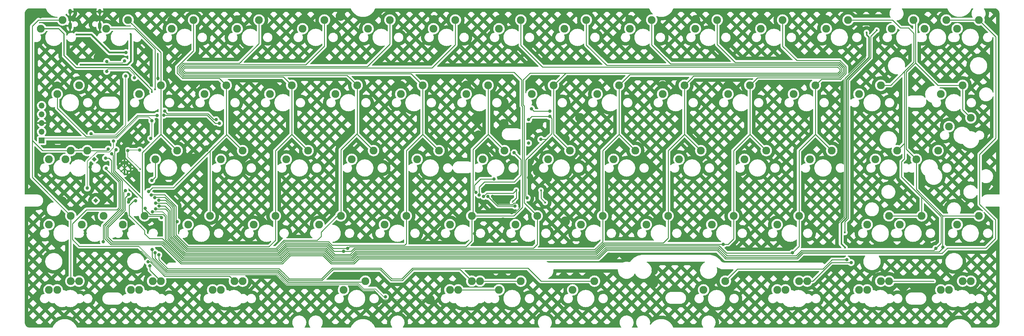
<source format=gbr>
G04 #@! TF.GenerationSoftware,KiCad,Pcbnew,(6.0.7)*
G04 #@! TF.CreationDate,2022-09-06T15:46:34+02:00*
G04 #@! TF.ProjectId,plain60-flex-edition,706c6169-6e36-4302-9d66-6c65782d6564,rev?*
G04 #@! TF.SameCoordinates,Original*
G04 #@! TF.FileFunction,Copper,L1,Top*
G04 #@! TF.FilePolarity,Positive*
%FSLAX46Y46*%
G04 Gerber Fmt 4.6, Leading zero omitted, Abs format (unit mm)*
G04 Created by KiCad (PCBNEW (6.0.7)) date 2022-09-06 15:46:34*
%MOMM*%
%LPD*%
G01*
G04 APERTURE LIST*
G04 Aperture macros list*
%AMRotRect*
0 Rectangle, with rotation*
0 The origin of the aperture is its center*
0 $1 length*
0 $2 width*
0 $3 Rotation angle, in degrees counterclockwise*
0 Add horizontal line*
21,1,$1,$2,0,0,$3*%
G04 Aperture macros list end*
G04 #@! TA.AperFunction,ComponentPad*
%ADD10C,2.286000*%
G04 #@! TD*
G04 #@! TA.AperFunction,ComponentPad*
%ADD11RotRect,1.000000X1.000000X45.000000*%
G04 #@! TD*
G04 #@! TA.AperFunction,ComponentPad*
%ADD12R,1.700000X1.700000*%
G04 #@! TD*
G04 #@! TA.AperFunction,ComponentPad*
%ADD13O,1.700000X1.700000*%
G04 #@! TD*
G04 #@! TA.AperFunction,ComponentPad*
%ADD14C,0.600000*%
G04 #@! TD*
G04 #@! TA.AperFunction,ComponentPad*
%ADD15O,1.000000X1.600000*%
G04 #@! TD*
G04 #@! TA.AperFunction,ComponentPad*
%ADD16O,1.000000X2.100000*%
G04 #@! TD*
G04 #@! TA.AperFunction,ViaPad*
%ADD17C,1.000000*%
G04 #@! TD*
G04 #@! TA.AperFunction,ViaPad*
%ADD18C,0.600000*%
G04 #@! TD*
G04 #@! TA.AperFunction,ViaPad*
%ADD19C,0.500000*%
G04 #@! TD*
G04 #@! TA.AperFunction,Conductor*
%ADD20C,0.200000*%
G04 #@! TD*
G04 #@! TA.AperFunction,Conductor*
%ADD21C,0.250000*%
G04 #@! TD*
G04 #@! TA.AperFunction,Conductor*
%ADD22C,0.500000*%
G04 #@! TD*
G04 #@! TA.AperFunction,Conductor*
%ADD23C,0.400000*%
G04 #@! TD*
G04 #@! TA.AperFunction,Conductor*
%ADD24C,0.300000*%
G04 #@! TD*
G04 APERTURE END LIST*
D10*
X78740000Y-23495000D03*
X72390000Y-26035000D03*
X97790000Y-23495000D03*
X91440000Y-26035000D03*
X154940000Y-23495000D03*
X148590000Y-26035000D03*
X173990000Y-23495000D03*
X167640000Y-26035000D03*
X40640000Y-23495000D03*
X34290000Y-26035000D03*
X135890000Y-23495000D03*
X129540000Y-26035000D03*
X116840000Y-23495000D03*
X110490000Y-26035000D03*
X59690000Y-23495000D03*
X53340000Y-26035000D03*
X16827500Y-23495000D03*
X10477500Y-26035000D03*
X269240000Y-4445000D03*
X262890000Y-6985000D03*
X145415000Y-4445000D03*
X139065000Y-6985000D03*
X183515000Y-4445000D03*
X177165000Y-6985000D03*
X259715000Y-4445000D03*
X253365000Y-6985000D03*
X88265000Y-4445000D03*
X81915000Y-6985000D03*
X240665000Y-4445000D03*
X234315000Y-6985000D03*
X221615000Y-4445000D03*
X215265000Y-6985000D03*
X202565000Y-4445000D03*
X196215000Y-6985000D03*
X164465000Y-4445000D03*
X158115000Y-6985000D03*
X126365000Y-4445000D03*
X120015000Y-6985000D03*
X107315000Y-4445000D03*
X100965000Y-6985000D03*
X69215000Y-4445000D03*
X62865000Y-6985000D03*
X31115000Y-4445000D03*
X24765000Y-6985000D03*
X12065000Y-4445000D03*
X5715000Y-6985000D03*
X50165000Y-4445000D03*
X43815000Y-6985000D03*
X40640000Y-80645000D03*
X34290000Y-83185000D03*
X204946250Y-80645000D03*
X198596250Y-83185000D03*
X150177500Y-61595000D03*
X143827500Y-64135000D03*
X252571460Y-61595056D03*
X246221460Y-64135056D03*
X14446250Y-42545000D03*
X8096250Y-45085000D03*
X226377500Y-61595000D03*
X220027500Y-64135000D03*
X169227500Y-61595000D03*
X162877500Y-64135000D03*
X207327500Y-61595000D03*
X200977500Y-64135000D03*
X131127500Y-61595000D03*
X124777500Y-64135000D03*
X188277500Y-61595000D03*
X181927500Y-64135000D03*
X16827500Y-80645000D03*
X10477500Y-83185000D03*
X14446250Y-61595000D03*
X8096250Y-64135000D03*
X278765000Y-4445000D03*
X272415000Y-6985000D03*
X276383750Y-80645072D03*
X270033750Y-83185072D03*
X252571250Y-80645000D03*
X246221250Y-83185000D03*
X250190000Y-23495000D03*
X243840000Y-26035000D03*
X54927500Y-61595000D03*
X48577500Y-64135000D03*
X193040000Y-23495000D03*
X186690000Y-26035000D03*
X121602500Y-42545000D03*
X115252500Y-45085000D03*
X64452500Y-42545000D03*
X58102500Y-45085000D03*
X62071250Y-80645000D03*
X55721250Y-83185000D03*
X266858750Y-42545000D03*
X260508750Y-45085000D03*
X228758750Y-80645000D03*
X222408750Y-83185000D03*
X278765000Y-61595000D03*
X272415000Y-64135000D03*
X178752500Y-42545000D03*
X172402500Y-45085000D03*
X14446250Y-80645000D03*
X8096250Y-83185000D03*
X274002500Y-23495000D03*
X267652500Y-26035000D03*
X231140000Y-23495000D03*
X224790000Y-26035000D03*
X64452500Y-80645000D03*
X58102500Y-83185000D03*
X93027500Y-61595000D03*
X86677500Y-64135000D03*
X83502500Y-42545000D03*
X77152500Y-45085000D03*
X35877500Y-61595000D03*
X29527500Y-64135000D03*
X254952500Y-42545000D03*
X248602500Y-45085000D03*
X159702500Y-42545000D03*
X153352500Y-45085000D03*
X102552500Y-42545000D03*
X96202500Y-45085000D03*
X45402500Y-42545000D03*
X39052500Y-45085000D03*
X197802500Y-42545000D03*
X191452500Y-45085000D03*
X23971250Y-61595000D03*
X17621250Y-64135000D03*
X235902500Y-42545000D03*
X229552500Y-45085000D03*
X216852500Y-42545000D03*
X210502500Y-45085000D03*
X212090000Y-23495000D03*
X205740000Y-26035000D03*
X140652500Y-42545000D03*
X134302500Y-45085000D03*
X19208750Y-42545000D03*
X12858750Y-45085000D03*
X112077500Y-61595000D03*
X105727500Y-64135000D03*
X250190000Y-80645000D03*
X243840000Y-83185000D03*
X38258750Y-80645000D03*
X31908750Y-83185000D03*
X73977500Y-61595000D03*
X67627500Y-64135000D03*
X226377500Y-80645000D03*
X220027500Y-83185000D03*
X274002728Y-80645072D03*
X267652728Y-83185072D03*
X262096468Y-61595000D03*
X255746468Y-64135000D03*
X133508750Y-80645000D03*
X127158750Y-83185000D03*
X145415000Y-80645000D03*
X139065000Y-83185000D03*
X276380000Y-33000000D03*
X270030000Y-35540000D03*
D11*
X21265000Y-45124750D03*
D10*
X100171250Y-80645000D03*
X93821250Y-83185000D03*
X166846250Y-80645000D03*
X160496250Y-83185000D03*
X131127500Y-80645000D03*
X124777500Y-83185000D03*
D11*
X21700000Y-57110000D03*
D12*
X5960000Y-39590000D03*
D13*
X5960000Y-37050000D03*
X5960000Y-34510000D03*
X5960000Y-31970000D03*
X5960000Y-29430000D03*
D14*
X30050000Y-49483122D03*
X30050000Y-47680000D03*
X30050000Y-45876878D03*
X30951561Y-48581561D03*
X29148439Y-46778439D03*
X28246878Y-47680000D03*
X29148439Y-48581561D03*
X30951561Y-46778439D03*
X31853122Y-47680000D03*
D15*
X22899287Y-1990061D03*
D16*
X14259287Y-6170061D03*
X22899287Y-6170061D03*
D15*
X14259287Y-1990061D03*
D17*
X280830000Y-52630000D03*
D18*
X21831776Y-12347483D03*
D17*
X274730000Y-6830000D03*
X92930000Y-3270000D03*
X140440000Y-34740000D03*
X153130000Y-50460000D03*
X139090000Y-4400000D03*
X31260000Y-57570000D03*
X15130000Y-45140000D03*
X81910000Y-4400000D03*
D18*
X236500000Y-66090000D03*
D17*
X158285000Y-63184750D03*
X150320000Y-48580000D03*
X234300000Y-4400000D03*
X21695000Y-36454750D03*
X72380000Y-23570000D03*
X50320000Y-44820000D03*
X147920000Y-45440000D03*
X5640000Y-3510000D03*
X33860000Y-62100000D03*
X122190000Y-47540000D03*
X8360000Y-40510000D03*
X30290000Y-66730000D03*
X150480000Y-34880000D03*
X147660000Y-50440000D03*
X158260000Y-39160000D03*
X46230000Y-45630000D03*
D18*
X245635000Y-9825000D03*
D17*
X56110000Y-52900000D03*
X110500000Y-23630000D03*
X143075000Y-40004750D03*
X144550000Y-66700000D03*
X196270000Y-4400000D03*
X224830000Y-23650000D03*
X11940000Y-57350000D03*
X141270000Y-47630000D03*
X215290000Y-4400000D03*
X133060000Y-38060000D03*
X131960000Y-66740000D03*
X47225000Y-61884750D03*
X177210000Y-4400000D03*
X30510000Y-60910000D03*
X140480000Y-28550000D03*
X258350000Y-46080000D03*
X25450000Y-40350000D03*
X45340000Y-50470000D03*
X262890000Y-4530000D03*
X160320000Y-47630000D03*
X37860000Y-23430000D03*
X205710000Y-23620000D03*
X134280000Y-42810000D03*
X39395000Y-33464750D03*
X18605000Y-66714750D03*
X258520000Y-49820000D03*
X62850000Y-4450000D03*
X31815000Y-71914750D03*
X141310000Y-53670000D03*
X167660000Y-23580000D03*
X10620000Y-44120000D03*
X142780000Y-60670000D03*
X16655000Y-41624750D03*
X181770000Y-3030000D03*
X137170000Y-55930000D03*
X21840000Y-19760000D03*
X142170000Y-50470000D03*
X11930000Y-61570000D03*
X144710000Y-61980000D03*
X5700000Y-45090000D03*
X262290000Y-25770000D03*
X20070000Y-47360000D03*
X148620000Y-23550000D03*
X274680000Y-64180000D03*
X183950000Y-81220000D03*
X41900000Y-44580000D03*
D18*
X22409287Y-15350061D03*
D17*
X31150000Y-39750000D03*
X120130000Y-4400000D03*
X10480000Y-23780000D03*
X41165000Y-73924750D03*
X91460000Y-23610000D03*
X183920000Y-77510000D03*
X132710000Y-32800000D03*
X54050000Y-42410000D03*
X129495000Y-23544750D03*
X140190000Y-62560000D03*
X171165000Y-72744750D03*
X103180000Y-7050000D03*
X158150000Y-4400000D03*
X118955000Y-85994750D03*
X8320000Y-37520000D03*
X25525000Y-9554750D03*
X53340000Y-23510000D03*
X186710000Y-23590000D03*
X43890000Y-4690000D03*
X162640000Y-32970000D03*
X147730000Y-34830000D03*
X39790000Y-21490000D03*
X30455000Y-13944750D03*
D18*
X21029287Y-9280061D03*
X16129287Y-8660061D03*
X239770000Y-70850000D03*
X17319287Y-17520061D03*
X246040000Y-8050000D03*
X31850000Y-8530000D03*
D17*
X31030000Y-42510000D03*
X19260000Y-53490000D03*
X34477872Y-42403600D03*
D19*
X34650000Y-48000000D03*
D17*
X26890000Y-39770000D03*
X24906787Y-16532963D03*
X30065000Y-16394750D03*
X24915000Y-19444750D03*
X32955000Y-21314750D03*
X37705000Y-39005000D03*
X38050000Y-33860000D03*
X135800000Y-55950000D03*
X143730000Y-58730000D03*
X147290000Y-56390000D03*
X153819750Y-32580000D03*
X147690000Y-33530000D03*
X151245000Y-39265000D03*
X153839750Y-31040000D03*
X148540000Y-30360000D03*
X147640000Y-40359750D03*
X133269076Y-55484951D03*
X143481218Y-43177107D03*
X30380000Y-20810000D03*
X20310000Y-37650000D03*
X132325000Y-54745000D03*
X137570000Y-50860000D03*
D19*
X143225000Y-57265000D03*
D18*
X152510000Y-57700000D03*
X151277107Y-54122893D03*
D17*
X134590000Y-55910000D03*
D18*
X144097893Y-54057893D03*
D17*
X26310000Y-43450000D03*
X30285000Y-54205000D03*
X268220000Y-70740000D03*
X31230000Y-55360000D03*
X266194287Y-71124287D03*
X23890000Y-69120000D03*
X24560000Y-44740000D03*
X33290000Y-57210000D03*
X224472511Y-72392511D03*
X241535000Y-75225000D03*
X240320000Y-74400000D03*
X36110000Y-59380000D03*
X204315000Y-69895000D03*
X38190000Y-60380000D03*
X39130000Y-59570000D03*
X40030000Y-72940000D03*
X93825000Y-71935000D03*
X40130000Y-58760000D03*
X39120000Y-57900000D03*
X38970000Y-72330000D03*
X95020000Y-71110000D03*
X40029750Y-57030000D03*
X38875000Y-56284750D03*
X45370000Y-63260000D03*
X37875000Y-55484750D03*
X38145000Y-71425000D03*
X36925000Y-75014750D03*
X37085000Y-54485000D03*
X40850000Y-62130000D03*
X27600000Y-42280000D03*
X37450000Y-76180000D03*
X25360000Y-42090000D03*
D18*
X38060000Y-25410000D03*
X38960000Y-24700000D03*
D17*
X39590000Y-32270000D03*
X41470000Y-32230000D03*
X57685000Y-34574750D03*
X56727623Y-33532127D03*
X41720000Y-31000000D03*
X38000000Y-51280000D03*
D18*
X249030000Y-7400000D03*
X239730000Y-66430000D03*
D17*
X24735000Y-47714750D03*
X105980000Y-85260000D03*
D20*
X98932157Y-82617593D02*
X98014564Y-81700000D01*
D21*
X29150000Y-46780000D02*
X28820000Y-46780000D01*
X21831776Y-14772550D02*
X21831776Y-12347483D01*
D20*
X41928540Y-78749750D02*
X38909270Y-75730480D01*
D21*
X137170000Y-56683604D02*
X138766396Y-58280000D01*
D20*
X78635000Y-81700000D02*
X77306104Y-81700000D01*
X60345000Y-78749750D02*
X44415000Y-78749750D01*
X76010855Y-80404750D02*
X76005000Y-80404750D01*
D21*
X239670000Y-21560000D02*
X245635000Y-15595000D01*
X22409287Y-15350061D02*
X21831776Y-14772550D01*
D20*
X74350000Y-78749750D02*
X72155000Y-78749750D01*
D21*
X14259287Y-6170061D02*
X14259287Y-1990061D01*
X245635000Y-15595000D02*
X245635000Y-9825000D01*
D20*
X102695000Y-83294750D02*
X102345000Y-83294750D01*
X99609314Y-83294750D02*
X98932157Y-82617593D01*
D21*
X28820000Y-46780000D02*
X28821561Y-46778439D01*
D20*
X38909270Y-75730480D02*
X38624270Y-75445480D01*
X37029270Y-73850480D02*
X36504270Y-73325480D01*
D21*
X30510000Y-60910000D02*
X30510000Y-61126396D01*
D22*
X30050000Y-45876878D02*
X30050000Y-40850000D01*
D20*
X87339750Y-81700000D02*
X86615000Y-81700000D01*
D21*
X28821561Y-46778439D02*
X29148439Y-46778439D01*
D20*
X52730000Y-42410000D02*
X54050000Y-42410000D01*
X92745000Y-81700000D02*
X87339750Y-81700000D01*
D21*
X31000000Y-61400000D02*
X31000000Y-66020000D01*
X138766396Y-58280000D02*
X143013273Y-58280000D01*
D20*
X76005000Y-80404750D02*
X74350000Y-78749750D01*
D22*
X30050000Y-45876878D02*
X28246878Y-47680000D01*
D20*
X102345000Y-83294750D02*
X99609314Y-83294750D01*
D21*
X31000000Y-66020000D02*
X30290000Y-66730000D01*
X144610000Y-57900000D02*
X145160000Y-58450000D01*
D20*
X31260000Y-57570000D02*
X31620000Y-57570000D01*
D22*
X30050000Y-45876878D02*
X30050000Y-49483122D01*
D21*
X143663604Y-60670000D02*
X142780000Y-60670000D01*
D22*
X30050000Y-40850000D02*
X31150000Y-39750000D01*
D21*
X143393273Y-57900000D02*
X144610000Y-57900000D01*
X29148439Y-48581561D02*
X30951561Y-46778439D01*
X236500000Y-65080000D02*
X239670000Y-61910000D01*
D20*
X98014564Y-81700000D02*
X92745000Y-81700000D01*
D21*
X143013273Y-58280000D02*
X143393273Y-57900000D01*
D20*
X118955000Y-85994750D02*
X118889750Y-86060000D01*
D21*
X30951561Y-48581561D02*
X29150000Y-46780000D01*
X22899287Y-6170061D02*
X22899287Y-1990061D01*
D20*
X44415000Y-78749750D02*
X41928540Y-78749750D01*
X77071790Y-81465685D02*
X76010855Y-80404750D01*
D21*
X145160000Y-59173604D02*
X143663604Y-60670000D01*
D20*
X72155000Y-78749750D02*
X60345000Y-78749750D01*
D21*
X137170000Y-55930000D02*
X137170000Y-56683604D01*
X28246878Y-47680000D02*
X30050000Y-49483122D01*
X145160000Y-58450000D02*
X145160000Y-59173604D01*
D20*
X54050000Y-42410000D02*
X54050000Y-42539970D01*
X105460250Y-86060000D02*
X102695000Y-83294750D01*
D21*
X239670000Y-61910000D02*
X239670000Y-21560000D01*
D20*
X77306104Y-81700000D02*
X77071790Y-81465685D01*
D21*
X30510000Y-60910000D02*
X31000000Y-61400000D01*
D20*
X50320000Y-44820000D02*
X52730000Y-42410000D01*
D22*
X30050000Y-45876878D02*
X31853122Y-47680000D01*
D20*
X36504270Y-73325480D02*
X35093540Y-71914750D01*
D21*
X236500000Y-66090000D02*
X236500000Y-65080000D01*
D20*
X118889750Y-86060000D02*
X105460250Y-86060000D01*
X35093540Y-71914750D02*
X31815000Y-71914750D01*
X38909270Y-75730480D02*
X37029270Y-73850480D01*
X87339750Y-81700000D02*
X78635000Y-81700000D01*
D22*
X20409287Y-8660061D02*
X21029287Y-9280061D01*
X21029287Y-9280061D02*
X25693976Y-13944750D01*
X16129287Y-8660061D02*
X20409287Y-8660061D01*
X25693976Y-13944750D02*
X30455000Y-13944750D01*
D23*
X240195000Y-62127462D02*
X240195000Y-21777462D01*
X240195000Y-21777462D02*
X246700000Y-15272462D01*
X238670000Y-69300000D02*
X238670000Y-63652462D01*
D22*
X31905000Y-8585000D02*
X31850000Y-8530000D01*
X31905000Y-16494750D02*
X31905000Y-8585000D01*
D23*
X238670000Y-69750000D02*
X239770000Y-70850000D01*
X246700000Y-9470000D02*
X246040000Y-8810000D01*
X246040000Y-8810000D02*
X246040000Y-8050000D01*
X238670000Y-69300000D02*
X238670000Y-69750000D01*
X246700000Y-15272462D02*
X246700000Y-9470000D01*
D22*
X17319287Y-17520061D02*
X30879689Y-17520061D01*
X30879689Y-17520061D02*
X31905000Y-16494750D01*
D23*
X238670000Y-63652462D02*
X240195000Y-62127462D01*
D20*
X34477872Y-42403600D02*
X31136400Y-42403600D01*
X26890000Y-41710000D02*
X26890000Y-39770000D01*
X31030000Y-44380000D02*
X34650000Y-48000000D01*
X22000000Y-42970000D02*
X25630000Y-42970000D01*
X19260000Y-45710000D02*
X22000000Y-42970000D01*
X26755000Y-39905000D02*
X26890000Y-39770000D01*
X31030000Y-42510000D02*
X31010000Y-42490000D01*
X31030000Y-42510000D02*
X31030000Y-44380000D01*
X25630000Y-42970000D02*
X26890000Y-41710000D01*
X19260000Y-53490000D02*
X19260000Y-45710000D01*
X31136400Y-42403600D02*
X31030000Y-42510000D01*
X29509689Y-16970061D02*
X30065000Y-16394750D01*
X24906787Y-16532963D02*
X24906787Y-16782963D01*
X24906787Y-16782963D02*
X25093885Y-16970061D01*
X30065000Y-16394750D02*
X30095000Y-16384750D01*
X25093885Y-16970061D02*
X26205000Y-16970061D01*
X26205000Y-16970061D02*
X29509689Y-16970061D01*
X25219750Y-18790000D02*
X26335000Y-18790000D01*
X24915000Y-19094750D02*
X25219750Y-18790000D01*
X32965000Y-20373478D02*
X32955000Y-21314750D01*
X32955000Y-21314750D02*
X32965000Y-21304750D01*
X32190636Y-19599114D02*
X32965000Y-20373478D01*
X24915000Y-19444750D02*
X24915000Y-19094750D01*
X26335000Y-18790000D02*
X31381522Y-18790000D01*
X31381522Y-18790000D02*
X32190636Y-19599114D01*
X6600000Y-38950000D02*
X5960000Y-39590000D01*
X37705000Y-39005000D02*
X37720000Y-39020000D01*
X38050000Y-33860000D02*
X38100000Y-33860000D01*
X34057080Y-32695000D02*
X27802080Y-38950000D01*
X37105250Y-32695000D02*
X34057080Y-32695000D01*
X37705000Y-39005000D02*
X37650000Y-38950000D01*
X38050000Y-38660000D02*
X37705000Y-39005000D01*
X38050000Y-33860000D02*
X38050000Y-33639750D01*
X27802080Y-38950000D02*
X6600000Y-38950000D01*
X38050000Y-33860000D02*
X38050000Y-38660000D01*
X38050000Y-33639750D02*
X37105250Y-32695000D01*
D21*
X154490000Y-33180000D02*
X153890000Y-32580000D01*
X143730000Y-58730000D02*
X138910000Y-58730000D01*
X143730000Y-58730000D02*
X138580000Y-58730000D01*
X148640000Y-32580000D02*
X149760000Y-32580000D01*
X154490000Y-37596104D02*
X154490000Y-33180000D01*
X153218052Y-38868052D02*
X146820000Y-45266104D01*
X153819750Y-32580000D02*
X149760000Y-32580000D01*
X138580000Y-58730000D02*
X135800000Y-55950000D01*
X153218052Y-38868052D02*
X154490000Y-37596104D01*
X153890000Y-32580000D02*
X153819750Y-32580000D01*
X146820000Y-45266104D02*
X146820000Y-55920000D01*
X151245000Y-39265000D02*
X152821104Y-39265000D01*
X152821104Y-39265000D02*
X153218052Y-38868052D01*
X147690000Y-33530000D02*
X148640000Y-32580000D01*
X146820000Y-55920000D02*
X147290000Y-56390000D01*
X133250000Y-53240000D02*
X133250000Y-55470000D01*
X145470000Y-45165888D02*
X145470000Y-49700000D01*
X149220000Y-31040000D02*
X148540000Y-30360000D01*
X153839750Y-31040000D02*
X149220000Y-31040000D01*
X133250000Y-55470000D02*
X133254125Y-55470000D01*
X145470000Y-49700000D02*
X143485000Y-51685000D01*
X143485000Y-51685000D02*
X134805000Y-51685000D01*
X143481218Y-43177107D02*
X145470000Y-45165888D01*
X153980000Y-31040000D02*
X153839750Y-31040000D01*
X134805000Y-51685000D02*
X133250000Y-53240000D01*
X133254125Y-55470000D02*
X133269076Y-55484951D01*
D20*
X30380000Y-21470000D02*
X30380000Y-21100000D01*
X30380000Y-35170000D02*
X30380000Y-21860000D01*
X22590000Y-38100000D02*
X27450000Y-38100000D01*
X27450000Y-38100000D02*
X29330000Y-36220000D01*
X30380000Y-21470000D02*
X30380000Y-20810000D01*
X29330000Y-36220000D02*
X30380000Y-35170000D01*
X30380000Y-21860000D02*
X30380000Y-21470000D01*
X20760000Y-38100000D02*
X22590000Y-38100000D01*
X20310000Y-37650000D02*
X20760000Y-38100000D01*
D21*
X131912608Y-54332608D02*
X132325000Y-54745000D01*
X137570000Y-50860000D02*
X133700000Y-50860000D01*
X133700000Y-50860000D02*
X131912608Y-52647392D01*
X131912608Y-52920000D02*
X131912608Y-54332608D01*
X131912608Y-52647392D02*
X131912608Y-52920000D01*
X151277107Y-54122893D02*
X151277107Y-56467107D01*
X144097893Y-54057893D02*
X144097893Y-56392107D01*
X136020000Y-54970000D02*
X135530000Y-54970000D01*
X134635000Y-55865000D02*
X134590000Y-55910000D01*
X144097893Y-54057893D02*
X143185786Y-54970000D01*
X143225000Y-57265000D02*
X142850000Y-57640000D01*
X134640000Y-55860000D02*
X134635000Y-55865000D01*
X135530000Y-54970000D02*
X134640000Y-55860000D01*
X143185786Y-54970000D02*
X136020000Y-54970000D01*
X144097893Y-56392107D02*
X143225000Y-57265000D01*
X151277107Y-56467107D02*
X152510000Y-57700000D01*
X283640000Y-9320000D02*
X283640000Y-15450000D01*
X24340000Y-68266396D02*
X24340000Y-64593604D01*
X26093604Y-70020000D02*
X24340000Y-68266396D01*
X278920000Y-58190000D02*
X278920000Y-43640000D01*
X87835099Y-73220000D02*
X78355064Y-73220000D01*
X40949644Y-70020000D02*
X26093604Y-70020000D01*
X278765000Y-4445000D02*
X283640000Y-9320000D01*
X170453376Y-71695000D02*
X167985175Y-74163201D01*
X283640000Y-15450000D02*
X283640000Y-38920000D01*
X202595812Y-71695000D02*
X170453376Y-71695000D01*
X268008901Y-72561099D02*
X269563638Y-71006362D01*
X269563638Y-71006362D02*
X280733638Y-71006362D01*
X167985175Y-74163201D02*
X98284772Y-74163201D01*
X96882903Y-75565069D02*
X90180168Y-75565069D01*
X224420000Y-74117511D02*
X224912489Y-74117511D01*
X46494708Y-75565064D02*
X40949644Y-70020000D01*
X29371104Y-51332500D02*
X26730000Y-48691396D01*
X278920000Y-43640000D02*
X279975000Y-42585000D01*
X29371104Y-59562500D02*
X29371104Y-51332500D01*
X283546470Y-68193530D02*
X283546470Y-62816470D01*
X26730000Y-43870000D02*
X26310000Y-43450000D01*
X24340000Y-64593604D02*
X29371104Y-59562500D01*
X224912489Y-74117511D02*
X205018323Y-74117511D01*
X283546470Y-62816470D02*
X278920000Y-58190000D01*
X205018323Y-74117511D02*
X202595812Y-71695000D01*
X278765000Y-4445000D02*
X269240000Y-4445000D01*
X78355064Y-73220000D02*
X76010000Y-75565064D01*
X280733638Y-71006362D02*
X283546470Y-68193530D01*
X98284772Y-74163201D02*
X96882903Y-75565069D01*
X76010000Y-75565064D02*
X46494708Y-75565064D01*
X90180168Y-75565069D02*
X87835099Y-73220000D01*
X26730000Y-48691396D02*
X26730000Y-43870000D01*
X224912489Y-74117511D02*
X225945281Y-74117511D01*
X225945281Y-74117511D02*
X227501693Y-72561099D01*
X283640000Y-38920000D02*
X279975000Y-42585000D01*
X227501693Y-72561099D02*
X268008901Y-72561099D01*
X88021495Y-72770000D02*
X78168668Y-72770000D01*
X29821104Y-59748896D02*
X29821104Y-56091104D01*
X268189287Y-69030713D02*
X268189287Y-69765683D01*
X257550000Y-42126250D02*
X257550000Y-19640774D01*
X272455000Y-23495000D02*
X266784226Y-23495000D01*
X170266980Y-71245000D02*
X167798779Y-73713201D01*
X259715000Y-4445000D02*
X260240000Y-4970000D01*
X266784226Y-23495000D02*
X260240000Y-16950774D01*
X268189287Y-61610061D02*
X268204348Y-61595000D01*
X268189287Y-70709287D02*
X268220000Y-70740000D01*
X227315297Y-72111099D02*
X225758885Y-73667511D01*
X276383750Y-80645072D02*
X274002728Y-80645072D01*
X225758885Y-73667511D02*
X205204719Y-73667511D01*
X272455000Y-23495000D02*
X274002500Y-23495000D01*
X268189287Y-68170713D02*
X268189287Y-70709287D01*
X267148901Y-72111099D02*
X227315297Y-72111099D01*
X41136040Y-69570000D02*
X26280000Y-69570000D01*
X260508750Y-45085000D02*
X257550000Y-42126250D01*
X268189287Y-68170713D02*
X268189287Y-69030713D01*
X78168668Y-72770000D02*
X75823604Y-75115064D01*
X96696507Y-75115069D02*
X90366564Y-75115069D01*
X29821104Y-56091104D02*
X29821104Y-54668896D01*
X167798779Y-73713201D02*
X98098376Y-73713201D01*
X98098376Y-73713201D02*
X96696507Y-75115069D01*
X29821104Y-56091104D02*
X29821104Y-55478896D01*
X268220000Y-70740000D02*
X268220000Y-71040000D01*
X46681104Y-75115064D02*
X41136040Y-69570000D01*
X260240000Y-4970000D02*
X260240000Y-16950774D01*
X227126396Y-72300000D02*
X226203198Y-73223198D01*
X90366564Y-75115069D02*
X88021495Y-72770000D01*
X26280000Y-69570000D02*
X24790000Y-68080000D01*
X276383980Y-33020000D02*
X274002500Y-30638520D01*
X75823604Y-75115064D02*
X46681104Y-75115064D01*
X226203198Y-73223198D02*
X225758885Y-73667511D01*
X202782208Y-71245000D02*
X170266980Y-71245000D01*
X257550000Y-19640774D02*
X259715000Y-17475774D01*
X205204719Y-73667511D02*
X202782208Y-71245000D01*
X268189287Y-61610061D02*
X268189287Y-68170713D01*
X274002500Y-30638520D02*
X274002500Y-23495000D01*
X260508750Y-45085000D02*
X260508750Y-53929524D01*
X226865297Y-72561099D02*
X226203198Y-73223198D01*
X29821104Y-54668896D02*
X30285000Y-54205000D01*
X260240000Y-16950774D02*
X259715000Y-17475774D01*
X24790000Y-68080000D02*
X24790000Y-64780000D01*
X260508750Y-53929524D02*
X268189287Y-61610061D01*
X268204348Y-61595000D02*
X278765000Y-61595000D01*
X24790000Y-64780000D02*
X29821104Y-59748896D01*
X268220000Y-71040000D02*
X267148901Y-72111099D01*
X41322436Y-69120000D02*
X26570000Y-69120000D01*
X266194287Y-71124287D02*
X267739287Y-69579287D01*
X253059378Y-23495000D02*
X257100000Y-19454378D01*
X262096468Y-56153638D02*
X261316415Y-55373585D01*
X255900000Y-6760000D02*
X253585000Y-4445000D01*
X96510111Y-74665069D02*
X97911980Y-73263201D01*
X259790000Y-16764378D02*
X259790000Y-8320000D01*
X25240000Y-64966396D02*
X29898198Y-60308198D01*
X262096468Y-61595000D02*
X262096468Y-56153638D01*
X252571250Y-80645000D02*
X250190000Y-80645000D01*
X252571516Y-61595000D02*
X252571460Y-61595056D01*
X253585000Y-4445000D02*
X240665000Y-4445000D01*
X25240000Y-67790000D02*
X25240000Y-64966396D01*
X256230000Y-45770000D02*
X256230000Y-50287170D01*
X29898198Y-60308198D02*
X30271104Y-59935292D01*
X30271104Y-56318896D02*
X31230000Y-55360000D01*
X259790000Y-8320000D02*
X258230000Y-6760000D01*
X252571250Y-80645000D02*
X265615000Y-80645000D01*
X257100000Y-19454378D02*
X259790000Y-16764378D01*
X267739287Y-61796457D02*
X261316415Y-55373585D01*
X50814936Y-74665064D02*
X52560000Y-74665064D01*
X88207891Y-72320000D02*
X90552960Y-74665069D01*
X225572489Y-73217511D02*
X226160000Y-72630000D01*
X225572489Y-73217511D02*
X227128901Y-71661099D01*
X50814936Y-74665064D02*
X75637208Y-74665064D01*
X227128901Y-71661099D02*
X265657475Y-71661099D01*
X30271104Y-57061104D02*
X30271104Y-56318896D01*
X77982272Y-72320000D02*
X88207891Y-72320000D01*
X26570000Y-69120000D02*
X25240000Y-67790000D01*
X256230000Y-50287170D02*
X261316415Y-55373585D01*
X258230000Y-6760000D02*
X255900000Y-6760000D01*
X97911980Y-73263201D02*
X167612383Y-73263201D01*
X30271104Y-59935292D02*
X30271104Y-57061104D01*
X75637208Y-74665064D02*
X77982272Y-72320000D01*
X250190000Y-23495000D02*
X253059378Y-23495000D01*
X267739287Y-69579287D02*
X267739287Y-61796457D01*
X226160000Y-72630000D02*
X226970000Y-71820000D01*
X170080584Y-70795000D02*
X202968604Y-70795000D01*
X257100000Y-37630000D02*
X257100000Y-19454378D01*
X254952500Y-42545000D02*
X257100000Y-40397500D01*
X167612383Y-73263201D02*
X170080584Y-70795000D01*
X257100000Y-40397500D02*
X257100000Y-37630000D01*
X202968604Y-70795000D02*
X205391115Y-73217511D01*
X257100000Y-44900000D02*
X256230000Y-45770000D01*
X90552960Y-74665069D02*
X96510111Y-74665069D01*
X46867500Y-74665064D02*
X41322436Y-69120000D01*
X262096468Y-61595000D02*
X252571516Y-61595000D01*
X205391115Y-73217511D02*
X225572489Y-73217511D01*
X265657475Y-71661099D02*
X266194287Y-71124287D01*
X50814936Y-74665064D02*
X46867500Y-74665064D01*
X257100000Y-37630000D02*
X257100000Y-44900000D01*
X28921104Y-59376104D02*
X23890000Y-64407208D01*
X28921104Y-51518896D02*
X28921104Y-59376104D01*
X23890000Y-64407208D02*
X23890000Y-69120000D01*
X26951104Y-49548896D02*
X26280000Y-48877792D01*
X26951104Y-49548896D02*
X28921104Y-51518896D01*
X25550000Y-44740000D02*
X24560000Y-44740000D01*
X26280000Y-45470000D02*
X25550000Y-44740000D01*
X26280000Y-48877792D02*
X26280000Y-45470000D01*
X228758750Y-80645000D02*
X226377500Y-80645000D01*
X226377500Y-42545000D02*
X231140000Y-37782500D01*
X167425987Y-72813201D02*
X169894188Y-70345000D01*
X221615000Y-12175774D02*
X225699287Y-16260061D01*
X226377500Y-61595000D02*
X226377500Y-42545000D01*
X34865000Y-64845000D02*
X34640000Y-64620000D01*
X97725583Y-72813201D02*
X167425987Y-72813201D01*
X96323715Y-74215069D02*
X97725583Y-72813201D01*
X34865000Y-64845000D02*
X31470000Y-61450000D01*
X231140000Y-37782500D02*
X235902500Y-42545000D01*
X31470000Y-58780000D02*
X31470000Y-58530000D01*
X31470000Y-58530000D02*
X32450000Y-57550000D01*
X32450000Y-57550000D02*
X32500000Y-57500000D01*
X226377500Y-61595000D02*
X226377500Y-70487522D01*
X240069557Y-18039939D02*
X240069557Y-20060261D01*
X240069557Y-20060261D02*
X238405068Y-21724750D01*
X88394287Y-71870000D02*
X90739356Y-74215069D01*
X205280000Y-72470000D02*
X224395022Y-72470000D01*
X232910250Y-21724750D02*
X231140000Y-23495000D01*
X41078832Y-68240000D02*
X47053896Y-74215064D01*
X238289679Y-16260061D02*
X240069557Y-18039939D01*
X35950000Y-66822940D02*
X37367060Y-68240000D01*
X169894188Y-70345000D02*
X203155000Y-70345000D01*
X235820744Y-75225000D02*
X241535000Y-75225000D01*
X32790000Y-57210000D02*
X33290000Y-57210000D01*
X230400744Y-80645000D02*
X235820744Y-75225000D01*
X232554939Y-22080061D02*
X231140000Y-23495000D01*
X75450812Y-74215064D02*
X77795876Y-71870000D01*
X34865000Y-64845000D02*
X35950000Y-65930000D01*
X31470000Y-61450000D02*
X31470000Y-58780000D01*
X228758750Y-80645000D02*
X230400744Y-80645000D01*
X77795876Y-71870000D02*
X88394287Y-71870000D01*
X37367060Y-68240000D02*
X41078832Y-68240000D01*
X35950000Y-65930000D02*
X35950000Y-66822940D01*
X47053896Y-74215064D02*
X75450812Y-74215064D01*
X31470000Y-58530000D02*
X32790000Y-57210000D01*
X226377500Y-70487522D02*
X224472511Y-72392511D01*
X231140000Y-23495000D02*
X231140000Y-37782500D01*
X238405068Y-21724750D02*
X232910250Y-21724750D01*
X224395022Y-72470000D02*
X224472511Y-72392511D01*
X203155000Y-70345000D02*
X205280000Y-72470000D01*
X90739356Y-74215069D02*
X96323715Y-74215069D01*
X221615000Y-4445000D02*
X221615000Y-12175774D01*
X225699287Y-16260061D02*
X238289679Y-16260061D01*
X238218672Y-21274750D02*
X239619557Y-19873865D01*
X41333960Y-61205000D02*
X41895000Y-61766040D01*
X239619557Y-18226335D02*
X238183283Y-16790061D01*
X37549283Y-61190717D02*
X37159283Y-60800717D01*
X207327500Y-61595000D02*
X207327500Y-68292500D01*
X212090000Y-37782500D02*
X216852500Y-42545000D01*
X214310250Y-21274750D02*
X238218672Y-21274750D01*
X90925752Y-73765069D02*
X96137321Y-73765069D01*
X238183283Y-16790061D02*
X207809287Y-16790061D01*
X207809287Y-16790061D02*
X202565000Y-11545774D01*
X236009348Y-74400000D02*
X233319287Y-77090061D01*
X37159283Y-60800717D02*
X36110000Y-59751434D01*
X207327500Y-42545000D02*
X212090000Y-37782500D01*
X36110000Y-59380000D02*
X36110000Y-59650000D01*
X202565000Y-11545774D02*
X202565000Y-4445000D01*
X204315000Y-69895000D02*
X205725000Y-69895000D01*
X36110000Y-59751434D02*
X36110000Y-59380000D01*
X212090000Y-23495000D02*
X214310250Y-21274750D01*
X96137321Y-73765069D02*
X97539188Y-72363201D01*
X88580683Y-71420000D02*
X90925752Y-73765069D01*
X97539188Y-72363201D02*
X167239591Y-72363201D01*
X240320000Y-74400000D02*
X236009348Y-74400000D01*
X41895000Y-68419772D02*
X47240292Y-73765064D01*
X212090000Y-23495000D02*
X212090000Y-37782500D01*
X75264416Y-73765064D02*
X77609480Y-71420000D01*
X207327500Y-61595000D02*
X207327500Y-42545000D01*
X205725000Y-69895000D02*
X207327500Y-68292500D01*
X239619557Y-19873865D02*
X239619557Y-18226335D01*
X47240292Y-73765064D02*
X75264416Y-73765064D01*
X213954939Y-21630061D02*
X212090000Y-23495000D01*
X169707792Y-69895000D02*
X204315000Y-69895000D01*
X37563566Y-61205000D02*
X41333960Y-61205000D01*
X233319287Y-77090061D02*
X208501189Y-77090061D01*
X37159283Y-60800717D02*
X37563566Y-61205000D01*
X208501189Y-77090061D02*
X204946250Y-80645000D01*
X167239591Y-72363201D02*
X169707792Y-69895000D01*
X41895000Y-61766040D02*
X41895000Y-68419772D01*
X77609480Y-71420000D02*
X88580683Y-71420000D01*
X77423084Y-70970000D02*
X75078020Y-73315064D01*
X237815000Y-20824750D02*
X238032276Y-20824750D01*
D20*
X42320000Y-68208376D02*
X42690812Y-68579188D01*
D21*
X193040000Y-23495000D02*
X195710250Y-20824750D01*
X91112148Y-73315069D02*
X91970000Y-73315069D01*
X188277500Y-68052500D02*
X188277500Y-61595000D01*
X239169557Y-18784750D02*
X239169557Y-18412731D01*
X193040000Y-37782500D02*
X197802500Y-42545000D01*
X47426688Y-73315064D02*
X42690812Y-68579188D01*
D20*
X38190000Y-60380000D02*
X41110000Y-60380000D01*
D21*
X97352792Y-71913201D02*
X167053195Y-71913201D01*
X87410000Y-70970000D02*
X88767079Y-70970000D01*
X237996887Y-17240061D02*
X235490311Y-17240061D01*
X169521396Y-69445000D02*
X186885000Y-69445000D01*
X91970000Y-73315069D02*
X95950925Y-73315069D01*
X195710250Y-20824750D02*
X198665000Y-20824750D01*
X88767079Y-70970000D02*
X89030683Y-71233604D01*
X97352792Y-71913201D02*
X96430993Y-72835000D01*
X89030683Y-71233604D02*
X91112148Y-73315069D01*
X198665000Y-20824750D02*
X237815000Y-20824750D01*
D20*
X42320000Y-61590000D02*
X42320000Y-68208376D01*
D21*
X238032276Y-20824750D02*
X239169557Y-19687469D01*
X183515000Y-4445000D02*
X183515000Y-11745774D01*
X188277500Y-42545000D02*
X193040000Y-37782500D01*
X183515000Y-11745774D02*
X189009287Y-17240061D01*
X95950925Y-73315069D02*
X97352792Y-71913201D01*
X75078020Y-73315064D02*
X47426688Y-73315064D01*
X87410000Y-70970000D02*
X77423084Y-70970000D01*
X167053195Y-71913201D02*
X169521396Y-69445000D01*
X195354939Y-21180061D02*
X193040000Y-23495000D01*
X239169557Y-19687469D02*
X239169557Y-18784750D01*
X186885000Y-69445000D02*
X188277500Y-68052500D01*
X189009287Y-17240061D02*
X237996887Y-17240061D01*
X188277500Y-61595000D02*
X188277500Y-42545000D01*
D20*
X41270000Y-60540000D02*
X41425000Y-60695000D01*
D21*
X193040000Y-23495000D02*
X193040000Y-37782500D01*
D20*
X41110000Y-60380000D02*
X41425000Y-60695000D01*
X41425000Y-60695000D02*
X42320000Y-61590000D01*
D21*
X239169557Y-18412731D02*
X237996887Y-17240061D01*
X42745000Y-67996980D02*
X44449010Y-69700990D01*
X238719557Y-18599127D02*
X238719557Y-19501073D01*
X40605000Y-59585000D02*
X40190000Y-59585000D01*
X39125000Y-59585000D02*
X39130000Y-59570000D01*
X173990000Y-23495000D02*
X173990000Y-37782500D01*
X41305000Y-59585000D02*
X40605000Y-59585000D01*
X237845880Y-20374750D02*
X177110250Y-20374750D01*
X39130000Y-59570000D02*
X39120000Y-59580000D01*
X169227500Y-69102500D02*
X169227500Y-61595000D01*
X237810491Y-17690061D02*
X238719557Y-18599127D01*
X70864936Y-72865064D02*
X74891624Y-72865064D01*
X91298544Y-72865069D02*
X95764529Y-72865069D01*
X238719557Y-19501073D02*
X237845880Y-20374750D01*
X164465000Y-4445000D02*
X164465000Y-11695774D01*
X88953475Y-70520000D02*
X91298544Y-72865069D01*
X46744010Y-71995990D02*
X44449010Y-69700990D01*
X42799010Y-68050990D02*
X47613084Y-72865064D01*
X74891624Y-72865064D02*
X77236688Y-70520000D01*
X42038604Y-59585000D02*
X42745000Y-60291396D01*
X77236688Y-70520000D02*
X88953475Y-70520000D01*
X42745000Y-60291396D02*
X42745000Y-67996980D01*
X169227500Y-61595000D02*
X169227500Y-42545000D01*
X173990000Y-37782500D02*
X178752500Y-42545000D01*
X97166396Y-71463201D02*
X166866799Y-71463201D01*
X164465000Y-11695774D02*
X170459287Y-17690061D01*
X177110250Y-20374750D02*
X173990000Y-23495000D01*
X52860000Y-72865064D02*
X70864936Y-72865064D01*
X169227500Y-42545000D02*
X173990000Y-37782500D01*
X40605000Y-59585000D02*
X42038604Y-59585000D01*
X95764529Y-72865069D02*
X97166396Y-71463201D01*
X166866799Y-71463201D02*
X169227500Y-69102500D01*
X44449010Y-69700990D02*
X42799010Y-68050990D01*
X40190000Y-59585000D02*
X39125000Y-59585000D01*
X47613084Y-72865064D02*
X52860000Y-72865064D01*
X170459287Y-17690061D02*
X237810491Y-17690061D01*
X70864936Y-72865064D02*
X74620000Y-72865064D01*
X87415000Y-79975000D02*
X78020622Y-79975000D01*
X150177500Y-69928901D02*
X149093200Y-71013201D01*
X113914936Y-76835064D02*
X110740000Y-80010000D01*
X146094099Y-21925651D02*
X148095000Y-19924750D01*
X158510250Y-19924750D02*
X159575000Y-19924750D01*
X89139871Y-70070000D02*
X77050292Y-70070000D01*
X237659484Y-19924750D02*
X238269557Y-19314677D01*
X43195000Y-60105000D02*
X41850000Y-58760000D01*
X154940000Y-23495000D02*
X158510250Y-19924750D01*
X42643058Y-77024750D02*
X40030000Y-74411692D01*
X151325000Y-80645000D02*
X147515064Y-76835064D01*
X91004870Y-71935000D02*
X89139871Y-70070000D01*
X40130000Y-58760000D02*
X39980000Y-58760000D01*
X110740000Y-80010000D02*
X107859872Y-80010000D01*
X151749287Y-18140061D02*
X145415000Y-11805774D01*
X238269557Y-18785523D02*
X237624095Y-18140061D01*
X150177500Y-61595000D02*
X150177500Y-69928901D01*
X148511250Y-59928750D02*
X146370000Y-57787500D01*
X149093200Y-71013201D02*
X96980000Y-71013201D01*
X146094099Y-29214099D02*
X146094099Y-21925651D01*
X43195000Y-67810584D02*
X43195000Y-60105000D01*
X145415000Y-11805774D02*
X145415000Y-4445000D01*
X148095000Y-19924750D02*
X159575000Y-19924750D01*
X76362686Y-78317064D02*
X75070372Y-77024750D01*
X159702500Y-42545000D02*
X154940000Y-37782500D01*
X237624095Y-18140061D02*
X151749287Y-18140061D01*
X146370000Y-29490000D02*
X146094099Y-29214099D01*
X47799480Y-72415064D02*
X43195000Y-67810584D01*
X41850000Y-58760000D02*
X40130000Y-58760000D01*
X96058202Y-71935000D02*
X93825000Y-71935000D01*
X154940000Y-37782500D02*
X154940000Y-23495000D01*
X75797811Y-77752189D02*
X75387811Y-77342189D01*
X238269557Y-19314677D02*
X238269557Y-18785523D01*
X77050292Y-70070000D02*
X74705228Y-72415064D01*
X148511250Y-59928750D02*
X147015000Y-58432500D01*
X93825000Y-71935000D02*
X91004870Y-71935000D01*
X40030000Y-74411692D02*
X40030000Y-72940000D01*
X90554936Y-76835064D02*
X87415000Y-79975000D01*
X76362686Y-78317064D02*
X75797811Y-77752189D01*
X166846250Y-80645000D02*
X151325000Y-80645000D01*
X74705228Y-72415064D02*
X47799480Y-72415064D01*
X96980000Y-71013201D02*
X96058202Y-71935000D01*
X75070372Y-77024750D02*
X42643058Y-77024750D01*
X78020622Y-79975000D02*
X76362686Y-78317064D01*
X104684936Y-76835064D02*
X90554936Y-76835064D01*
X147515064Y-76835064D02*
X113914936Y-76835064D01*
X159575000Y-19924750D02*
X237659484Y-19924750D01*
X146370000Y-57787500D02*
X146370000Y-29490000D01*
X150177500Y-61595000D02*
X148511250Y-59928750D01*
X107859872Y-80010000D02*
X104684936Y-76835064D01*
X126365000Y-11654348D02*
X119604260Y-18415088D01*
X110926396Y-80460000D02*
X114101332Y-77285064D01*
X90741332Y-77285064D02*
X104498540Y-77285064D01*
X47684646Y-18415104D02*
X47215000Y-18884750D01*
X143415386Y-19685136D02*
X145644099Y-21913849D01*
X135890000Y-23495000D02*
X135890000Y-37782500D01*
X131462608Y-42209892D02*
X135890000Y-37782500D01*
X38970000Y-73988088D02*
X42456662Y-77474750D01*
X114101332Y-77285064D02*
X127767564Y-77285064D01*
X95020000Y-71110000D02*
X95566799Y-70563201D01*
X126365000Y-4445000D02*
X126365000Y-11654348D01*
X133508750Y-80645000D02*
X131127500Y-80645000D01*
X39120000Y-57900000D02*
X42260812Y-57900000D01*
X90816266Y-71110000D02*
X89326267Y-69620000D01*
X47215000Y-19164750D02*
X47735386Y-19685136D01*
X77834226Y-80425000D02*
X87601396Y-80425000D01*
X131127500Y-61595000D02*
X143375000Y-61595000D01*
X43645000Y-67624188D02*
X45895406Y-69874594D01*
X89326267Y-69620000D02*
X76863896Y-69620000D01*
X76863896Y-69620000D02*
X74518832Y-71965064D01*
X47985876Y-71965064D02*
X45895406Y-69874594D01*
X47215000Y-18884750D02*
X47215000Y-19164750D01*
X74518832Y-71965064D02*
X47985876Y-71965064D01*
X119604260Y-18415088D02*
X96539287Y-18415104D01*
X143375000Y-61595000D02*
X145920000Y-59050000D01*
X131127500Y-61595000D02*
X131127500Y-68917500D01*
X145920000Y-29676396D02*
X145644099Y-29400495D01*
X42456662Y-77474750D02*
X74883976Y-77474750D01*
X47735386Y-19685136D02*
X143415386Y-19685136D01*
X145644099Y-29400495D02*
X145644099Y-21913849D01*
X104498540Y-77285064D02*
X107673476Y-80460000D01*
X87601396Y-80425000D02*
X90741332Y-77285064D01*
X47435406Y-71414594D02*
X45895406Y-69874594D01*
X145920000Y-59050000D02*
X145920000Y-29676396D01*
X133508750Y-80645000D02*
X145415000Y-80645000D01*
X129481799Y-70563201D02*
X131127500Y-68917500D01*
X127767564Y-77285064D02*
X131127500Y-80645000D01*
X107673476Y-80460000D02*
X110926396Y-80460000D01*
X95020000Y-71110000D02*
X95200000Y-71110000D01*
X135890000Y-37782500D02*
X140652500Y-42545000D01*
X131462608Y-61259892D02*
X131462608Y-42209892D01*
X131127500Y-61595000D02*
X131462608Y-61259892D01*
X95566799Y-70563201D02*
X129481799Y-70563201D01*
X42260812Y-57900000D02*
X43645000Y-59284188D01*
X74883976Y-77474750D02*
X77834226Y-80425000D01*
X96539287Y-18415104D02*
X47684646Y-18415104D01*
X43645000Y-59284188D02*
X43645000Y-67624188D01*
X95020000Y-71110000D02*
X90816266Y-71110000D01*
X38970000Y-72330000D02*
X38970000Y-73988088D01*
X76677500Y-69170000D02*
X74332436Y-71515064D01*
X112077500Y-61595000D02*
X112077500Y-42545000D01*
X112077500Y-69658901D02*
X111623201Y-70113201D01*
X112077500Y-61595000D02*
X112077500Y-69658901D01*
X112077500Y-42545000D02*
X116840000Y-37782500D01*
X116840000Y-23495000D02*
X116840000Y-37782500D01*
X111623201Y-70113201D02*
X90455864Y-70113201D01*
X47498250Y-17965104D02*
X46765000Y-18698354D01*
X113480136Y-20135136D02*
X116840000Y-23495000D01*
X107315000Y-11454348D02*
X100804244Y-17965104D01*
X74332436Y-71515064D02*
X48172272Y-71515064D01*
X48172272Y-71515064D02*
X44095000Y-67437792D01*
X44095000Y-67437792D02*
X44095000Y-59097792D01*
X40010000Y-57030000D02*
X39800000Y-57030000D01*
X42027208Y-57030000D02*
X40029750Y-57030000D01*
X89512663Y-69170000D02*
X76677500Y-69170000D01*
X100804244Y-17965104D02*
X47498250Y-17965104D01*
X46765000Y-19351146D02*
X47548990Y-20135136D01*
X47548990Y-20135136D02*
X113480136Y-20135136D01*
X90455864Y-70113201D02*
X89512663Y-69170000D01*
X44095000Y-59097792D02*
X42027208Y-57030000D01*
X46765000Y-18698354D02*
X46765000Y-19351146D01*
X40029750Y-57030000D02*
X40010000Y-57030000D01*
X116840000Y-37782500D02*
X121602500Y-42545000D01*
X107315000Y-4445000D02*
X107315000Y-11454348D01*
X114145000Y-20800000D02*
X116840000Y-23495000D01*
X80800000Y-68720000D02*
X83940000Y-68720000D01*
X48358668Y-71065064D02*
X45231802Y-67938198D01*
X94880136Y-20585136D02*
X97790000Y-23495000D01*
X43681802Y-58048198D02*
X41838604Y-56205000D01*
X82839287Y-17515104D02*
X88265000Y-12089391D01*
X97790000Y-37782500D02*
X102552500Y-42545000D01*
X42376677Y-56743073D02*
X43681802Y-58048198D01*
X45231802Y-67938198D02*
X44545000Y-67251396D01*
X46315000Y-18511958D02*
X46315000Y-19537542D01*
X97790000Y-23495000D02*
X97790000Y-37782500D01*
X87270000Y-66300000D02*
X87270000Y-67590000D01*
X38954750Y-56205000D02*
X38875000Y-56284750D01*
X86140000Y-68720000D02*
X85340000Y-68720000D01*
X58185000Y-20585136D02*
X81394614Y-20585136D01*
X44545000Y-67251396D02*
X44545000Y-58911396D01*
X48115354Y-17515104D02*
X82839287Y-17515104D01*
X88265000Y-12089391D02*
X88265000Y-4445000D01*
X41838604Y-56205000D02*
X38954750Y-56205000D01*
X75650552Y-69560552D02*
X76491104Y-68720000D01*
X47362594Y-20585136D02*
X48865000Y-20585136D01*
X93027500Y-61595000D02*
X93027500Y-42311848D01*
X48115354Y-17515104D02*
X47311854Y-17515104D01*
X47311854Y-17515104D02*
X46315000Y-18511958D01*
X48865000Y-20585136D02*
X58185000Y-20585136D01*
X74146040Y-71065064D02*
X75650552Y-69560552D01*
X91975000Y-61595000D02*
X87270000Y-66300000D01*
X95545000Y-21250000D02*
X97790000Y-23495000D01*
X72570000Y-71065064D02*
X72354936Y-71065064D01*
X83940000Y-68720000D02*
X85340000Y-68720000D01*
X72354936Y-71065064D02*
X48358668Y-71065064D01*
D20*
X38875000Y-56284750D02*
X38929750Y-56230000D01*
D21*
X44545000Y-58911396D02*
X43681802Y-58048198D01*
X81394614Y-20585136D02*
X94880136Y-20585136D01*
X93027500Y-61595000D02*
X91975000Y-61595000D01*
X97790000Y-23495000D02*
X97790000Y-37549348D01*
X81394614Y-20585136D02*
X82185386Y-20585136D01*
X72354936Y-71065064D02*
X74146040Y-71065064D01*
X87270000Y-67590000D02*
X86140000Y-68720000D01*
X46315000Y-19537542D02*
X47362594Y-20585136D01*
X43681802Y-58048198D02*
X43980000Y-58346396D01*
X47479751Y-17515104D02*
X48115354Y-17515104D01*
X93027500Y-42311848D02*
X94329287Y-41010061D01*
X76491104Y-68720000D02*
X80800000Y-68720000D01*
X97790000Y-37549348D02*
X94329287Y-41010061D01*
X37900000Y-55459750D02*
X37875000Y-55484750D01*
X45045000Y-63905000D02*
X45045000Y-58775000D01*
X55454646Y-17065104D02*
X47293355Y-17065104D01*
X45045000Y-63595000D02*
X45370000Y-63260000D01*
X73977500Y-61595000D02*
X73977500Y-42545000D01*
X45045000Y-58775000D02*
X43775000Y-57505000D01*
X78740000Y-23495000D02*
X78740000Y-37782500D01*
X38145000Y-71375000D02*
X38170000Y-71350000D01*
X43909875Y-57639875D02*
X41729750Y-55459750D01*
X47125458Y-17065104D02*
X55454646Y-17065104D01*
X76280136Y-21035136D02*
X47176198Y-21035136D01*
X69215000Y-11349391D02*
X63499287Y-17065104D01*
X38145000Y-71425000D02*
X38145000Y-71375000D01*
X38145000Y-73163088D02*
X38145000Y-72390000D01*
X76945000Y-21700000D02*
X78740000Y-23495000D01*
X38145000Y-73799484D02*
X38145000Y-71425000D01*
X77647830Y-80875000D02*
X74697580Y-77924750D01*
X72104936Y-70615064D02*
X73977500Y-68742500D01*
X47176198Y-21035136D02*
X45865000Y-19723938D01*
X78740000Y-37782500D02*
X83502500Y-42545000D01*
X38145000Y-72390000D02*
X38145000Y-71425000D01*
X100171250Y-80645000D02*
X99941250Y-80875000D01*
X45370000Y-63260000D02*
X45380000Y-63260000D01*
X45045000Y-67115000D02*
X45045000Y-63905000D01*
X99941250Y-80875000D02*
X77647830Y-80875000D01*
X43775000Y-57505000D02*
X43909875Y-57639875D01*
X78740000Y-23495000D02*
X76280136Y-21035136D01*
X74697580Y-77924750D02*
X42270266Y-77924750D01*
X41729750Y-55459750D02*
X37900000Y-55459750D01*
X45865000Y-19723938D02*
X45865000Y-18325562D01*
X73977500Y-68742500D02*
X73977500Y-61595000D01*
X43909875Y-57639875D02*
X44430000Y-58160000D01*
X48545064Y-70615064D02*
X72104936Y-70615064D01*
X45045000Y-67115000D02*
X48545064Y-70615064D01*
X73977500Y-42545000D02*
X78740000Y-37782500D01*
X45045000Y-63905000D02*
X45045000Y-63595000D01*
X42270266Y-77924750D02*
X38145000Y-73799484D01*
X45865000Y-18325562D02*
X47125458Y-17065104D01*
X63499287Y-17065104D02*
X55454646Y-17065104D01*
X69215000Y-4445000D02*
X69215000Y-11349391D01*
X50165000Y-13389166D02*
X50165000Y-11874750D01*
X57680136Y-21485136D02*
X46989802Y-21485136D01*
X46989802Y-21485136D02*
X45415000Y-19910334D01*
X54927500Y-61595000D02*
X54927500Y-42699226D01*
X59690000Y-23495000D02*
X57680136Y-21485136D01*
X62071250Y-80645000D02*
X60601000Y-79174750D01*
X59690000Y-37782500D02*
X64452500Y-42545000D01*
X39580000Y-53350000D02*
X38220000Y-53350000D01*
X54927500Y-42699226D02*
X56053363Y-41573363D01*
X41752500Y-79174750D02*
X37592500Y-75014750D01*
X45098363Y-52528363D02*
X44276726Y-53350000D01*
X37592500Y-75014750D02*
X36925000Y-75014750D01*
X56053363Y-41573363D02*
X59690000Y-37936727D01*
X38220000Y-53350000D02*
X37085000Y-54485000D01*
X59690000Y-23495000D02*
X59690000Y-37782500D01*
X62071250Y-80645000D02*
X64452500Y-80645000D01*
X45098363Y-52528363D02*
X56053363Y-41573363D01*
X59690000Y-23495000D02*
X58355000Y-22160000D01*
X44276726Y-53350000D02*
X39580000Y-53350000D01*
X45415000Y-18139166D02*
X50165000Y-13389166D01*
X59690000Y-37936727D02*
X59690000Y-37782500D01*
X50165000Y-4445000D02*
X50165000Y-11874750D01*
X60601000Y-79174750D02*
X41752500Y-79174750D01*
X45415000Y-19910334D02*
X45415000Y-18139166D01*
X35937500Y-61655000D02*
X35877500Y-61595000D01*
X38258750Y-80645000D02*
X40640000Y-80645000D01*
X27600000Y-42280000D02*
X27860000Y-42020000D01*
X27180000Y-46610000D02*
X27180000Y-42700000D01*
X35268251Y-56593251D02*
X34717500Y-56042500D01*
X35268251Y-60428251D02*
X35268251Y-56593251D01*
X35268251Y-56593251D02*
X35268251Y-43154249D01*
X35877500Y-61595000D02*
X35877500Y-61037500D01*
X37450000Y-76180000D02*
X37450000Y-77455000D01*
X40640000Y-37782500D02*
X45402500Y-42545000D01*
X27180000Y-48505000D02*
X27180000Y-46610000D01*
X40645000Y-61655000D02*
X35937500Y-61655000D01*
X34717500Y-56042500D02*
X27180000Y-48505000D01*
X40850000Y-61860000D02*
X40645000Y-61655000D01*
X35268251Y-43154249D02*
X40640000Y-37782500D01*
X40640000Y-23495000D02*
X40640000Y-37782500D01*
X40640000Y-23495000D02*
X40640000Y-13970000D01*
X40850000Y-62130000D02*
X40850000Y-61860000D01*
X40640000Y-13970000D02*
X31115000Y-4445000D01*
X27180000Y-42700000D02*
X27600000Y-42280000D01*
X37450000Y-77455000D02*
X40640000Y-80645000D01*
X35877500Y-61037500D02*
X35268251Y-60428251D01*
X27180000Y-42700000D02*
X27530000Y-42350000D01*
X6970000Y-54118750D02*
X6785625Y-53934375D01*
X14446250Y-42545000D02*
X19208750Y-42545000D01*
X14446250Y-80645000D02*
X14446250Y-61595000D01*
X3219099Y-26555349D02*
X3219099Y-25780901D01*
X24905000Y-42545000D02*
X25360000Y-42090000D01*
X6195000Y-42545000D02*
X3219099Y-39569099D01*
X3219099Y-6244330D02*
X3219099Y-25780901D01*
X14446250Y-61595000D02*
X6785625Y-53934375D01*
X3219099Y-50367849D02*
X3219099Y-49040901D01*
X14446250Y-42545000D02*
X6195000Y-42545000D01*
X3219099Y-25780901D02*
X3219099Y-39569099D01*
X14446250Y-80645000D02*
X16827500Y-80645000D01*
X24215000Y-42545000D02*
X24905000Y-42545000D01*
X6785625Y-53934375D02*
X3219099Y-50367849D01*
X5018429Y-4445000D02*
X3219099Y-6244330D01*
X19208750Y-42545000D02*
X24215000Y-42545000D01*
X3219099Y-39569099D02*
X3219099Y-49040901D01*
X12065000Y-4445000D02*
X5018429Y-4445000D01*
D24*
X5715000Y-6985000D02*
X10955000Y-6985000D01*
X12490000Y-8520000D02*
X12490000Y-14810000D01*
X10955000Y-6985000D02*
X12490000Y-8520000D01*
X38060000Y-24832082D02*
X38060000Y-25410000D01*
X31567918Y-18340000D02*
X38060000Y-24832082D01*
X12490000Y-14810000D02*
X16020000Y-18340000D01*
X16020000Y-18340000D02*
X31567918Y-18340000D01*
D21*
X33951802Y-7918198D02*
X38960000Y-12926396D01*
X38960000Y-13090000D02*
X38960000Y-24700000D01*
X33018604Y-6985000D02*
X33951802Y-7918198D01*
X38960000Y-12926396D02*
X38960000Y-13090000D01*
X24765000Y-6985000D02*
X33018604Y-6985000D01*
X33881040Y-32270000D02*
X39590000Y-32270000D01*
X57685000Y-34574750D02*
X56495000Y-34574750D01*
X10477500Y-30147500D02*
X18855000Y-38525000D01*
X41470000Y-32230000D02*
X41150000Y-32230000D01*
X56495000Y-34574750D02*
X54150250Y-32230000D01*
X39590000Y-32270000D02*
X39800000Y-32270000D01*
X27626040Y-38525000D02*
X33881040Y-32270000D01*
X18855000Y-38525000D02*
X27626040Y-38525000D01*
X54150250Y-32230000D02*
X41470000Y-32230000D01*
X10477500Y-26035000D02*
X10477500Y-30147500D01*
X42500000Y-31780000D02*
X41720000Y-31000000D01*
X54336646Y-31780000D02*
X42500000Y-31780000D01*
X56727623Y-33532127D02*
X56088773Y-33532127D01*
X56088773Y-33532127D02*
X54336646Y-31780000D01*
X41720000Y-31000000D02*
X41420000Y-31000000D01*
X38000000Y-51280000D02*
X39052500Y-50227500D01*
X39052500Y-48052500D02*
X39052500Y-45085000D01*
X39052500Y-50227500D02*
X39052500Y-48052500D01*
X239730000Y-63334924D02*
X239730000Y-66430000D01*
X240720000Y-21994924D02*
X240720000Y-24350000D01*
X240720000Y-24350000D02*
X240720000Y-60590000D01*
X241902462Y-20812462D02*
X240720000Y-21994924D01*
X249030000Y-7400000D02*
X247225000Y-9205000D01*
X247225000Y-9205000D02*
X247225000Y-10180000D01*
X247225000Y-15489924D02*
X241902462Y-20812462D01*
X240720000Y-62344924D02*
X240412462Y-62652462D01*
X240412462Y-62652462D02*
X239730000Y-63334924D01*
X247225000Y-10180000D02*
X247225000Y-15489924D01*
X240720000Y-60590000D02*
X240720000Y-62344924D01*
X139065000Y-83185000D02*
X124777500Y-83185000D01*
X24735000Y-47969188D02*
X24735000Y-47714750D01*
X14896250Y-68370000D02*
X14896250Y-63863750D01*
X14896250Y-63863750D02*
X15830000Y-62930000D01*
X28471104Y-59189708D02*
X28471104Y-56480000D01*
X28480000Y-70470000D02*
X16900000Y-70470000D01*
X28471104Y-56480000D02*
X28471104Y-51705292D01*
X27077781Y-50311969D02*
X24735000Y-47969188D01*
D20*
X78279750Y-81300000D02*
X77471790Y-81300000D01*
D21*
X34179120Y-70470000D02*
X33649750Y-70470000D01*
X15830000Y-62930000D02*
X18940000Y-59820000D01*
D20*
X34214476Y-70470000D02*
X33710250Y-70470000D01*
D21*
X18940000Y-59820000D02*
X23820000Y-59820000D01*
X28480000Y-70470000D02*
X27630000Y-70470000D01*
D20*
X77471790Y-81300000D02*
X74521540Y-78349750D01*
X105980000Y-85260000D02*
X105520250Y-85260000D01*
D21*
X27422781Y-50656969D02*
X26882906Y-50117094D01*
D20*
X103155000Y-82894750D02*
X99775000Y-82894750D01*
X99775000Y-82894750D02*
X98180250Y-81300000D01*
D21*
X28471104Y-51705292D02*
X27077781Y-50311969D01*
X33710250Y-70470000D02*
X33649750Y-70470000D01*
X14896250Y-68466250D02*
X14896250Y-68370000D01*
D20*
X42094226Y-78349750D02*
X34214476Y-70470000D01*
X105520250Y-85260000D02*
X103155000Y-82894750D01*
D21*
X15830000Y-62930000D02*
X16240000Y-62520000D01*
X27840812Y-59820000D02*
X28471104Y-59189708D01*
X33649750Y-70470000D02*
X28480000Y-70470000D01*
D20*
X74521540Y-78349750D02*
X42094226Y-78349750D01*
D21*
X16900000Y-70470000D02*
X14896250Y-68466250D01*
X23820000Y-59820000D02*
X27840812Y-59820000D01*
D20*
X98180250Y-81300000D02*
X78279750Y-81300000D01*
G04 #@! TA.AperFunction,Conductor*
G36*
X7123825Y-1053510D02*
G01*
X7172801Y-1112987D01*
X7264010Y-1342569D01*
X7264017Y-1342585D01*
X7265169Y-1345484D01*
X7436285Y-1676144D01*
X7463942Y-1718642D01*
X7637656Y-1985569D01*
X7637660Y-1985574D01*
X7639365Y-1988194D01*
X7872406Y-2278553D01*
X7874598Y-2280788D01*
X7874599Y-2280789D01*
X7919949Y-2327027D01*
X8133107Y-2544357D01*
X8418895Y-2782982D01*
X8726950Y-2992073D01*
X8846406Y-3056857D01*
X9046439Y-3165340D01*
X9054231Y-3169566D01*
X9210608Y-3235229D01*
X9394617Y-3312495D01*
X9394623Y-3312497D01*
X9397509Y-3313709D01*
X9753395Y-3423080D01*
X9756453Y-3423696D01*
X9756457Y-3423697D01*
X10115302Y-3495980D01*
X10115306Y-3495981D01*
X10118376Y-3496599D01*
X10479540Y-3532612D01*
X10545339Y-3559274D01*
X10586279Y-3617278D01*
X10589360Y-3688208D01*
X10583446Y-3706208D01*
X10572051Y-3733718D01*
X10527503Y-3788999D01*
X10455642Y-3811500D01*
X5097196Y-3811500D01*
X5086013Y-3810973D01*
X5078520Y-3809298D01*
X5070594Y-3809547D01*
X5070593Y-3809547D01*
X5010430Y-3811438D01*
X5006472Y-3811500D01*
X4978573Y-3811500D01*
X4974583Y-3812004D01*
X4962749Y-3812936D01*
X4918540Y-3814326D01*
X4910926Y-3816538D01*
X4910921Y-3816539D01*
X4899088Y-3819977D01*
X4879725Y-3823988D01*
X4859632Y-3826526D01*
X4852265Y-3829443D01*
X4852260Y-3829444D01*
X4818521Y-3842802D01*
X4807294Y-3846646D01*
X4764836Y-3858982D01*
X4758010Y-3863019D01*
X4747401Y-3869293D01*
X4729653Y-3877988D01*
X4710812Y-3885448D01*
X4704396Y-3890110D01*
X4704395Y-3890110D01*
X4675042Y-3911436D01*
X4665122Y-3917952D01*
X4633894Y-3936420D01*
X4633891Y-3936422D01*
X4627067Y-3940458D01*
X4612746Y-3954779D01*
X4597713Y-3967619D01*
X4581322Y-3979528D01*
X4576271Y-3985634D01*
X4553131Y-4013605D01*
X4545141Y-4022384D01*
X2826846Y-5740678D01*
X2818560Y-5748218D01*
X2812081Y-5752330D01*
X2806656Y-5758107D01*
X2765456Y-5801981D01*
X2762701Y-5804823D01*
X2742964Y-5824560D01*
X2740484Y-5827757D01*
X2732781Y-5836777D01*
X2702513Y-5869009D01*
X2698694Y-5875955D01*
X2698692Y-5875958D01*
X2692751Y-5886764D01*
X2681900Y-5903283D01*
X2669485Y-5919289D01*
X2666340Y-5926558D01*
X2666337Y-5926562D01*
X2651925Y-5959867D01*
X2646708Y-5970517D01*
X2625404Y-6009270D01*
X2621177Y-6025735D01*
X2620366Y-6028892D01*
X2613962Y-6047596D01*
X2605918Y-6066185D01*
X2604679Y-6074008D01*
X2604676Y-6074018D01*
X2599000Y-6109854D01*
X2596594Y-6121474D01*
X2591863Y-6139901D01*
X2585599Y-6164300D01*
X2585599Y-6184554D01*
X2584048Y-6204264D01*
X2580879Y-6224273D01*
X2585035Y-6268233D01*
X2585040Y-6268291D01*
X2585599Y-6280149D01*
X2585599Y-39490332D01*
X2585072Y-39501515D01*
X2583397Y-39509008D01*
X2583646Y-39516934D01*
X2583646Y-39516935D01*
X2585537Y-39577085D01*
X2585599Y-39581044D01*
X2585599Y-50289082D01*
X2585072Y-50300265D01*
X2583397Y-50307758D01*
X2583646Y-50315684D01*
X2583646Y-50315685D01*
X2585537Y-50375835D01*
X2585599Y-50379794D01*
X2585599Y-50407705D01*
X2586096Y-50411639D01*
X2586096Y-50411640D01*
X2586104Y-50411705D01*
X2587037Y-50423542D01*
X2588426Y-50467738D01*
X2593120Y-50483894D01*
X2594077Y-50487188D01*
X2598086Y-50506549D01*
X2600625Y-50526646D01*
X2603544Y-50534017D01*
X2603544Y-50534019D01*
X2616903Y-50567761D01*
X2620748Y-50578991D01*
X2633081Y-50621442D01*
X2637114Y-50628261D01*
X2637116Y-50628266D01*
X2643392Y-50638877D01*
X2652087Y-50656625D01*
X2659547Y-50675466D01*
X2664209Y-50681882D01*
X2664209Y-50681883D01*
X2685535Y-50711236D01*
X2692051Y-50721156D01*
X2703019Y-50739701D01*
X2714557Y-50759211D01*
X2728878Y-50773532D01*
X2741718Y-50788565D01*
X2753627Y-50804956D01*
X2776241Y-50823664D01*
X2787704Y-50833147D01*
X2796483Y-50841137D01*
X9404889Y-57449543D01*
X9438915Y-57511855D01*
X9433850Y-57582670D01*
X9391303Y-57639506D01*
X9324583Y-57664331D01*
X9214075Y-57672058D01*
X9214070Y-57672059D01*
X9209690Y-57672365D01*
X8931649Y-57731465D01*
X8927518Y-57732969D01*
X8927513Y-57732970D01*
X8901146Y-57742567D01*
X8664539Y-57828685D01*
X8660652Y-57830752D01*
X8417451Y-57960063D01*
X8417445Y-57960067D01*
X8413559Y-57962133D01*
X8409999Y-57964719D01*
X8409995Y-57964722D01*
X8192017Y-58123093D01*
X8183594Y-58129213D01*
X8180430Y-58132269D01*
X8180427Y-58132271D01*
X7982282Y-58323617D01*
X7982279Y-58323621D01*
X7979120Y-58326671D01*
X7804117Y-58550665D01*
X7741525Y-58659077D01*
X7669332Y-58784119D01*
X7661990Y-58796835D01*
X7660340Y-58800919D01*
X7660337Y-58800925D01*
X7562091Y-59044095D01*
X7555508Y-59060389D01*
X7554444Y-59064658D01*
X7554443Y-59064660D01*
X7537896Y-59131026D01*
X7486741Y-59336198D01*
X7486282Y-59340568D01*
X7486281Y-59340572D01*
X7457924Y-59610365D01*
X7457028Y-59618894D01*
X7457181Y-59623282D01*
X7457181Y-59623288D01*
X7466757Y-59897500D01*
X7466948Y-59902973D01*
X7467710Y-59907296D01*
X7467711Y-59907303D01*
X7491009Y-60039428D01*
X7516308Y-60182907D01*
X7517663Y-60187078D01*
X7517665Y-60187085D01*
X7549212Y-60284175D01*
X7604147Y-60453247D01*
X7606075Y-60457200D01*
X7606077Y-60457205D01*
X7640196Y-60527158D01*
X7728755Y-60708731D01*
X7731210Y-60712370D01*
X7731213Y-60712376D01*
X7885247Y-60940741D01*
X7885252Y-60940748D01*
X7887707Y-60944387D01*
X7890651Y-60947656D01*
X7890652Y-60947658D01*
X8074961Y-61152354D01*
X8077909Y-61155628D01*
X8295659Y-61338342D01*
X8536719Y-61488973D01*
X8656406Y-61542261D01*
X8788179Y-61600930D01*
X8796397Y-61604589D01*
X9069638Y-61682940D01*
X9073988Y-61683551D01*
X9073991Y-61683552D01*
X9146100Y-61693686D01*
X9351124Y-61722500D01*
X9564226Y-61722500D01*
X9566411Y-61722347D01*
X9566417Y-61722347D01*
X9772425Y-61707942D01*
X9772430Y-61707941D01*
X9776810Y-61707635D01*
X10054851Y-61648535D01*
X10058982Y-61647031D01*
X10058987Y-61647030D01*
X10212979Y-61590981D01*
X10321961Y-61551315D01*
X10398354Y-61510696D01*
X10569049Y-61419937D01*
X10569055Y-61419933D01*
X10572941Y-61417867D01*
X10576501Y-61415281D01*
X10576505Y-61415278D01*
X10799343Y-61253376D01*
X10799346Y-61253374D01*
X10802906Y-61250787D01*
X10816598Y-61237565D01*
X11004218Y-61056383D01*
X11004221Y-61056379D01*
X11007380Y-61053329D01*
X11182383Y-60829335D01*
X11275187Y-60668595D01*
X11322305Y-60586985D01*
X11322308Y-60586980D01*
X11324510Y-60583165D01*
X11326160Y-60579081D01*
X11326163Y-60579075D01*
X11429343Y-60323693D01*
X11429344Y-60323690D01*
X11430992Y-60319611D01*
X11433236Y-60310613D01*
X11498694Y-60048073D01*
X11499759Y-60043802D01*
X11500844Y-60033484D01*
X11510838Y-59938393D01*
X11519643Y-59854626D01*
X11546655Y-59788970D01*
X11604877Y-59748340D01*
X11675822Y-59745637D01*
X11734047Y-59778702D01*
X12860310Y-60904965D01*
X12894336Y-60967277D01*
X12887624Y-61042277D01*
X12870723Y-61083080D01*
X12865708Y-61103971D01*
X12814417Y-61317615D01*
X12810039Y-61335850D01*
X12789643Y-61595000D01*
X12810039Y-61854150D01*
X12811193Y-61858957D01*
X12811194Y-61858963D01*
X12840400Y-61980614D01*
X12870723Y-62106920D01*
X12872616Y-62111491D01*
X12872617Y-62111493D01*
X12966146Y-62337291D01*
X12970202Y-62347084D01*
X13106027Y-62568729D01*
X13109244Y-62572496D01*
X13109245Y-62572497D01*
X13192491Y-62669965D01*
X13274852Y-62766398D01*
X13286813Y-62776614D01*
X13425705Y-62895238D01*
X13472521Y-62935223D01*
X13694166Y-63071048D01*
X13706264Y-63076059D01*
X13734969Y-63087949D01*
X13790249Y-63132498D01*
X13812750Y-63204358D01*
X13812750Y-64736724D01*
X13792748Y-64804845D01*
X13739092Y-64851338D01*
X13668818Y-64861442D01*
X13606435Y-64833809D01*
X13490174Y-64737630D01*
X13380032Y-64646513D01*
X13114174Y-64477794D01*
X13110595Y-64476110D01*
X13110588Y-64476106D01*
X12832856Y-64345416D01*
X12832852Y-64345414D01*
X12829266Y-64343727D01*
X12802737Y-64335107D01*
X12576136Y-64261480D01*
X12529802Y-64246425D01*
X12220504Y-64187423D01*
X12126950Y-64181537D01*
X11986892Y-64172725D01*
X11986876Y-64172724D01*
X11984897Y-64172600D01*
X11827603Y-64172600D01*
X11825624Y-64172724D01*
X11825608Y-64172725D01*
X11685550Y-64181537D01*
X11591996Y-64187423D01*
X11282698Y-64246425D01*
X11236364Y-64261480D01*
X11009764Y-64335107D01*
X10983234Y-64343727D01*
X10979648Y-64345414D01*
X10979644Y-64345416D01*
X10701912Y-64476106D01*
X10701905Y-64476110D01*
X10698326Y-64477794D01*
X10432468Y-64646513D01*
X10189852Y-64847222D01*
X9974305Y-65076756D01*
X9971978Y-65079958D01*
X9971977Y-65079960D01*
X9948343Y-65112490D01*
X9789226Y-65331496D01*
X9787319Y-65334965D01*
X9787317Y-65334968D01*
X9639719Y-65603448D01*
X9637534Y-65607423D01*
X9552382Y-65822492D01*
X9527154Y-65886211D01*
X9521620Y-65900187D01*
X9443314Y-66205170D01*
X9403850Y-66517562D01*
X9403850Y-66832438D01*
X9443314Y-67144830D01*
X9521620Y-67449813D01*
X9637534Y-67742577D01*
X9639436Y-67746036D01*
X9639437Y-67746039D01*
X9786798Y-68014087D01*
X9789226Y-68018504D01*
X9874156Y-68135400D01*
X9970887Y-68268539D01*
X9974305Y-68273244D01*
X10189852Y-68502778D01*
X10432468Y-68703487D01*
X10518215Y-68757904D01*
X10653194Y-68843564D01*
X10698326Y-68872206D01*
X10701905Y-68873890D01*
X10701912Y-68873894D01*
X10979644Y-69004584D01*
X10979648Y-69004586D01*
X10983234Y-69006273D01*
X10987006Y-69007499D01*
X10987007Y-69007499D01*
X10991633Y-69009002D01*
X11282698Y-69103575D01*
X11591996Y-69162577D01*
X11675523Y-69167832D01*
X11825608Y-69177275D01*
X11825624Y-69177276D01*
X11827603Y-69177400D01*
X11984897Y-69177400D01*
X11986876Y-69177276D01*
X11986892Y-69177275D01*
X12136977Y-69167832D01*
X12220504Y-69162577D01*
X12529802Y-69103575D01*
X12820867Y-69009002D01*
X12825493Y-69007499D01*
X12825494Y-69007499D01*
X12829266Y-69006273D01*
X12832852Y-69004586D01*
X12832856Y-69004584D01*
X13110588Y-68873894D01*
X13110595Y-68873890D01*
X13114174Y-68872206D01*
X13159307Y-68843564D01*
X13294285Y-68757904D01*
X13380032Y-68703487D01*
X13530030Y-68579398D01*
X13606435Y-68516191D01*
X13671673Y-68488181D01*
X13741697Y-68499888D01*
X13794277Y-68547595D01*
X13812750Y-68613276D01*
X13812750Y-79035642D01*
X13792748Y-79103763D01*
X13734969Y-79152051D01*
X13694166Y-79168952D01*
X13472521Y-79304777D01*
X13468754Y-79307994D01*
X13468753Y-79307995D01*
X13337484Y-79420109D01*
X13274852Y-79473602D01*
X13255753Y-79495964D01*
X13109313Y-79667424D01*
X13106027Y-79671271D01*
X12970202Y-79892916D01*
X12968310Y-79897484D01*
X12968308Y-79897488D01*
X12874237Y-80124597D01*
X12870723Y-80133080D01*
X12853101Y-80206483D01*
X12811375Y-80380287D01*
X12810039Y-80385850D01*
X12789643Y-80645000D01*
X12810039Y-80904150D01*
X12811193Y-80908957D01*
X12811194Y-80908963D01*
X12845763Y-81052953D01*
X12870723Y-81156920D01*
X12872616Y-81161491D01*
X12872617Y-81161493D01*
X12959720Y-81371777D01*
X12970202Y-81397084D01*
X13106027Y-81618729D01*
X13109244Y-81622496D01*
X13109245Y-81622497D01*
X13110088Y-81623484D01*
X13274852Y-81816398D01*
X13278614Y-81819611D01*
X13464720Y-81978560D01*
X13472521Y-81985223D01*
X13694166Y-82121048D01*
X13698736Y-82122941D01*
X13698738Y-82122942D01*
X13929757Y-82218633D01*
X13934330Y-82220527D01*
X14020793Y-82241285D01*
X14182287Y-82280056D01*
X14182293Y-82280057D01*
X14187100Y-82281211D01*
X14446250Y-82301607D01*
X14705400Y-82281211D01*
X14710207Y-82280057D01*
X14710213Y-82280056D01*
X14871707Y-82241285D01*
X14958170Y-82220527D01*
X14962743Y-82218633D01*
X15193762Y-82122942D01*
X15193764Y-82122941D01*
X15198334Y-82121048D01*
X15419979Y-81985223D01*
X15427781Y-81978560D01*
X15555045Y-81869866D01*
X15619834Y-81840835D01*
X15690034Y-81851440D01*
X15718705Y-81869866D01*
X15845970Y-81978560D01*
X15853771Y-81985223D01*
X16075416Y-82121048D01*
X16079986Y-82122941D01*
X16079988Y-82122942D01*
X16311007Y-82218633D01*
X16315580Y-82220527D01*
X16402043Y-82241285D01*
X16563537Y-82280056D01*
X16563543Y-82280057D01*
X16568350Y-82281211D01*
X16827500Y-82301607D01*
X17086650Y-82281211D01*
X17091457Y-82280057D01*
X17091463Y-82280056D01*
X17252957Y-82241285D01*
X17339420Y-82220527D01*
X17343993Y-82218633D01*
X17376423Y-82205200D01*
X18994480Y-82205200D01*
X19618304Y-82829024D01*
X20697350Y-81749978D01*
X22131361Y-81749978D01*
X23210407Y-82829024D01*
X24289453Y-81749978D01*
X25723463Y-81749978D01*
X26802509Y-82829024D01*
X27881555Y-81749978D01*
X26802509Y-80670932D01*
X25723463Y-81749978D01*
X24289453Y-81749978D01*
X23210407Y-80670932D01*
X22131361Y-81749978D01*
X20697350Y-81749978D01*
X19618304Y-80670932D01*
X19489028Y-80800208D01*
X19474586Y-80983709D01*
X19474101Y-80988633D01*
X19467068Y-81048052D01*
X19466390Y-81052953D01*
X19463297Y-81072481D01*
X19462427Y-81077352D01*
X19450755Y-81136029D01*
X19449695Y-81140861D01*
X19389011Y-81393631D01*
X19387762Y-81398418D01*
X19371519Y-81456013D01*
X19370082Y-81460749D01*
X19363972Y-81479553D01*
X19362350Y-81484229D01*
X19341643Y-81540355D01*
X19339841Y-81544960D01*
X19240362Y-81785124D01*
X19238379Y-81789658D01*
X19213319Y-81844016D01*
X19211158Y-81848470D01*
X19202181Y-81866087D01*
X19199850Y-81870448D01*
X19170625Y-81922632D01*
X19168123Y-81926900D01*
X19032298Y-82148545D01*
X19029631Y-82152713D01*
X18996392Y-82202458D01*
X18994480Y-82205200D01*
X17376423Y-82205200D01*
X17575012Y-82122942D01*
X17575014Y-82122941D01*
X17579584Y-82121048D01*
X17801229Y-81985223D01*
X17809031Y-81978560D01*
X17995136Y-81819611D01*
X17998898Y-81816398D01*
X18163662Y-81623484D01*
X18164505Y-81622497D01*
X18164506Y-81622496D01*
X18167723Y-81618729D01*
X18303548Y-81397084D01*
X18314031Y-81371777D01*
X18401133Y-81161493D01*
X18401134Y-81161491D01*
X18403027Y-81156920D01*
X18427987Y-81052953D01*
X18462556Y-80908963D01*
X18462557Y-80908957D01*
X18463711Y-80904150D01*
X18484107Y-80645000D01*
X18463711Y-80385850D01*
X18462376Y-80380287D01*
X18420649Y-80206483D01*
X18403027Y-80133080D01*
X18399513Y-80124597D01*
X18328820Y-79953927D01*
X20335310Y-79953927D01*
X21414356Y-81032973D01*
X22493401Y-79953927D01*
X23927412Y-79953927D01*
X25006458Y-81032973D01*
X26085504Y-79953927D01*
X27519515Y-79953927D01*
X28598560Y-81032973D01*
X29677606Y-79953927D01*
X31111617Y-79953927D01*
X31686443Y-80528753D01*
X31829191Y-80517518D01*
X31834130Y-80517227D01*
X31893917Y-80514878D01*
X31898864Y-80514781D01*
X31918636Y-80514781D01*
X31923583Y-80514878D01*
X31983370Y-80517227D01*
X31988309Y-80517518D01*
X32247459Y-80537914D01*
X32252383Y-80538399D01*
X32311802Y-80545432D01*
X32316703Y-80546110D01*
X32336231Y-80549203D01*
X32341102Y-80550073D01*
X32399779Y-80561745D01*
X32404611Y-80562805D01*
X32611227Y-80612409D01*
X33269709Y-79953927D01*
X34703719Y-79953927D01*
X35601256Y-80851464D01*
X35591268Y-80724559D01*
X35590977Y-80719620D01*
X35588628Y-80659833D01*
X35588531Y-80654886D01*
X35588531Y-80635114D01*
X35588628Y-80630167D01*
X35590977Y-80570380D01*
X35591268Y-80565441D01*
X35611664Y-80306291D01*
X35612149Y-80301367D01*
X35619182Y-80241948D01*
X35619860Y-80237047D01*
X35622953Y-80217519D01*
X35623823Y-80212648D01*
X35635495Y-80153971D01*
X35636555Y-80149139D01*
X35697239Y-79896369D01*
X35698488Y-79891582D01*
X35714731Y-79833987D01*
X35716168Y-79829251D01*
X35722278Y-79810447D01*
X35723900Y-79805771D01*
X35744607Y-79749645D01*
X35746409Y-79745040D01*
X35845888Y-79504876D01*
X35847871Y-79500342D01*
X35872931Y-79445984D01*
X35875092Y-79441530D01*
X35884069Y-79423913D01*
X35886400Y-79419552D01*
X35915625Y-79367368D01*
X35918127Y-79363100D01*
X36052199Y-79144315D01*
X35782765Y-78874881D01*
X34703719Y-79953927D01*
X33269709Y-79953927D01*
X32190663Y-78874881D01*
X31111617Y-79953927D01*
X29677606Y-79953927D01*
X28598560Y-78874881D01*
X27519515Y-79953927D01*
X26085504Y-79953927D01*
X25006458Y-78874881D01*
X23927412Y-79953927D01*
X22493401Y-79953927D01*
X21414356Y-78874881D01*
X20335310Y-79953927D01*
X18328820Y-79953927D01*
X18305442Y-79897488D01*
X18305440Y-79897484D01*
X18303548Y-79892916D01*
X18167723Y-79671271D01*
X18164438Y-79667424D01*
X18017997Y-79495964D01*
X17998898Y-79473602D01*
X17936266Y-79420109D01*
X17804997Y-79307995D01*
X17804996Y-79307994D01*
X17801229Y-79304777D01*
X17579584Y-79168952D01*
X17575014Y-79167059D01*
X17575012Y-79167058D01*
X17343993Y-79071367D01*
X17343991Y-79071366D01*
X17339420Y-79069473D01*
X17252957Y-79048715D01*
X17091463Y-79009944D01*
X17091457Y-79009943D01*
X17086650Y-79008789D01*
X16827500Y-78988393D01*
X16568350Y-79008789D01*
X16563543Y-79009943D01*
X16563537Y-79009944D01*
X16402043Y-79048715D01*
X16315580Y-79069473D01*
X16311009Y-79071366D01*
X16311007Y-79071367D01*
X16079988Y-79167058D01*
X16079986Y-79167059D01*
X16075416Y-79168952D01*
X15853771Y-79304777D01*
X15850004Y-79307994D01*
X15850003Y-79307995D01*
X15718705Y-79420134D01*
X15653916Y-79449165D01*
X15583716Y-79438560D01*
X15555045Y-79420134D01*
X15423747Y-79307995D01*
X15423746Y-79307994D01*
X15419979Y-79304777D01*
X15198334Y-79168952D01*
X15157531Y-79152051D01*
X15102251Y-79107502D01*
X15079750Y-79035642D01*
X15079750Y-78157876D01*
X18539258Y-78157876D01*
X19618304Y-79236922D01*
X20697350Y-78157876D01*
X22131361Y-78157876D01*
X23210407Y-79236922D01*
X24289453Y-78157876D01*
X25723463Y-78157876D01*
X26802509Y-79236922D01*
X27881555Y-78157876D01*
X29315566Y-78157876D01*
X30394612Y-79236922D01*
X31189333Y-78442200D01*
X33191992Y-78442200D01*
X33986714Y-79236922D01*
X35065760Y-78157876D01*
X34970609Y-78062725D01*
X34724005Y-78178768D01*
X34720397Y-78180397D01*
X34676469Y-78199406D01*
X34672813Y-78200921D01*
X34658101Y-78206746D01*
X34654398Y-78208145D01*
X34609354Y-78224362D01*
X34605609Y-78225644D01*
X34306145Y-78322946D01*
X34302362Y-78324110D01*
X34256391Y-78337466D01*
X34252573Y-78338511D01*
X34237247Y-78342446D01*
X34233398Y-78343370D01*
X34186683Y-78353812D01*
X34182807Y-78354614D01*
X33873509Y-78413616D01*
X33869608Y-78414297D01*
X33822321Y-78421786D01*
X33818403Y-78422344D01*
X33802705Y-78424327D01*
X33798770Y-78424761D01*
X33751118Y-78429265D01*
X33747174Y-78429575D01*
X33511567Y-78444398D01*
X33509596Y-78444507D01*
X33485719Y-78445634D01*
X33483741Y-78445712D01*
X33475829Y-78445961D01*
X33473848Y-78446007D01*
X33449879Y-78446384D01*
X33447897Y-78446400D01*
X33290603Y-78446400D01*
X33288621Y-78446384D01*
X33264652Y-78446007D01*
X33262671Y-78445961D01*
X33254759Y-78445712D01*
X33252781Y-78445634D01*
X33228904Y-78444507D01*
X33226933Y-78444398D01*
X33191992Y-78442200D01*
X31189333Y-78442200D01*
X31473657Y-78157876D01*
X30394612Y-77078830D01*
X29315566Y-78157876D01*
X27881555Y-78157876D01*
X26802509Y-77078830D01*
X25723463Y-78157876D01*
X24289453Y-78157876D01*
X23210407Y-77078830D01*
X22131361Y-78157876D01*
X20697350Y-78157876D01*
X19618304Y-77078830D01*
X18539258Y-78157876D01*
X15079750Y-78157876D01*
X15079750Y-76361825D01*
X16743207Y-76361825D01*
X17822253Y-77440870D01*
X18901299Y-76361825D01*
X20335310Y-76361825D01*
X21414356Y-77440870D01*
X22493401Y-76361825D01*
X23927412Y-76361825D01*
X25006458Y-77440870D01*
X26085504Y-76361825D01*
X27519515Y-76361825D01*
X28598560Y-77440870D01*
X29677606Y-76361825D01*
X28598560Y-75282779D01*
X27519515Y-76361825D01*
X26085504Y-76361825D01*
X25006458Y-75282779D01*
X23927412Y-76361825D01*
X22493401Y-76361825D01*
X21414356Y-75282779D01*
X20335310Y-76361825D01*
X18901299Y-76361825D01*
X17822253Y-75282779D01*
X16743207Y-76361825D01*
X15079750Y-76361825D01*
X15079750Y-73554276D01*
X16093750Y-73554276D01*
X16093750Y-75577271D01*
X17105248Y-74565773D01*
X18539258Y-74565773D01*
X19618304Y-75644819D01*
X20697350Y-74565773D01*
X22131361Y-74565773D01*
X23210407Y-75644819D01*
X24289453Y-74565773D01*
X25723463Y-74565773D01*
X26802509Y-75644819D01*
X27881555Y-74565773D01*
X26802509Y-73486728D01*
X25723463Y-74565773D01*
X24289453Y-74565773D01*
X23210407Y-73486728D01*
X22131361Y-74565773D01*
X20697350Y-74565773D01*
X19618304Y-73486728D01*
X18539258Y-74565773D01*
X17105248Y-74565773D01*
X16093750Y-73554276D01*
X15079750Y-73554276D01*
X15079750Y-72769722D01*
X16743207Y-72769722D01*
X17822253Y-73848768D01*
X18901299Y-72769722D01*
X20335310Y-72769722D01*
X21414356Y-73848768D01*
X22493401Y-72769722D01*
X23927412Y-72769722D01*
X25006458Y-73848768D01*
X26085504Y-72769722D01*
X27519515Y-72769722D01*
X28598560Y-73848768D01*
X29677606Y-72769722D01*
X29025384Y-72117500D01*
X28171737Y-72117500D01*
X27519515Y-72769722D01*
X26085504Y-72769722D01*
X25433282Y-72117500D01*
X24579634Y-72117500D01*
X23927412Y-72769722D01*
X22493401Y-72769722D01*
X21841179Y-72117500D01*
X20987532Y-72117500D01*
X20335310Y-72769722D01*
X18901299Y-72769722D01*
X18249077Y-72117500D01*
X17395429Y-72117500D01*
X16743207Y-72769722D01*
X15079750Y-72769722D01*
X15079750Y-69849844D01*
X15099752Y-69781723D01*
X15153408Y-69735230D01*
X15223682Y-69725126D01*
X15288262Y-69754620D01*
X15294845Y-69760749D01*
X16396343Y-70862247D01*
X16403887Y-70870537D01*
X16408000Y-70877018D01*
X16413777Y-70882443D01*
X16457667Y-70923658D01*
X16460509Y-70926413D01*
X16480230Y-70946134D01*
X16483425Y-70948612D01*
X16492447Y-70956318D01*
X16524679Y-70986586D01*
X16531628Y-70990406D01*
X16542432Y-70996346D01*
X16558956Y-71007199D01*
X16574959Y-71019613D01*
X16615543Y-71037176D01*
X16626173Y-71042383D01*
X16664940Y-71063695D01*
X16672617Y-71065666D01*
X16672622Y-71065668D01*
X16684558Y-71068732D01*
X16703266Y-71075137D01*
X16721855Y-71083181D01*
X16729680Y-71084420D01*
X16729682Y-71084421D01*
X16765519Y-71090097D01*
X16777140Y-71092504D01*
X16812289Y-71101528D01*
X16819970Y-71103500D01*
X16840231Y-71103500D01*
X16859940Y-71105051D01*
X16879943Y-71108219D01*
X16887835Y-71107473D01*
X16893062Y-71106979D01*
X16923954Y-71104059D01*
X16935811Y-71103500D01*
X33935237Y-71103500D01*
X34003358Y-71123502D01*
X34024332Y-71140405D01*
X36714960Y-73831033D01*
X36748986Y-73893345D01*
X36743921Y-73964160D01*
X36701374Y-74020996D01*
X36661440Y-74041002D01*
X36588765Y-74062392D01*
X36545381Y-74075160D01*
X36539923Y-74078013D01*
X36539919Y-74078015D01*
X36452189Y-74123880D01*
X36370110Y-74166790D01*
X36215975Y-74290718D01*
X36088846Y-74442224D01*
X36085876Y-74447627D01*
X36085873Y-74447631D01*
X36064068Y-74487295D01*
X36013723Y-74537354D01*
X35944307Y-74552248D01*
X35877857Y-74527248D01*
X35835472Y-74470291D01*
X35831612Y-74457930D01*
X35754866Y-74159022D01*
X35754860Y-74159002D01*
X35753880Y-74155187D01*
X35637966Y-73862423D01*
X35636063Y-73858961D01*
X35488183Y-73589968D01*
X35488181Y-73589965D01*
X35486274Y-73586496D01*
X35321279Y-73359399D01*
X35303523Y-73334960D01*
X35303522Y-73334958D01*
X35301195Y-73331756D01*
X35085648Y-73102222D01*
X34843032Y-72901513D01*
X34577174Y-72732794D01*
X34573595Y-72731110D01*
X34573588Y-72731106D01*
X34295856Y-72600416D01*
X34295852Y-72600414D01*
X34292266Y-72598727D01*
X33992802Y-72501425D01*
X33683504Y-72442423D01*
X33589950Y-72436537D01*
X33449892Y-72427725D01*
X33449876Y-72427724D01*
X33447897Y-72427600D01*
X33290603Y-72427600D01*
X33288624Y-72427724D01*
X33288608Y-72427725D01*
X33148550Y-72436537D01*
X33054996Y-72442423D01*
X32745698Y-72501425D01*
X32446234Y-72598727D01*
X32442648Y-72600414D01*
X32442644Y-72600416D01*
X32164912Y-72731106D01*
X32164905Y-72731110D01*
X32161326Y-72732794D01*
X31895468Y-72901513D01*
X31652852Y-73102222D01*
X31437305Y-73331756D01*
X31434978Y-73334958D01*
X31434977Y-73334960D01*
X31417221Y-73359399D01*
X31252226Y-73586496D01*
X31250319Y-73589965D01*
X31250317Y-73589968D01*
X31102437Y-73858961D01*
X31100534Y-73862423D01*
X30984620Y-74155187D01*
X30906314Y-74460170D01*
X30866850Y-74772562D01*
X30866850Y-75087438D01*
X30906314Y-75399830D01*
X30984620Y-75704813D01*
X31100534Y-75997577D01*
X31102436Y-76001036D01*
X31102437Y-76001039D01*
X31232394Y-76237429D01*
X31252226Y-76273504D01*
X31350157Y-76408295D01*
X31406668Y-76486075D01*
X31437305Y-76528244D01*
X31652852Y-76757778D01*
X31895468Y-76958487D01*
X32161326Y-77127206D01*
X32164905Y-77128890D01*
X32164912Y-77128894D01*
X32442644Y-77259584D01*
X32442648Y-77259586D01*
X32446234Y-77261273D01*
X32450006Y-77262499D01*
X32450007Y-77262499D01*
X32536284Y-77290532D01*
X32745698Y-77358575D01*
X33054996Y-77417577D01*
X33148550Y-77423463D01*
X33288608Y-77432275D01*
X33288624Y-77432276D01*
X33290603Y-77432400D01*
X33447897Y-77432400D01*
X33449876Y-77432276D01*
X33449892Y-77432275D01*
X33589950Y-77423463D01*
X33683504Y-77417577D01*
X33992802Y-77358575D01*
X34202216Y-77290532D01*
X34288493Y-77262499D01*
X34288494Y-77262499D01*
X34292266Y-77261273D01*
X34295852Y-77259586D01*
X34295856Y-77259584D01*
X34573588Y-77128894D01*
X34573595Y-77128890D01*
X34577174Y-77127206D01*
X34843032Y-76958487D01*
X35085648Y-76757778D01*
X35301195Y-76528244D01*
X35331833Y-76486075D01*
X35388343Y-76408295D01*
X35486274Y-76273504D01*
X35506107Y-76237429D01*
X35636063Y-76001039D01*
X35636064Y-76001036D01*
X35637966Y-75997577D01*
X35753880Y-75704813D01*
X35754861Y-75700992D01*
X35754866Y-75700978D01*
X35801929Y-75517678D01*
X35838243Y-75456672D01*
X35901775Y-75424983D01*
X35972354Y-75432673D01*
X36027571Y-75477300D01*
X36036036Y-75491419D01*
X36070368Y-75558223D01*
X36070373Y-75558231D01*
X36073187Y-75563706D01*
X36196035Y-75718703D01*
X36200728Y-75722697D01*
X36200729Y-75722698D01*
X36268581Y-75780444D01*
X36346650Y-75846886D01*
X36367431Y-75858500D01*
X36391997Y-75872230D01*
X36441703Y-75922924D01*
X36455741Y-75996263D01*
X36445967Y-76083404D01*
X36436719Y-76165851D01*
X36437235Y-76171995D01*
X36448824Y-76310005D01*
X36453268Y-76362934D01*
X36463926Y-76400103D01*
X36501498Y-76531130D01*
X36507783Y-76553050D01*
X36510602Y-76558535D01*
X36576445Y-76686650D01*
X36598187Y-76728956D01*
X36721035Y-76883953D01*
X36725728Y-76887947D01*
X36725729Y-76887948D01*
X36772163Y-76927466D01*
X36811076Y-76986848D01*
X36816500Y-77023420D01*
X36816500Y-77376233D01*
X36815973Y-77387416D01*
X36814298Y-77394909D01*
X36814547Y-77402835D01*
X36814547Y-77402836D01*
X36816438Y-77462986D01*
X36816500Y-77466945D01*
X36816500Y-77494856D01*
X36816997Y-77498790D01*
X36816997Y-77498791D01*
X36817005Y-77498856D01*
X36817938Y-77510693D01*
X36819327Y-77554889D01*
X36824978Y-77574339D01*
X36828987Y-77593700D01*
X36831526Y-77613797D01*
X36834445Y-77621168D01*
X36834445Y-77621170D01*
X36847804Y-77654912D01*
X36851649Y-77666142D01*
X36863982Y-77708593D01*
X36868015Y-77715412D01*
X36868017Y-77715417D01*
X36874293Y-77726028D01*
X36882988Y-77743776D01*
X36890448Y-77762617D01*
X36895110Y-77769033D01*
X36895110Y-77769034D01*
X36916436Y-77798387D01*
X36922952Y-77808307D01*
X36945458Y-77846362D01*
X36959779Y-77860683D01*
X36972619Y-77875716D01*
X36984528Y-77892107D01*
X36990634Y-77897158D01*
X37018605Y-77920298D01*
X37027384Y-77928288D01*
X37927829Y-78828733D01*
X37961855Y-78891045D01*
X37956790Y-78961860D01*
X37914243Y-79018696D01*
X37868148Y-79040347D01*
X37791906Y-79058651D01*
X37746830Y-79069473D01*
X37742259Y-79071366D01*
X37742257Y-79071367D01*
X37511238Y-79167058D01*
X37511236Y-79167059D01*
X37506666Y-79168952D01*
X37285021Y-79304777D01*
X37281254Y-79307994D01*
X37281253Y-79307995D01*
X37149984Y-79420109D01*
X37087352Y-79473602D01*
X37068253Y-79495964D01*
X36921813Y-79667424D01*
X36918527Y-79671271D01*
X36782702Y-79892916D01*
X36780810Y-79897484D01*
X36780808Y-79897488D01*
X36686737Y-80124597D01*
X36683223Y-80133080D01*
X36665601Y-80206483D01*
X36623875Y-80380287D01*
X36622539Y-80385850D01*
X36602143Y-80645000D01*
X36622539Y-80904150D01*
X36623693Y-80908957D01*
X36623694Y-80908963D01*
X36658263Y-81052953D01*
X36683223Y-81156920D01*
X36685116Y-81161491D01*
X36685117Y-81161493D01*
X36772220Y-81371777D01*
X36782702Y-81397084D01*
X36918527Y-81618729D01*
X36921744Y-81622496D01*
X36921745Y-81622497D01*
X36922588Y-81623484D01*
X37087352Y-81816398D01*
X37091114Y-81819611D01*
X37277220Y-81978560D01*
X37285021Y-81985223D01*
X37506666Y-82121048D01*
X37511236Y-82122941D01*
X37511238Y-82122942D01*
X37742257Y-82218633D01*
X37746830Y-82220527D01*
X37833293Y-82241285D01*
X37994787Y-82280056D01*
X37994793Y-82280057D01*
X37999600Y-82281211D01*
X38258750Y-82301607D01*
X38517900Y-82281211D01*
X38522707Y-82280057D01*
X38522713Y-82280056D01*
X38684207Y-82241285D01*
X38770670Y-82220527D01*
X38775243Y-82218633D01*
X39006262Y-82122942D01*
X39006264Y-82122941D01*
X39010834Y-82121048D01*
X39232479Y-81985223D01*
X39240281Y-81978560D01*
X39367545Y-81869866D01*
X39432334Y-81840835D01*
X39502534Y-81851440D01*
X39531205Y-81869866D01*
X39658470Y-81978560D01*
X39666271Y-81985223D01*
X39887916Y-82121048D01*
X39892486Y-82122941D01*
X39892488Y-82122942D01*
X40123507Y-82218633D01*
X40128080Y-82220527D01*
X40214543Y-82241285D01*
X40376037Y-82280056D01*
X40376043Y-82280057D01*
X40380850Y-82281211D01*
X40640000Y-82301607D01*
X40899150Y-82281211D01*
X40903957Y-82280057D01*
X40903963Y-82280056D01*
X41065457Y-82241285D01*
X41151920Y-82220527D01*
X41156493Y-82218633D01*
X41387512Y-82122942D01*
X41387514Y-82122941D01*
X41392084Y-82121048D01*
X41613729Y-81985223D01*
X41621531Y-81978560D01*
X41807636Y-81819611D01*
X41811398Y-81816398D01*
X41868126Y-81749978D01*
X43683976Y-81749978D01*
X44763021Y-82829024D01*
X45842067Y-81749978D01*
X47276078Y-81749978D01*
X48355124Y-82829024D01*
X49434170Y-81749978D01*
X50868180Y-81749978D01*
X51947226Y-82829024D01*
X53026272Y-81749978D01*
X52098544Y-80822250D01*
X51795908Y-80822250D01*
X50868180Y-81749978D01*
X49434170Y-81749978D01*
X48506442Y-80822250D01*
X48203806Y-80822250D01*
X47276078Y-81749978D01*
X45842067Y-81749978D01*
X44914339Y-80822250D01*
X44611703Y-80822250D01*
X43683976Y-81749978D01*
X41868126Y-81749978D01*
X41976162Y-81623484D01*
X41977005Y-81622497D01*
X41977006Y-81622496D01*
X41980223Y-81618729D01*
X42116048Y-81397084D01*
X42126531Y-81371777D01*
X42213633Y-81161493D01*
X42213634Y-81161491D01*
X42215527Y-81156920D01*
X42240487Y-81052953D01*
X42275056Y-80908963D01*
X42275057Y-80908957D01*
X42276211Y-80904150D01*
X42296607Y-80645000D01*
X42276211Y-80385850D01*
X42274876Y-80380287D01*
X42233149Y-80206483D01*
X42215527Y-80133080D01*
X42212013Y-80124597D01*
X42153142Y-79982468D01*
X42145553Y-79911878D01*
X42177333Y-79848391D01*
X42238391Y-79812164D01*
X42269551Y-79808250D01*
X60286406Y-79808250D01*
X60354527Y-79828252D01*
X60375501Y-79845155D01*
X60485310Y-79954964D01*
X60519336Y-80017276D01*
X60512624Y-80092277D01*
X60510433Y-80097568D01*
X60495723Y-80133080D01*
X60478101Y-80206483D01*
X60436375Y-80380287D01*
X60435039Y-80385850D01*
X60414643Y-80645000D01*
X60435039Y-80904150D01*
X60436193Y-80908957D01*
X60436194Y-80908963D01*
X60470763Y-81052953D01*
X60495723Y-81156920D01*
X60497616Y-81161491D01*
X60497617Y-81161493D01*
X60584720Y-81371777D01*
X60595202Y-81397084D01*
X60731027Y-81618729D01*
X60734244Y-81622496D01*
X60734245Y-81622497D01*
X60735088Y-81623484D01*
X60899852Y-81816398D01*
X60903614Y-81819611D01*
X61089720Y-81978560D01*
X61097521Y-81985223D01*
X61319166Y-82121048D01*
X61323736Y-82122941D01*
X61323738Y-82122942D01*
X61554757Y-82218633D01*
X61559330Y-82220527D01*
X61645793Y-82241285D01*
X61807287Y-82280056D01*
X61807293Y-82280057D01*
X61812100Y-82281211D01*
X62071250Y-82301607D01*
X62330400Y-82281211D01*
X62335207Y-82280057D01*
X62335213Y-82280056D01*
X62496707Y-82241285D01*
X62583170Y-82220527D01*
X62587743Y-82218633D01*
X62818762Y-82122942D01*
X62818764Y-82122941D01*
X62823334Y-82121048D01*
X63044979Y-81985223D01*
X63052781Y-81978560D01*
X63180045Y-81869866D01*
X63244834Y-81840835D01*
X63315034Y-81851440D01*
X63343705Y-81869866D01*
X63470970Y-81978560D01*
X63478771Y-81985223D01*
X63700416Y-82121048D01*
X63704986Y-82122941D01*
X63704988Y-82122942D01*
X63936007Y-82218633D01*
X63940580Y-82220527D01*
X64027043Y-82241285D01*
X64188537Y-82280056D01*
X64188543Y-82280057D01*
X64193350Y-82281211D01*
X64452500Y-82301607D01*
X64711650Y-82281211D01*
X64716457Y-82280057D01*
X64716463Y-82280056D01*
X64877957Y-82241285D01*
X64964420Y-82220527D01*
X64968993Y-82218633D01*
X65200012Y-82122942D01*
X65200014Y-82122941D01*
X65204584Y-82121048D01*
X65426229Y-81985223D01*
X65434031Y-81978560D01*
X65620136Y-81819611D01*
X65623898Y-81816398D01*
X65788662Y-81623484D01*
X65789505Y-81622497D01*
X65789506Y-81622496D01*
X65792723Y-81618729D01*
X65928548Y-81397084D01*
X65939031Y-81371777D01*
X66026133Y-81161493D01*
X66026134Y-81161491D01*
X66028027Y-81156920D01*
X66052987Y-81052953D01*
X66087556Y-80908963D01*
X66087557Y-80908957D01*
X66088711Y-80904150D01*
X66109107Y-80645000D01*
X66088711Y-80385850D01*
X66087376Y-80380287D01*
X66045649Y-80206483D01*
X66028027Y-80133080D01*
X66024513Y-80124597D01*
X65961409Y-79972250D01*
X67050964Y-79972250D01*
X68111687Y-81032973D01*
X69172410Y-79972250D01*
X70643067Y-79972250D01*
X71703790Y-81032973D01*
X72764513Y-79972250D01*
X70643067Y-79972250D01*
X69172410Y-79972250D01*
X67050964Y-79972250D01*
X65961409Y-79972250D01*
X65930442Y-79897488D01*
X65930440Y-79897484D01*
X65928548Y-79892916D01*
X65792723Y-79671271D01*
X65789438Y-79667424D01*
X65642997Y-79495964D01*
X65623898Y-79473602D01*
X65561266Y-79420109D01*
X65429997Y-79307995D01*
X65429996Y-79307994D01*
X65426229Y-79304777D01*
X65241676Y-79191682D01*
X65194045Y-79139035D01*
X65182438Y-79068993D01*
X65210541Y-79003796D01*
X65269432Y-78964142D01*
X65307511Y-78958250D01*
X74217301Y-78958250D01*
X74285422Y-78978252D01*
X74306396Y-78995155D01*
X77007475Y-81696234D01*
X77018342Y-81708625D01*
X77037803Y-81733987D01*
X77044353Y-81739013D01*
X77069711Y-81758471D01*
X77069727Y-81758485D01*
X77110353Y-81789658D01*
X77164914Y-81831524D01*
X77312939Y-81892838D01*
X77471790Y-81913751D01*
X77503489Y-81909578D01*
X77519934Y-81908500D01*
X92466303Y-81908500D01*
X92534424Y-81928502D01*
X92580917Y-81982158D01*
X92591021Y-82052432D01*
X92562114Y-82116330D01*
X92484571Y-82207122D01*
X92481027Y-82211271D01*
X92345202Y-82432916D01*
X92343310Y-82437484D01*
X92343308Y-82437488D01*
X92282524Y-82584235D01*
X92245723Y-82673080D01*
X92241868Y-82689139D01*
X92191806Y-82897665D01*
X92185039Y-82925850D01*
X92164643Y-83185000D01*
X92185039Y-83444150D01*
X92186193Y-83448957D01*
X92186194Y-83448963D01*
X92219586Y-83588052D01*
X92245723Y-83696920D01*
X92247616Y-83701491D01*
X92247617Y-83701493D01*
X92341455Y-83928037D01*
X92345202Y-83937084D01*
X92481027Y-84158729D01*
X92487209Y-84165967D01*
X92516239Y-84230755D01*
X92505634Y-84300955D01*
X92458759Y-84354278D01*
X92402051Y-84373345D01*
X92381895Y-84375055D01*
X92326688Y-84379739D01*
X92326684Y-84379740D01*
X92321377Y-84380190D01*
X92316222Y-84381528D01*
X92316216Y-84381529D01*
X92103247Y-84436805D01*
X92103243Y-84436806D01*
X92098078Y-84438147D01*
X92093212Y-84440339D01*
X92093209Y-84440340D01*
X91990724Y-84486506D01*
X91887735Y-84532899D01*
X91883315Y-84535875D01*
X91883311Y-84535877D01*
X91854497Y-84555276D01*
X91696365Y-84661738D01*
X91529438Y-84820978D01*
X91526254Y-84825258D01*
X91526250Y-84825263D01*
X91428533Y-84956600D01*
X91391729Y-85006066D01*
X91389314Y-85010816D01*
X91293753Y-85198771D01*
X91287173Y-85211712D01*
X91257870Y-85306082D01*
X91220345Y-85426930D01*
X91220344Y-85426936D01*
X91218761Y-85432033D01*
X91211030Y-85490365D01*
X91190747Y-85643402D01*
X91188450Y-85660732D01*
X91197104Y-85891268D01*
X91244478Y-86117050D01*
X91246436Y-86122009D01*
X91246437Y-86122011D01*
X91279787Y-86206457D01*
X91329217Y-86331622D01*
X91448897Y-86528849D01*
X91452394Y-86532879D01*
X91595545Y-86697846D01*
X91600097Y-86703092D01*
X91604228Y-86706479D01*
X91774365Y-86845984D01*
X91774371Y-86845988D01*
X91778493Y-86849368D01*
X91978985Y-86963494D01*
X91984001Y-86965315D01*
X91984006Y-86965317D01*
X92190825Y-87040389D01*
X92190829Y-87040390D01*
X92195840Y-87042209D01*
X92201089Y-87043158D01*
X92201092Y-87043159D01*
X92418773Y-87082522D01*
X92418780Y-87082523D01*
X92422857Y-87083260D01*
X92440594Y-87084096D01*
X92445542Y-87084330D01*
X92445549Y-87084330D01*
X92447030Y-87084400D01*
X92609175Y-87084400D01*
X92676131Y-87078719D01*
X92775812Y-87070261D01*
X92775816Y-87070260D01*
X92781123Y-87069810D01*
X92786278Y-87068472D01*
X92786284Y-87068471D01*
X92999253Y-87013195D01*
X92999257Y-87013194D01*
X93004422Y-87011853D01*
X93009288Y-87009661D01*
X93009291Y-87009660D01*
X93209899Y-86919293D01*
X93214765Y-86917101D01*
X93219185Y-86914125D01*
X93219189Y-86914123D01*
X93347067Y-86828029D01*
X93406135Y-86788262D01*
X93573062Y-86629022D01*
X93619142Y-86567088D01*
X93707587Y-86448214D01*
X93707589Y-86448211D01*
X93710771Y-86443934D01*
X93741702Y-86383097D01*
X93812908Y-86243046D01*
X93812908Y-86243045D01*
X93815327Y-86238288D01*
X93858424Y-86099493D01*
X93882155Y-86023070D01*
X93882156Y-86023064D01*
X93883739Y-86017967D01*
X93901702Y-85882438D01*
X95128850Y-85882438D01*
X95168314Y-86194830D01*
X95246620Y-86499813D01*
X95362534Y-86792577D01*
X95364436Y-86796036D01*
X95364437Y-86796039D01*
X95509212Y-87059383D01*
X95514226Y-87068504D01*
X95596282Y-87181444D01*
X95684699Y-87303140D01*
X95699305Y-87323244D01*
X95914852Y-87552778D01*
X96157468Y-87753487D01*
X96423326Y-87922206D01*
X96426905Y-87923890D01*
X96426912Y-87923894D01*
X96704644Y-88054584D01*
X96704648Y-88054586D01*
X96708234Y-88056273D01*
X96712006Y-88057499D01*
X96712007Y-88057499D01*
X96738364Y-88066063D01*
X97007698Y-88153575D01*
X97316996Y-88212577D01*
X97410550Y-88218463D01*
X97550608Y-88227275D01*
X97550624Y-88227276D01*
X97552603Y-88227400D01*
X97709897Y-88227400D01*
X97711876Y-88227276D01*
X97711892Y-88227275D01*
X97851950Y-88218463D01*
X97945504Y-88212577D01*
X98254802Y-88153575D01*
X98524136Y-88066063D01*
X98550493Y-88057499D01*
X98550494Y-88057499D01*
X98554266Y-88056273D01*
X98557852Y-88054586D01*
X98557856Y-88054584D01*
X98835588Y-87923894D01*
X98835595Y-87923890D01*
X98839174Y-87922206D01*
X98900535Y-87883265D01*
X103698799Y-87883265D01*
X104032712Y-88217178D01*
X105061883Y-87188007D01*
X106595643Y-87188007D01*
X107624814Y-88217178D01*
X108703860Y-87138132D01*
X110137871Y-87138132D01*
X111216917Y-88217178D01*
X112295963Y-87138132D01*
X113729973Y-87138132D01*
X114809019Y-88217178D01*
X115888065Y-87138132D01*
X117322076Y-87138132D01*
X118401122Y-88217178D01*
X119265695Y-87352604D01*
X119208289Y-87367986D01*
X119186660Y-87371800D01*
X118965982Y-87391107D01*
X118944018Y-87391107D01*
X118723340Y-87371800D01*
X118701711Y-87367986D01*
X118487737Y-87310652D01*
X118467098Y-87303140D01*
X118266332Y-87209521D01*
X118247312Y-87198539D01*
X118161041Y-87138132D01*
X120914178Y-87138132D01*
X121993224Y-88217178D01*
X122390319Y-87820083D01*
X122233119Y-87730600D01*
X122228541Y-87727864D01*
X122173899Y-87693620D01*
X122169442Y-87690694D01*
X122151883Y-87678626D01*
X122147552Y-87675513D01*
X122096003Y-87636773D01*
X122091810Y-87633480D01*
X121913414Y-87487204D01*
X121909364Y-87483738D01*
X121861280Y-87440785D01*
X121857379Y-87437149D01*
X121842104Y-87422295D01*
X121838359Y-87418495D01*
X121794069Y-87371618D01*
X121790490Y-87367666D01*
X121639290Y-87193423D01*
X121635881Y-87189322D01*
X121595711Y-87138866D01*
X121592478Y-87134624D01*
X121579925Y-87117409D01*
X121576876Y-87113036D01*
X121541128Y-87059383D01*
X121538266Y-87054884D01*
X121418586Y-86857657D01*
X121415917Y-86853042D01*
X121384829Y-86796552D01*
X121382358Y-86791827D01*
X121372885Y-86772744D01*
X121370615Y-86767918D01*
X121344412Y-86708997D01*
X121344087Y-86708223D01*
X120914178Y-87138132D01*
X118161041Y-87138132D01*
X118065852Y-87071480D01*
X118049027Y-87057362D01*
X117892388Y-86900723D01*
X117878270Y-86883898D01*
X117753912Y-86706296D01*
X117322076Y-87138132D01*
X115888065Y-87138132D01*
X114809019Y-86059086D01*
X113729973Y-87138132D01*
X112295963Y-87138132D01*
X111216917Y-86059086D01*
X110137871Y-87138132D01*
X108703860Y-87138132D01*
X107769804Y-86204076D01*
X107689744Y-86345005D01*
X107686573Y-86350283D01*
X107646680Y-86413143D01*
X107643255Y-86418259D01*
X107629080Y-86438353D01*
X107625410Y-86443295D01*
X107579580Y-86501955D01*
X107575671Y-86506713D01*
X107446440Y-86656429D01*
X107442304Y-86660991D01*
X107390958Y-86714909D01*
X107386604Y-86719262D01*
X107368796Y-86736220D01*
X107364235Y-86740356D01*
X107307884Y-86788996D01*
X107303127Y-86792903D01*
X107147276Y-86914667D01*
X107142334Y-86918338D01*
X107081509Y-86961246D01*
X107076394Y-86964670D01*
X107055631Y-86977847D01*
X107050353Y-86981019D01*
X106985612Y-87017798D01*
X106980184Y-87020708D01*
X106803651Y-87109881D01*
X106798089Y-87112522D01*
X106730068Y-87142806D01*
X106724383Y-87145173D01*
X106701457Y-87154065D01*
X106695665Y-87156150D01*
X106625035Y-87179645D01*
X106619148Y-87181444D01*
X106595643Y-87188007D01*
X105061883Y-87188007D01*
X105111758Y-87138132D01*
X105006584Y-87032958D01*
X104906957Y-86977278D01*
X104901657Y-86974144D01*
X104838520Y-86934691D01*
X104833380Y-86931301D01*
X104813188Y-86917267D01*
X104808220Y-86913631D01*
X104780394Y-86892201D01*
X104774653Y-86903492D01*
X104772135Y-86908195D01*
X104740486Y-86964418D01*
X104737770Y-86969011D01*
X104726542Y-86987118D01*
X104723639Y-86991586D01*
X104687391Y-87044872D01*
X104684300Y-87049215D01*
X104546591Y-87234303D01*
X104543320Y-87238512D01*
X104502699Y-87288542D01*
X104499254Y-87292606D01*
X104485137Y-87308564D01*
X104481518Y-87312484D01*
X104436759Y-87358958D01*
X104432977Y-87362723D01*
X104266050Y-87521963D01*
X104262114Y-87525561D01*
X104213616Y-87568055D01*
X104209532Y-87571483D01*
X104192928Y-87584833D01*
X104188702Y-87588087D01*
X104136785Y-87626328D01*
X104132427Y-87629398D01*
X103941057Y-87758237D01*
X103936570Y-87761121D01*
X103881584Y-87794849D01*
X103876978Y-87797542D01*
X103858360Y-87807904D01*
X103853648Y-87810398D01*
X103796044Y-87839337D01*
X103791231Y-87841628D01*
X103698799Y-87883265D01*
X98900535Y-87883265D01*
X99105032Y-87753487D01*
X99347648Y-87552778D01*
X99563195Y-87323244D01*
X99577802Y-87303140D01*
X99666218Y-87181444D01*
X99748274Y-87068504D01*
X99753289Y-87059383D01*
X99898063Y-86796039D01*
X99898064Y-86796036D01*
X99899966Y-86792577D01*
X100015880Y-86499813D01*
X100094186Y-86194830D01*
X100133650Y-85882438D01*
X100133650Y-85660732D01*
X101348450Y-85660732D01*
X101357104Y-85891268D01*
X101404478Y-86117050D01*
X101406436Y-86122009D01*
X101406437Y-86122011D01*
X101439787Y-86206457D01*
X101489217Y-86331622D01*
X101608897Y-86528849D01*
X101612394Y-86532879D01*
X101755545Y-86697846D01*
X101760097Y-86703092D01*
X101764228Y-86706479D01*
X101934365Y-86845984D01*
X101934371Y-86845988D01*
X101938493Y-86849368D01*
X102138985Y-86963494D01*
X102144001Y-86965315D01*
X102144006Y-86965317D01*
X102350825Y-87040389D01*
X102350829Y-87040390D01*
X102355840Y-87042209D01*
X102361089Y-87043158D01*
X102361092Y-87043159D01*
X102578773Y-87082522D01*
X102578780Y-87082523D01*
X102582857Y-87083260D01*
X102600594Y-87084096D01*
X102605542Y-87084330D01*
X102605549Y-87084330D01*
X102607030Y-87084400D01*
X102769175Y-87084400D01*
X102836131Y-87078719D01*
X102935812Y-87070261D01*
X102935816Y-87070260D01*
X102941123Y-87069810D01*
X102946278Y-87068472D01*
X102946284Y-87068471D01*
X103159253Y-87013195D01*
X103159257Y-87013194D01*
X103164422Y-87011853D01*
X103169288Y-87009661D01*
X103169291Y-87009660D01*
X103369899Y-86919293D01*
X103374765Y-86917101D01*
X103379185Y-86914125D01*
X103379189Y-86914123D01*
X103507067Y-86828029D01*
X103566135Y-86788262D01*
X103733062Y-86629022D01*
X103779142Y-86567088D01*
X103867587Y-86448214D01*
X103867589Y-86448211D01*
X103870771Y-86443934D01*
X103901702Y-86383097D01*
X103972908Y-86243046D01*
X103972908Y-86243045D01*
X103975327Y-86238288D01*
X104018424Y-86099493D01*
X104042155Y-86023070D01*
X104042156Y-86023064D01*
X104043739Y-86017967D01*
X104066777Y-85844145D01*
X104073350Y-85794553D01*
X104073350Y-85794548D01*
X104074050Y-85789268D01*
X104065396Y-85558732D01*
X104018022Y-85332950D01*
X104008544Y-85308949D01*
X103968292Y-85207026D01*
X103933283Y-85118378D01*
X103813603Y-84921151D01*
X103772541Y-84873831D01*
X103665903Y-84750941D01*
X103665901Y-84750939D01*
X103662403Y-84746908D01*
X103583342Y-84682082D01*
X103488135Y-84604016D01*
X103488129Y-84604012D01*
X103484007Y-84600632D01*
X103283515Y-84486506D01*
X103278499Y-84484685D01*
X103278494Y-84484683D01*
X103071675Y-84409611D01*
X103071671Y-84409610D01*
X103066660Y-84407791D01*
X103061411Y-84406842D01*
X103061408Y-84406841D01*
X102843727Y-84367478D01*
X102843720Y-84367477D01*
X102839643Y-84366740D01*
X102820920Y-84365857D01*
X102816958Y-84365670D01*
X102816951Y-84365670D01*
X102815470Y-84365600D01*
X102653325Y-84365600D01*
X102586369Y-84371281D01*
X102486688Y-84379739D01*
X102486684Y-84379740D01*
X102481377Y-84380190D01*
X102476222Y-84381528D01*
X102476216Y-84381529D01*
X102263247Y-84436805D01*
X102263243Y-84436806D01*
X102258078Y-84438147D01*
X102253212Y-84440339D01*
X102253209Y-84440340D01*
X102150724Y-84486506D01*
X102047735Y-84532899D01*
X102043315Y-84535875D01*
X102043311Y-84535877D01*
X102014497Y-84555276D01*
X101856365Y-84661738D01*
X101689438Y-84820978D01*
X101686254Y-84825258D01*
X101686250Y-84825263D01*
X101588533Y-84956600D01*
X101551729Y-85006066D01*
X101549314Y-85010816D01*
X101453753Y-85198771D01*
X101447173Y-85211712D01*
X101417870Y-85306082D01*
X101380345Y-85426930D01*
X101380344Y-85426936D01*
X101378761Y-85432033D01*
X101371030Y-85490365D01*
X101350747Y-85643402D01*
X101348450Y-85660732D01*
X100133650Y-85660732D01*
X100133650Y-85567562D01*
X100094186Y-85255170D01*
X100015880Y-84950187D01*
X99899966Y-84657423D01*
X99898063Y-84653961D01*
X99750183Y-84384968D01*
X99750181Y-84384965D01*
X99748274Y-84381496D01*
X99589157Y-84162490D01*
X99565523Y-84129960D01*
X99565522Y-84129958D01*
X99563195Y-84126756D01*
X99347648Y-83897222D01*
X99105032Y-83696513D01*
X98910180Y-83572856D01*
X98842521Y-83529918D01*
X98842520Y-83529918D01*
X98839174Y-83527794D01*
X98835595Y-83526110D01*
X98835588Y-83526106D01*
X98557856Y-83395416D01*
X98557852Y-83395414D01*
X98554266Y-83393727D01*
X98254802Y-83296425D01*
X97945504Y-83237423D01*
X97851950Y-83231537D01*
X97711892Y-83222725D01*
X97711876Y-83222724D01*
X97709897Y-83222600D01*
X97552603Y-83222600D01*
X97550624Y-83222724D01*
X97550608Y-83222725D01*
X97410550Y-83231537D01*
X97316996Y-83237423D01*
X97007698Y-83296425D01*
X96708234Y-83393727D01*
X96704648Y-83395414D01*
X96704644Y-83395416D01*
X96426912Y-83526106D01*
X96426905Y-83526110D01*
X96423326Y-83527794D01*
X96419980Y-83529918D01*
X96419979Y-83529918D01*
X96352320Y-83572856D01*
X96157468Y-83696513D01*
X95914852Y-83897222D01*
X95699305Y-84126756D01*
X95696978Y-84129958D01*
X95696977Y-84129960D01*
X95673343Y-84162490D01*
X95514226Y-84381496D01*
X95512319Y-84384965D01*
X95512317Y-84384968D01*
X95364437Y-84653961D01*
X95362534Y-84657423D01*
X95246620Y-84950187D01*
X95168314Y-85255170D01*
X95128850Y-85567562D01*
X95128850Y-85882438D01*
X93901702Y-85882438D01*
X93906777Y-85844145D01*
X93913350Y-85794553D01*
X93913350Y-85794548D01*
X93914050Y-85789268D01*
X93905396Y-85558732D01*
X93858022Y-85332950D01*
X93848544Y-85308949D01*
X93808292Y-85207026D01*
X93773283Y-85118378D01*
X93721222Y-85032584D01*
X93702983Y-84963971D01*
X93724735Y-84896388D01*
X93779571Y-84851294D01*
X93821342Y-84842770D01*
X93821250Y-84841607D01*
X94080400Y-84821211D01*
X94085207Y-84820057D01*
X94085213Y-84820056D01*
X94246707Y-84781285D01*
X94333170Y-84760527D01*
X94341784Y-84756959D01*
X94568762Y-84662942D01*
X94568764Y-84662941D01*
X94573334Y-84661048D01*
X94794979Y-84525223D01*
X94846771Y-84480989D01*
X94981708Y-84365742D01*
X94992648Y-84356398D01*
X95074295Y-84260802D01*
X95158255Y-84162497D01*
X95158256Y-84162496D01*
X95161473Y-84158729D01*
X95297298Y-83937084D01*
X95301046Y-83928037D01*
X95394883Y-83701493D01*
X95394884Y-83701491D01*
X95396777Y-83696920D01*
X95422914Y-83588052D01*
X95456306Y-83448963D01*
X95456307Y-83448957D01*
X95457461Y-83444150D01*
X95477857Y-83185000D01*
X95457461Y-82925850D01*
X95450695Y-82897665D01*
X95400632Y-82689139D01*
X95396777Y-82673080D01*
X95359976Y-82584235D01*
X95299192Y-82437488D01*
X95299190Y-82437484D01*
X95297298Y-82432916D01*
X95161473Y-82211271D01*
X95157930Y-82207122D01*
X95080386Y-82116330D01*
X95051355Y-82051541D01*
X95061960Y-81981341D01*
X95108835Y-81928018D01*
X95176197Y-81908500D01*
X97876011Y-81908500D01*
X97944132Y-81928502D01*
X97965106Y-81945405D01*
X99310685Y-83290984D01*
X99321552Y-83303375D01*
X99341013Y-83328737D01*
X99347563Y-83333763D01*
X99372925Y-83353224D01*
X99372928Y-83353227D01*
X99456734Y-83417534D01*
X99468124Y-83426274D01*
X99616149Y-83487588D01*
X99624336Y-83488666D01*
X99624337Y-83488666D01*
X99635542Y-83490141D01*
X99666738Y-83494248D01*
X99735115Y-83503250D01*
X99735118Y-83503250D01*
X99735126Y-83503251D01*
X99766811Y-83507422D01*
X99775000Y-83508500D01*
X99806693Y-83504328D01*
X99823136Y-83503250D01*
X102850761Y-83503250D01*
X102918882Y-83523252D01*
X102939856Y-83540155D01*
X105029150Y-85629449D01*
X105052121Y-85660949D01*
X105128187Y-85808956D01*
X105251035Y-85963953D01*
X105255728Y-85967947D01*
X105255729Y-85967948D01*
X105274318Y-85983768D01*
X105401650Y-86092136D01*
X105574294Y-86188624D01*
X105762392Y-86249740D01*
X105958777Y-86273158D01*
X105964912Y-86272686D01*
X105964914Y-86272686D01*
X106149830Y-86258457D01*
X106149834Y-86258456D01*
X106155972Y-86257984D01*
X106346463Y-86204798D01*
X106351967Y-86202018D01*
X106351969Y-86202017D01*
X106517495Y-86118404D01*
X106517497Y-86118403D01*
X106522996Y-86115625D01*
X106678847Y-85993861D01*
X106808078Y-85844145D01*
X106905769Y-85672179D01*
X106968197Y-85484513D01*
X106986190Y-85342081D01*
X108341820Y-85342081D01*
X109420866Y-86421127D01*
X110499911Y-85342081D01*
X111933922Y-85342081D01*
X113012968Y-86421127D01*
X114092014Y-85342081D01*
X115526025Y-85342081D01*
X116605070Y-86421127D01*
X117684116Y-85342081D01*
X117135697Y-84793662D01*
X119666546Y-84793662D01*
X119844148Y-84918020D01*
X119860973Y-84932138D01*
X120017612Y-85088777D01*
X120031730Y-85105602D01*
X120158789Y-85287062D01*
X120169771Y-85306082D01*
X120263390Y-85506848D01*
X120270902Y-85527487D01*
X120328236Y-85741461D01*
X120332050Y-85763090D01*
X120351357Y-85983768D01*
X120351357Y-86005732D01*
X120332050Y-86226410D01*
X120328236Y-86248039D01*
X120312854Y-86305446D01*
X120957568Y-85660732D01*
X122144700Y-85660732D01*
X122153354Y-85891268D01*
X122200728Y-86117050D01*
X122202686Y-86122009D01*
X122202687Y-86122011D01*
X122236037Y-86206457D01*
X122285467Y-86331622D01*
X122405147Y-86528849D01*
X122408644Y-86532879D01*
X122551795Y-86697846D01*
X122556347Y-86703092D01*
X122560478Y-86706479D01*
X122730615Y-86845984D01*
X122730621Y-86845988D01*
X122734743Y-86849368D01*
X122935235Y-86963494D01*
X122940251Y-86965315D01*
X122940256Y-86965317D01*
X123147075Y-87040389D01*
X123147079Y-87040390D01*
X123152090Y-87042209D01*
X123157339Y-87043158D01*
X123157342Y-87043159D01*
X123375023Y-87082522D01*
X123375030Y-87082523D01*
X123379107Y-87083260D01*
X123396844Y-87084096D01*
X123401792Y-87084330D01*
X123401799Y-87084330D01*
X123403280Y-87084400D01*
X123565425Y-87084400D01*
X123632381Y-87078719D01*
X123732062Y-87070261D01*
X123732066Y-87070260D01*
X123737373Y-87069810D01*
X123742528Y-87068472D01*
X123742534Y-87068471D01*
X123955503Y-87013195D01*
X123955507Y-87013194D01*
X123960672Y-87011853D01*
X123965538Y-87009661D01*
X123965541Y-87009660D01*
X124166149Y-86919293D01*
X124171015Y-86917101D01*
X124175435Y-86914125D01*
X124175439Y-86914123D01*
X124303317Y-86828029D01*
X124362385Y-86788262D01*
X124529312Y-86629022D01*
X124594569Y-86541314D01*
X124651277Y-86498602D01*
X124722078Y-86493329D01*
X124784490Y-86527171D01*
X124790817Y-86533943D01*
X124834176Y-86583909D01*
X124933045Y-86697846D01*
X124937597Y-86703092D01*
X124941728Y-86706479D01*
X125111865Y-86845984D01*
X125111871Y-86845988D01*
X125115993Y-86849368D01*
X125316485Y-86963494D01*
X125321501Y-86965315D01*
X125321506Y-86965317D01*
X125528325Y-87040389D01*
X125528329Y-87040390D01*
X125533340Y-87042209D01*
X125538589Y-87043158D01*
X125538592Y-87043159D01*
X125756273Y-87082522D01*
X125756280Y-87082523D01*
X125760357Y-87083260D01*
X125778094Y-87084096D01*
X125783042Y-87084330D01*
X125783049Y-87084330D01*
X125784530Y-87084400D01*
X125946675Y-87084400D01*
X126013631Y-87078719D01*
X126113312Y-87070261D01*
X126113316Y-87070260D01*
X126118623Y-87069810D01*
X126123778Y-87068472D01*
X126123784Y-87068471D01*
X126332829Y-87014213D01*
X126403790Y-87016460D01*
X126462271Y-87056715D01*
X126469566Y-87066850D01*
X126470476Y-87068504D01*
X126472800Y-87071703D01*
X126472804Y-87071709D01*
X126644889Y-87308564D01*
X126655555Y-87323244D01*
X126871102Y-87552778D01*
X127113718Y-87753487D01*
X127379576Y-87922206D01*
X127383155Y-87923890D01*
X127383162Y-87923894D01*
X127660894Y-88054584D01*
X127660898Y-88054586D01*
X127664484Y-88056273D01*
X127668256Y-88057499D01*
X127668257Y-88057499D01*
X127694614Y-88066063D01*
X127963948Y-88153575D01*
X128273246Y-88212577D01*
X128366800Y-88218463D01*
X128506858Y-88227275D01*
X128506874Y-88227276D01*
X128508853Y-88227400D01*
X128666147Y-88227400D01*
X128668126Y-88227276D01*
X128668142Y-88227275D01*
X128808200Y-88218463D01*
X128901754Y-88212577D01*
X129211052Y-88153575D01*
X129480386Y-88066063D01*
X129506743Y-88057499D01*
X129506744Y-88057499D01*
X129510516Y-88056273D01*
X129514102Y-88054586D01*
X129514106Y-88054584D01*
X129724477Y-87955591D01*
X129794631Y-87944685D01*
X129831773Y-87955591D01*
X130042144Y-88054584D01*
X130042148Y-88054586D01*
X130045734Y-88056273D01*
X130049506Y-88057499D01*
X130049507Y-88057499D01*
X130075864Y-88066063D01*
X130345198Y-88153575D01*
X130654496Y-88212577D01*
X130748050Y-88218463D01*
X130888108Y-88227275D01*
X130888124Y-88227276D01*
X130890103Y-88227400D01*
X131047397Y-88227400D01*
X131049376Y-88227276D01*
X131049392Y-88227275D01*
X131189450Y-88218463D01*
X131283004Y-88212577D01*
X131592302Y-88153575D01*
X131861636Y-88066063D01*
X131887993Y-88057499D01*
X131887994Y-88057499D01*
X131891766Y-88056273D01*
X131895352Y-88054586D01*
X131895356Y-88054584D01*
X132173088Y-87923894D01*
X132173095Y-87923890D01*
X132176674Y-87922206D01*
X132442532Y-87753487D01*
X132685148Y-87552778D01*
X132900695Y-87323244D01*
X132911361Y-87308564D01*
X133083445Y-87071710D01*
X133083447Y-87071707D01*
X133085774Y-87068504D01*
X133087351Y-87065635D01*
X133140626Y-87018938D01*
X133210841Y-87008433D01*
X133236612Y-87014812D01*
X133273223Y-87028101D01*
X133312090Y-87042209D01*
X133317338Y-87043158D01*
X133535023Y-87082522D01*
X133535030Y-87082523D01*
X133539107Y-87083260D01*
X133556844Y-87084096D01*
X133561792Y-87084330D01*
X133561799Y-87084330D01*
X133563280Y-87084400D01*
X133725425Y-87084400D01*
X133792381Y-87078719D01*
X133892062Y-87070261D01*
X133892066Y-87070260D01*
X133897373Y-87069810D01*
X133902528Y-87068472D01*
X133902534Y-87068471D01*
X134115503Y-87013195D01*
X134115507Y-87013194D01*
X134120672Y-87011853D01*
X134125538Y-87009661D01*
X134125541Y-87009660D01*
X134326149Y-86919293D01*
X134331015Y-86917101D01*
X134335435Y-86914125D01*
X134335439Y-86914123D01*
X134463317Y-86828029D01*
X134522385Y-86788262D01*
X134689312Y-86629022D01*
X134754569Y-86541314D01*
X134811277Y-86498602D01*
X134882078Y-86493329D01*
X134944490Y-86527171D01*
X134950817Y-86533943D01*
X134994176Y-86583909D01*
X135093045Y-86697846D01*
X135097597Y-86703092D01*
X135101728Y-86706479D01*
X135271865Y-86845984D01*
X135271871Y-86845988D01*
X135275993Y-86849368D01*
X135476485Y-86963494D01*
X135481501Y-86965315D01*
X135481506Y-86965317D01*
X135688325Y-87040389D01*
X135688329Y-87040390D01*
X135693340Y-87042209D01*
X135698589Y-87043158D01*
X135698592Y-87043159D01*
X135916273Y-87082522D01*
X135916280Y-87082523D01*
X135920357Y-87083260D01*
X135938094Y-87084096D01*
X135943042Y-87084330D01*
X135943049Y-87084330D01*
X135944530Y-87084400D01*
X136106675Y-87084400D01*
X136173631Y-87078719D01*
X136273312Y-87070261D01*
X136273316Y-87070260D01*
X136278623Y-87069810D01*
X136283778Y-87068472D01*
X136283784Y-87068471D01*
X136496753Y-87013195D01*
X136496757Y-87013194D01*
X136501922Y-87011853D01*
X136506788Y-87009661D01*
X136506791Y-87009660D01*
X136707399Y-86919293D01*
X136712265Y-86917101D01*
X136716685Y-86914125D01*
X136716689Y-86914123D01*
X136784470Y-86868489D01*
X136850079Y-86824318D01*
X136917755Y-86802868D01*
X136986288Y-86821411D01*
X137000336Y-86831406D01*
X137022243Y-86849368D01*
X137222735Y-86963494D01*
X137227751Y-86965315D01*
X137227756Y-86965317D01*
X137434575Y-87040389D01*
X137434579Y-87040390D01*
X137439590Y-87042209D01*
X137444839Y-87043158D01*
X137444842Y-87043159D01*
X137662523Y-87082522D01*
X137662530Y-87082523D01*
X137666607Y-87083260D01*
X137684344Y-87084096D01*
X137689292Y-87084330D01*
X137689299Y-87084330D01*
X137690780Y-87084400D01*
X137852925Y-87084400D01*
X137919881Y-87078719D01*
X138019562Y-87070261D01*
X138019566Y-87070260D01*
X138024873Y-87069810D01*
X138030028Y-87068472D01*
X138030034Y-87068471D01*
X138243003Y-87013195D01*
X138243007Y-87013194D01*
X138248172Y-87011853D01*
X138253038Y-87009661D01*
X138253041Y-87009660D01*
X138453649Y-86919293D01*
X138458515Y-86917101D01*
X138462935Y-86914125D01*
X138462939Y-86914123D01*
X138590817Y-86828029D01*
X138649885Y-86788262D01*
X138816812Y-86629022D01*
X138862892Y-86567088D01*
X138951337Y-86448214D01*
X138951339Y-86448211D01*
X138954521Y-86443934D01*
X138985452Y-86383097D01*
X139056658Y-86243046D01*
X139056658Y-86243045D01*
X139059077Y-86238288D01*
X139102174Y-86099493D01*
X139125905Y-86023070D01*
X139125906Y-86023064D01*
X139127489Y-86017967D01*
X139145452Y-85882438D01*
X140372600Y-85882438D01*
X140412064Y-86194830D01*
X140490370Y-86499813D01*
X140606284Y-86792577D01*
X140608186Y-86796036D01*
X140608187Y-86796039D01*
X140752962Y-87059383D01*
X140757976Y-87068504D01*
X140840032Y-87181444D01*
X140928449Y-87303140D01*
X140943055Y-87323244D01*
X141158602Y-87552778D01*
X141401218Y-87753487D01*
X141667076Y-87922206D01*
X141670655Y-87923890D01*
X141670662Y-87923894D01*
X141948394Y-88054584D01*
X141948398Y-88054586D01*
X141951984Y-88056273D01*
X141955756Y-88057499D01*
X141955757Y-88057499D01*
X141982114Y-88066063D01*
X142251448Y-88153575D01*
X142560746Y-88212577D01*
X142654300Y-88218463D01*
X142794358Y-88227275D01*
X142794374Y-88227276D01*
X142796353Y-88227400D01*
X142953647Y-88227400D01*
X142955626Y-88227276D01*
X142955642Y-88227275D01*
X143095700Y-88218463D01*
X143189254Y-88212577D01*
X143498552Y-88153575D01*
X143767886Y-88066063D01*
X143794243Y-88057499D01*
X143794244Y-88057499D01*
X143798016Y-88056273D01*
X143801602Y-88054586D01*
X143801606Y-88054584D01*
X144079338Y-87923894D01*
X144079345Y-87923890D01*
X144082924Y-87922206D01*
X144348782Y-87753487D01*
X144591398Y-87552778D01*
X144806945Y-87323244D01*
X144821552Y-87303140D01*
X144854195Y-87258210D01*
X149771076Y-87258210D01*
X150730044Y-88217178D01*
X151809090Y-87138132D01*
X153243100Y-87138132D01*
X154322146Y-88217178D01*
X155401192Y-87138132D01*
X156835203Y-87138132D01*
X157914249Y-88217178D01*
X158241908Y-87889519D01*
X158238514Y-87888037D01*
X158219173Y-87879100D01*
X158214382Y-87876762D01*
X158157050Y-87847266D01*
X158152361Y-87844726D01*
X157951869Y-87730600D01*
X157947291Y-87727864D01*
X157892649Y-87693620D01*
X157888192Y-87690694D01*
X157870633Y-87678626D01*
X157866302Y-87675513D01*
X157814753Y-87636773D01*
X157810560Y-87633480D01*
X157632164Y-87487204D01*
X157628114Y-87483738D01*
X157580030Y-87440785D01*
X157576129Y-87437149D01*
X157560854Y-87422295D01*
X157557109Y-87418495D01*
X157512819Y-87371618D01*
X157509240Y-87367666D01*
X157358040Y-87193423D01*
X157354631Y-87189322D01*
X157314461Y-87138866D01*
X157311228Y-87134624D01*
X157298675Y-87117409D01*
X157295626Y-87113036D01*
X157259878Y-87059383D01*
X157257016Y-87054884D01*
X157137336Y-86857657D01*
X157134667Y-86853042D01*
X157129565Y-86843770D01*
X156835203Y-87138132D01*
X155401192Y-87138132D01*
X154322146Y-86059086D01*
X153243100Y-87138132D01*
X151809090Y-87138132D01*
X150730044Y-86059086D01*
X150149763Y-86639367D01*
X150125275Y-86693041D01*
X150122959Y-86697846D01*
X150018403Y-86903492D01*
X150015885Y-86908195D01*
X149984236Y-86964418D01*
X149981520Y-86969011D01*
X149970292Y-86987118D01*
X149967389Y-86991586D01*
X149931141Y-87044872D01*
X149928050Y-87049215D01*
X149790341Y-87234303D01*
X149787070Y-87238512D01*
X149771076Y-87258210D01*
X144854195Y-87258210D01*
X144909968Y-87181444D01*
X144992024Y-87068504D01*
X144997039Y-87059383D01*
X145141813Y-86796039D01*
X145141814Y-86796036D01*
X145143716Y-86792577D01*
X145259630Y-86499813D01*
X145337936Y-86194830D01*
X145377400Y-85882438D01*
X145377400Y-85660732D01*
X146592200Y-85660732D01*
X146600854Y-85891268D01*
X146648228Y-86117050D01*
X146650186Y-86122009D01*
X146650187Y-86122011D01*
X146683537Y-86206457D01*
X146732967Y-86331622D01*
X146852647Y-86528849D01*
X146856144Y-86532879D01*
X146999295Y-86697846D01*
X147003847Y-86703092D01*
X147007978Y-86706479D01*
X147178115Y-86845984D01*
X147178121Y-86845988D01*
X147182243Y-86849368D01*
X147382735Y-86963494D01*
X147387751Y-86965315D01*
X147387756Y-86965317D01*
X147594575Y-87040389D01*
X147594579Y-87040390D01*
X147599590Y-87042209D01*
X147604839Y-87043158D01*
X147604842Y-87043159D01*
X147822523Y-87082522D01*
X147822530Y-87082523D01*
X147826607Y-87083260D01*
X147844344Y-87084096D01*
X147849292Y-87084330D01*
X147849299Y-87084330D01*
X147850780Y-87084400D01*
X148012925Y-87084400D01*
X148079881Y-87078719D01*
X148179562Y-87070261D01*
X148179566Y-87070260D01*
X148184873Y-87069810D01*
X148190028Y-87068472D01*
X148190034Y-87068471D01*
X148403003Y-87013195D01*
X148403007Y-87013194D01*
X148408172Y-87011853D01*
X148413038Y-87009661D01*
X148413041Y-87009660D01*
X148613649Y-86919293D01*
X148618515Y-86917101D01*
X148622935Y-86914125D01*
X148622939Y-86914123D01*
X148750817Y-86828029D01*
X148809885Y-86788262D01*
X148976812Y-86629022D01*
X149022892Y-86567088D01*
X149111337Y-86448214D01*
X149111339Y-86448211D01*
X149114521Y-86443934D01*
X149145452Y-86383097D01*
X149216658Y-86243046D01*
X149216658Y-86243045D01*
X149219077Y-86238288D01*
X149262174Y-86099493D01*
X149285905Y-86023070D01*
X149285906Y-86023064D01*
X149287489Y-86017967D01*
X149310527Y-85844145D01*
X149317100Y-85794553D01*
X149317100Y-85794548D01*
X149317800Y-85789268D01*
X149309146Y-85558732D01*
X149263688Y-85342081D01*
X151447049Y-85342081D01*
X152526095Y-86421127D01*
X153605141Y-85342081D01*
X155039151Y-85342081D01*
X156118197Y-86421127D01*
X156850096Y-85689228D01*
X156850233Y-85660732D01*
X157863450Y-85660732D01*
X157872104Y-85891268D01*
X157919478Y-86117050D01*
X157921436Y-86122009D01*
X157921437Y-86122011D01*
X157954787Y-86206457D01*
X158004217Y-86331622D01*
X158123897Y-86528849D01*
X158127394Y-86532879D01*
X158270545Y-86697846D01*
X158275097Y-86703092D01*
X158279228Y-86706479D01*
X158449365Y-86845984D01*
X158449371Y-86845988D01*
X158453493Y-86849368D01*
X158653985Y-86963494D01*
X158659001Y-86965315D01*
X158659006Y-86965317D01*
X158865825Y-87040389D01*
X158865829Y-87040390D01*
X158870840Y-87042209D01*
X158876089Y-87043158D01*
X158876092Y-87043159D01*
X159093773Y-87082522D01*
X159093780Y-87082523D01*
X159097857Y-87083260D01*
X159115594Y-87084096D01*
X159120542Y-87084330D01*
X159120549Y-87084330D01*
X159122030Y-87084400D01*
X159284175Y-87084400D01*
X159351131Y-87078719D01*
X159450812Y-87070261D01*
X159450816Y-87070260D01*
X159456123Y-87069810D01*
X159461278Y-87068472D01*
X159461284Y-87068471D01*
X159674253Y-87013195D01*
X159674257Y-87013194D01*
X159679422Y-87011853D01*
X159684288Y-87009661D01*
X159684291Y-87009660D01*
X159884899Y-86919293D01*
X159889765Y-86917101D01*
X159894185Y-86914125D01*
X159894189Y-86914123D01*
X160022067Y-86828029D01*
X160081135Y-86788262D01*
X160248062Y-86629022D01*
X160294142Y-86567088D01*
X160382587Y-86448214D01*
X160382589Y-86448211D01*
X160385771Y-86443934D01*
X160416702Y-86383097D01*
X160487908Y-86243046D01*
X160487908Y-86243045D01*
X160490327Y-86238288D01*
X160533424Y-86099493D01*
X160557155Y-86023070D01*
X160557156Y-86023064D01*
X160558739Y-86017967D01*
X160576702Y-85882438D01*
X161803850Y-85882438D01*
X161843314Y-86194830D01*
X161921620Y-86499813D01*
X162037534Y-86792577D01*
X162039436Y-86796036D01*
X162039437Y-86796039D01*
X162184212Y-87059383D01*
X162189226Y-87068504D01*
X162271282Y-87181444D01*
X162359699Y-87303140D01*
X162374305Y-87323244D01*
X162589852Y-87552778D01*
X162832468Y-87753487D01*
X163098326Y-87922206D01*
X163101905Y-87923890D01*
X163101912Y-87923894D01*
X163379644Y-88054584D01*
X163379648Y-88054586D01*
X163383234Y-88056273D01*
X163387006Y-88057499D01*
X163387007Y-88057499D01*
X163413364Y-88066063D01*
X163682698Y-88153575D01*
X163991996Y-88212577D01*
X164085550Y-88218463D01*
X164225608Y-88227275D01*
X164225624Y-88227276D01*
X164227603Y-88227400D01*
X164384897Y-88227400D01*
X164386876Y-88227276D01*
X164386892Y-88227275D01*
X164526950Y-88218463D01*
X164620504Y-88212577D01*
X164929802Y-88153575D01*
X165199136Y-88066063D01*
X165225493Y-88057499D01*
X165225494Y-88057499D01*
X165229266Y-88056273D01*
X165232852Y-88054586D01*
X165232856Y-88054584D01*
X165510588Y-87923894D01*
X165510595Y-87923890D01*
X165514174Y-87922206D01*
X165780032Y-87753487D01*
X166022648Y-87552778D01*
X166238195Y-87323244D01*
X166252802Y-87303140D01*
X166335388Y-87189469D01*
X171254949Y-87189469D01*
X172282658Y-88217178D01*
X173361704Y-87138132D01*
X174795715Y-87138132D01*
X175874761Y-88217178D01*
X176953807Y-87138132D01*
X178387817Y-87138132D01*
X179466863Y-88217178D01*
X180545909Y-87138132D01*
X181979920Y-87138132D01*
X183058966Y-88217178D01*
X184138012Y-87138132D01*
X185572022Y-87138132D01*
X186651068Y-88217178D01*
X187101443Y-87766803D01*
X193384898Y-87766803D01*
X193835273Y-88217178D01*
X194914319Y-87138132D01*
X194329721Y-86553534D01*
X194328521Y-86556668D01*
X194321525Y-86573983D01*
X194319695Y-86578281D01*
X194296602Y-86629845D01*
X194294614Y-86634073D01*
X194179013Y-86868489D01*
X194176869Y-86872641D01*
X194150012Y-86922364D01*
X194147715Y-86926434D01*
X194138236Y-86942526D01*
X194135790Y-86946508D01*
X194105324Y-86994100D01*
X194102732Y-86997988D01*
X193953751Y-87212742D01*
X193951017Y-87216531D01*
X193917116Y-87261724D01*
X193914245Y-87265408D01*
X193902493Y-87279921D01*
X193899485Y-87283497D01*
X193862312Y-87326073D01*
X193859173Y-87329537D01*
X193680087Y-87519912D01*
X193676824Y-87523255D01*
X193636605Y-87562952D01*
X193633217Y-87566173D01*
X193619448Y-87578790D01*
X193615944Y-87581883D01*
X193572892Y-87618490D01*
X193569278Y-87621450D01*
X193384898Y-87766803D01*
X187101443Y-87766803D01*
X187333670Y-87534576D01*
X187331152Y-87532318D01*
X187327729Y-87529133D01*
X187314296Y-87516160D01*
X187310997Y-87512853D01*
X187271851Y-87472137D01*
X187268677Y-87468711D01*
X187094635Y-87273714D01*
X187091589Y-87270171D01*
X187055554Y-87226651D01*
X187052641Y-87222998D01*
X187041272Y-87208182D01*
X187038496Y-87204422D01*
X187005776Y-87158338D01*
X187003142Y-87154478D01*
X186859834Y-86935897D01*
X186857345Y-86931943D01*
X186828133Y-86883566D01*
X186825792Y-86879521D01*
X186816738Y-86863187D01*
X186814548Y-86859058D01*
X186789005Y-86808655D01*
X186786971Y-86804449D01*
X186677546Y-86567088D01*
X186675668Y-86562808D01*
X186653924Y-86510634D01*
X186652206Y-86506287D01*
X186645666Y-86488794D01*
X186644112Y-86484388D01*
X186626303Y-86430772D01*
X186624913Y-86426312D01*
X186551774Y-86175383D01*
X186550550Y-86170876D01*
X186548284Y-86161870D01*
X185572022Y-87138132D01*
X184138012Y-87138132D01*
X183058966Y-86059086D01*
X181979920Y-87138132D01*
X180545909Y-87138132D01*
X179466863Y-86059086D01*
X178387817Y-87138132D01*
X176953807Y-87138132D01*
X175874761Y-86059086D01*
X174795715Y-87138132D01*
X173361704Y-87138132D01*
X172282658Y-86059086D01*
X171461443Y-86880301D01*
X171449652Y-86903492D01*
X171447135Y-86908195D01*
X171415486Y-86964418D01*
X171412770Y-86969011D01*
X171401542Y-86987118D01*
X171398639Y-86991586D01*
X171362391Y-87044872D01*
X171359300Y-87049215D01*
X171254949Y-87189469D01*
X166335388Y-87189469D01*
X166341218Y-87181444D01*
X166423274Y-87068504D01*
X166428289Y-87059383D01*
X166573063Y-86796039D01*
X166573064Y-86796036D01*
X166574966Y-86792577D01*
X166690880Y-86499813D01*
X166769186Y-86194830D01*
X166808650Y-85882438D01*
X166808650Y-85660732D01*
X168023450Y-85660732D01*
X168032104Y-85891268D01*
X168079478Y-86117050D01*
X168081436Y-86122009D01*
X168081437Y-86122011D01*
X168114787Y-86206457D01*
X168164217Y-86331622D01*
X168283897Y-86528849D01*
X168287394Y-86532879D01*
X168430545Y-86697846D01*
X168435097Y-86703092D01*
X168439228Y-86706479D01*
X168609365Y-86845984D01*
X168609371Y-86845988D01*
X168613493Y-86849368D01*
X168813985Y-86963494D01*
X168819001Y-86965315D01*
X168819006Y-86965317D01*
X169025825Y-87040389D01*
X169025829Y-87040390D01*
X169030840Y-87042209D01*
X169036089Y-87043158D01*
X169036092Y-87043159D01*
X169253773Y-87082522D01*
X169253780Y-87082523D01*
X169257857Y-87083260D01*
X169275594Y-87084096D01*
X169280542Y-87084330D01*
X169280549Y-87084330D01*
X169282030Y-87084400D01*
X169444175Y-87084400D01*
X169511131Y-87078719D01*
X169610812Y-87070261D01*
X169610816Y-87070260D01*
X169616123Y-87069810D01*
X169621278Y-87068472D01*
X169621284Y-87068471D01*
X169834253Y-87013195D01*
X169834257Y-87013194D01*
X169839422Y-87011853D01*
X169844288Y-87009661D01*
X169844291Y-87009660D01*
X170044899Y-86919293D01*
X170049765Y-86917101D01*
X170054185Y-86914125D01*
X170054189Y-86914123D01*
X170182067Y-86828029D01*
X170241135Y-86788262D01*
X170408062Y-86629022D01*
X170454142Y-86567088D01*
X170542587Y-86448214D01*
X170542589Y-86448211D01*
X170545771Y-86443934D01*
X170576702Y-86383097D01*
X170647908Y-86243046D01*
X170647908Y-86243045D01*
X170650327Y-86238288D01*
X170693424Y-86099493D01*
X170717155Y-86023070D01*
X170717156Y-86023064D01*
X170718739Y-86017967D01*
X170741777Y-85844145D01*
X170748350Y-85794553D01*
X170748350Y-85794548D01*
X170749050Y-85789268D01*
X170740396Y-85558732D01*
X170694938Y-85342081D01*
X172999664Y-85342081D01*
X174078710Y-86421127D01*
X175157755Y-85342081D01*
X176591766Y-85342081D01*
X177670812Y-86421127D01*
X178749858Y-85342081D01*
X180183869Y-85342081D01*
X181262914Y-86421127D01*
X182341960Y-85342081D01*
X183775971Y-85342081D01*
X184855017Y-86421127D01*
X185643489Y-85632655D01*
X187490018Y-85632655D01*
X187525264Y-85891638D01*
X187526572Y-85896124D01*
X187526572Y-85896126D01*
X187544934Y-85959123D01*
X187598403Y-86142567D01*
X187600363Y-86146820D01*
X187600364Y-86146821D01*
X187607302Y-86161870D01*
X187707828Y-86379928D01*
X187710391Y-86383837D01*
X187848570Y-86594596D01*
X187848574Y-86594601D01*
X187851136Y-86598509D01*
X187974048Y-86736220D01*
X188020498Y-86788262D01*
X188025178Y-86793506D01*
X188226130Y-86960637D01*
X188233961Y-86965389D01*
X188445582Y-87093804D01*
X188445586Y-87093806D01*
X188449579Y-87096229D01*
X188690615Y-87197303D01*
X188943943Y-87261641D01*
X188948594Y-87262109D01*
X188948598Y-87262110D01*
X189141468Y-87281531D01*
X189161027Y-87283500D01*
X191816514Y-87283500D01*
X191818839Y-87283327D01*
X191818845Y-87283327D01*
X192006160Y-87269407D01*
X192006164Y-87269406D01*
X192010812Y-87269061D01*
X192015360Y-87268032D01*
X192015366Y-87268031D01*
X192214380Y-87222998D01*
X192265737Y-87211377D01*
X192283622Y-87204422D01*
X192504984Y-87118340D01*
X192504987Y-87118339D01*
X192509337Y-87116647D01*
X192516555Y-87112522D01*
X192617400Y-87054884D01*
X192736258Y-86986951D01*
X192941517Y-86825138D01*
X193120603Y-86634763D01*
X193226276Y-86482437D01*
X193266919Y-86423851D01*
X193266921Y-86423848D01*
X193269584Y-86420009D01*
X193272970Y-86413143D01*
X193383120Y-86189781D01*
X193383121Y-86189778D01*
X193385185Y-86185593D01*
X193448052Y-85989197D01*
X193463440Y-85941123D01*
X193464867Y-85936665D01*
X193506881Y-85678693D01*
X193507116Y-85660732D01*
X195963450Y-85660732D01*
X195972104Y-85891268D01*
X196019478Y-86117050D01*
X196021436Y-86122009D01*
X196021437Y-86122011D01*
X196054787Y-86206457D01*
X196104217Y-86331622D01*
X196223897Y-86528849D01*
X196227394Y-86532879D01*
X196370545Y-86697846D01*
X196375097Y-86703092D01*
X196379228Y-86706479D01*
X196549365Y-86845984D01*
X196549371Y-86845988D01*
X196553493Y-86849368D01*
X196753985Y-86963494D01*
X196759001Y-86965315D01*
X196759006Y-86965317D01*
X196965825Y-87040389D01*
X196965829Y-87040390D01*
X196970840Y-87042209D01*
X196976089Y-87043158D01*
X196976092Y-87043159D01*
X197193773Y-87082522D01*
X197193780Y-87082523D01*
X197197857Y-87083260D01*
X197215594Y-87084096D01*
X197220542Y-87084330D01*
X197220549Y-87084330D01*
X197222030Y-87084400D01*
X197384175Y-87084400D01*
X197451131Y-87078719D01*
X197550812Y-87070261D01*
X197550816Y-87070260D01*
X197556123Y-87069810D01*
X197561278Y-87068472D01*
X197561284Y-87068471D01*
X197774253Y-87013195D01*
X197774257Y-87013194D01*
X197779422Y-87011853D01*
X197784288Y-87009661D01*
X197784291Y-87009660D01*
X197984899Y-86919293D01*
X197989765Y-86917101D01*
X197994185Y-86914125D01*
X197994189Y-86914123D01*
X198122067Y-86828029D01*
X198181135Y-86788262D01*
X198348062Y-86629022D01*
X198394142Y-86567088D01*
X198482587Y-86448214D01*
X198482589Y-86448211D01*
X198485771Y-86443934D01*
X198516702Y-86383097D01*
X198587908Y-86243046D01*
X198587908Y-86243045D01*
X198590327Y-86238288D01*
X198633424Y-86099493D01*
X198657155Y-86023070D01*
X198657156Y-86023064D01*
X198658739Y-86017967D01*
X198676702Y-85882438D01*
X199903850Y-85882438D01*
X199943314Y-86194830D01*
X200021620Y-86499813D01*
X200137534Y-86792577D01*
X200139436Y-86796036D01*
X200139437Y-86796039D01*
X200284212Y-87059383D01*
X200289226Y-87068504D01*
X200371282Y-87181444D01*
X200459699Y-87303140D01*
X200474305Y-87323244D01*
X200689852Y-87552778D01*
X200932468Y-87753487D01*
X201198326Y-87922206D01*
X201201905Y-87923890D01*
X201201912Y-87923894D01*
X201479644Y-88054584D01*
X201479648Y-88054586D01*
X201483234Y-88056273D01*
X201487006Y-88057499D01*
X201487007Y-88057499D01*
X201513364Y-88066063D01*
X201782698Y-88153575D01*
X202091996Y-88212577D01*
X202185550Y-88218463D01*
X202325608Y-88227275D01*
X202325624Y-88227276D01*
X202327603Y-88227400D01*
X202484897Y-88227400D01*
X202486876Y-88227276D01*
X202486892Y-88227275D01*
X202626950Y-88218463D01*
X202720504Y-88212577D01*
X203029802Y-88153575D01*
X203299136Y-88066063D01*
X203325493Y-88057499D01*
X203325494Y-88057499D01*
X203329266Y-88056273D01*
X203332852Y-88054586D01*
X203332856Y-88054584D01*
X203610588Y-87923894D01*
X203610595Y-87923890D01*
X203614174Y-87922206D01*
X203880032Y-87753487D01*
X204122648Y-87552778D01*
X204338195Y-87323244D01*
X204352802Y-87303140D01*
X204441218Y-87181444D01*
X204472686Y-87138132D01*
X210716739Y-87138132D01*
X211795785Y-88217178D01*
X212874831Y-87138132D01*
X214308842Y-87138132D01*
X215387888Y-88217178D01*
X216466934Y-87138132D01*
X215387888Y-86059086D01*
X214308842Y-87138132D01*
X212874831Y-87138132D01*
X211795785Y-86059086D01*
X210716739Y-87138132D01*
X204472686Y-87138132D01*
X204523274Y-87068504D01*
X204528289Y-87059383D01*
X204673063Y-86796039D01*
X204673064Y-86796036D01*
X204674966Y-86792577D01*
X204790880Y-86499813D01*
X204869186Y-86194830D01*
X204908650Y-85882438D01*
X204908650Y-85660732D01*
X206123450Y-85660732D01*
X206132104Y-85891268D01*
X206179478Y-86117050D01*
X206181436Y-86122009D01*
X206181437Y-86122011D01*
X206214787Y-86206457D01*
X206264217Y-86331622D01*
X206383897Y-86528849D01*
X206387394Y-86532879D01*
X206530545Y-86697846D01*
X206535097Y-86703092D01*
X206539228Y-86706479D01*
X206709365Y-86845984D01*
X206709371Y-86845988D01*
X206713493Y-86849368D01*
X206913985Y-86963494D01*
X206919001Y-86965315D01*
X206919006Y-86965317D01*
X207125825Y-87040389D01*
X207125829Y-87040390D01*
X207130840Y-87042209D01*
X207136089Y-87043158D01*
X207136092Y-87043159D01*
X207353773Y-87082522D01*
X207353780Y-87082523D01*
X207357857Y-87083260D01*
X207375594Y-87084096D01*
X207380542Y-87084330D01*
X207380549Y-87084330D01*
X207382030Y-87084400D01*
X207544175Y-87084400D01*
X207611131Y-87078719D01*
X207710812Y-87070261D01*
X207710816Y-87070260D01*
X207716123Y-87069810D01*
X207721278Y-87068472D01*
X207721284Y-87068471D01*
X207934253Y-87013195D01*
X207934257Y-87013194D01*
X207939422Y-87011853D01*
X207944288Y-87009661D01*
X207944291Y-87009660D01*
X208144899Y-86919293D01*
X208149765Y-86917101D01*
X208154185Y-86914125D01*
X208154189Y-86914123D01*
X208282067Y-86828029D01*
X208341135Y-86788262D01*
X208508062Y-86629022D01*
X208554142Y-86567088D01*
X208642587Y-86448214D01*
X208642589Y-86448211D01*
X208645771Y-86443934D01*
X208676702Y-86383097D01*
X208747908Y-86243046D01*
X208747908Y-86243045D01*
X208750327Y-86238288D01*
X208793424Y-86099493D01*
X208817155Y-86023070D01*
X208817156Y-86023064D01*
X208818739Y-86017967D01*
X208841777Y-85844145D01*
X208848350Y-85794553D01*
X208848350Y-85794548D01*
X208849050Y-85789268D01*
X208840396Y-85558732D01*
X208793022Y-85332950D01*
X208783544Y-85308949D01*
X208743292Y-85207026D01*
X208708283Y-85118378D01*
X208588603Y-84921151D01*
X208547541Y-84873831D01*
X208440903Y-84750941D01*
X208440901Y-84750939D01*
X208437403Y-84746908D01*
X208358342Y-84682082D01*
X208323742Y-84653711D01*
X209609058Y-84653711D01*
X209611392Y-84658173D01*
X209620865Y-84677256D01*
X209623135Y-84682082D01*
X209649338Y-84741003D01*
X209651401Y-84745920D01*
X209736140Y-84960492D01*
X209737993Y-84965492D01*
X209759117Y-85026407D01*
X209760757Y-85031480D01*
X209766880Y-85051888D01*
X209768304Y-85057028D01*
X209784207Y-85119530D01*
X209785413Y-85124725D01*
X209832787Y-85350507D01*
X209833772Y-85355751D01*
X209844333Y-85419382D01*
X209845094Y-85424660D01*
X209847690Y-85445807D01*
X209848228Y-85451109D01*
X209853370Y-85515371D01*
X209853682Y-85520694D01*
X209862336Y-85751230D01*
X209862424Y-85756561D01*
X209862115Y-85821018D01*
X209861976Y-85826346D01*
X209860973Y-85847628D01*
X209860609Y-85852950D01*
X209854848Y-85917194D01*
X209854260Y-85922495D01*
X209823949Y-86151194D01*
X209823136Y-86156466D01*
X209811960Y-86220006D01*
X209810925Y-86225240D01*
X209809649Y-86231042D01*
X209999734Y-86421127D01*
X211078780Y-85342081D01*
X212512791Y-85342081D01*
X213591837Y-86421127D01*
X214352231Y-85660732D01*
X217394700Y-85660732D01*
X217403354Y-85891268D01*
X217450728Y-86117050D01*
X217452686Y-86122009D01*
X217452687Y-86122011D01*
X217486037Y-86206457D01*
X217535467Y-86331622D01*
X217655147Y-86528849D01*
X217658644Y-86532879D01*
X217801795Y-86697846D01*
X217806347Y-86703092D01*
X217810478Y-86706479D01*
X217980615Y-86845984D01*
X217980621Y-86845988D01*
X217984743Y-86849368D01*
X218185235Y-86963494D01*
X218190251Y-86965315D01*
X218190256Y-86965317D01*
X218397075Y-87040389D01*
X218397079Y-87040390D01*
X218402090Y-87042209D01*
X218407339Y-87043158D01*
X218407342Y-87043159D01*
X218625023Y-87082522D01*
X218625030Y-87082523D01*
X218629107Y-87083260D01*
X218646844Y-87084096D01*
X218651792Y-87084330D01*
X218651799Y-87084330D01*
X218653280Y-87084400D01*
X218815425Y-87084400D01*
X218882381Y-87078719D01*
X218982062Y-87070261D01*
X218982066Y-87070260D01*
X218987373Y-87069810D01*
X218992528Y-87068472D01*
X218992534Y-87068471D01*
X219205503Y-87013195D01*
X219205507Y-87013194D01*
X219210672Y-87011853D01*
X219215538Y-87009661D01*
X219215541Y-87009660D01*
X219416149Y-86919293D01*
X219421015Y-86917101D01*
X219425435Y-86914125D01*
X219425439Y-86914123D01*
X219553317Y-86828029D01*
X219612385Y-86788262D01*
X219779312Y-86629022D01*
X219844569Y-86541314D01*
X219901277Y-86498602D01*
X219972078Y-86493329D01*
X220034490Y-86527171D01*
X220040817Y-86533943D01*
X220084176Y-86583909D01*
X220183045Y-86697846D01*
X220187597Y-86703092D01*
X220191728Y-86706479D01*
X220361865Y-86845984D01*
X220361871Y-86845988D01*
X220365993Y-86849368D01*
X220566485Y-86963494D01*
X220571501Y-86965315D01*
X220571506Y-86965317D01*
X220778325Y-87040389D01*
X220778329Y-87040390D01*
X220783340Y-87042209D01*
X220788589Y-87043158D01*
X220788592Y-87043159D01*
X221006273Y-87082522D01*
X221006280Y-87082523D01*
X221010357Y-87083260D01*
X221028094Y-87084096D01*
X221033042Y-87084330D01*
X221033049Y-87084330D01*
X221034530Y-87084400D01*
X221196675Y-87084400D01*
X221263631Y-87078719D01*
X221363312Y-87070261D01*
X221363316Y-87070260D01*
X221368623Y-87069810D01*
X221373778Y-87068472D01*
X221373784Y-87068471D01*
X221582829Y-87014213D01*
X221653790Y-87016460D01*
X221712271Y-87056715D01*
X221719566Y-87066850D01*
X221720476Y-87068504D01*
X221722800Y-87071703D01*
X221722804Y-87071709D01*
X221894889Y-87308564D01*
X221905555Y-87323244D01*
X222121102Y-87552778D01*
X222363718Y-87753487D01*
X222629576Y-87922206D01*
X222633155Y-87923890D01*
X222633162Y-87923894D01*
X222910894Y-88054584D01*
X222910898Y-88054586D01*
X222914484Y-88056273D01*
X222918256Y-88057499D01*
X222918257Y-88057499D01*
X222944614Y-88066063D01*
X223213948Y-88153575D01*
X223523246Y-88212577D01*
X223616800Y-88218463D01*
X223756858Y-88227275D01*
X223756874Y-88227276D01*
X223758853Y-88227400D01*
X223916147Y-88227400D01*
X223918126Y-88227276D01*
X223918142Y-88227275D01*
X224058200Y-88218463D01*
X224151754Y-88212577D01*
X224461052Y-88153575D01*
X224730386Y-88066063D01*
X224756743Y-88057499D01*
X224756744Y-88057499D01*
X224760516Y-88056273D01*
X224764102Y-88054586D01*
X224764106Y-88054584D01*
X224974477Y-87955591D01*
X225044631Y-87944685D01*
X225081773Y-87955591D01*
X225292144Y-88054584D01*
X225292148Y-88054586D01*
X225295734Y-88056273D01*
X225299506Y-88057499D01*
X225299507Y-88057499D01*
X225325864Y-88066063D01*
X225595198Y-88153575D01*
X225904496Y-88212577D01*
X225998050Y-88218463D01*
X226138108Y-88227275D01*
X226138124Y-88227276D01*
X226140103Y-88227400D01*
X226297397Y-88227400D01*
X226299376Y-88227276D01*
X226299392Y-88227275D01*
X226439450Y-88218463D01*
X226533004Y-88212577D01*
X226842302Y-88153575D01*
X227111636Y-88066063D01*
X227137993Y-88057499D01*
X227137994Y-88057499D01*
X227141766Y-88056273D01*
X227145352Y-88054586D01*
X227145356Y-88054584D01*
X227423088Y-87923894D01*
X227423095Y-87923890D01*
X227426674Y-87922206D01*
X227692532Y-87753487D01*
X227863297Y-87612218D01*
X232743440Y-87612218D01*
X233348400Y-88217178D01*
X234427446Y-87138132D01*
X235861457Y-87138132D01*
X236940502Y-88217178D01*
X238019548Y-87138132D01*
X239453559Y-87138132D01*
X240532605Y-88217178D01*
X241133426Y-87616357D01*
X240975914Y-87487204D01*
X240971864Y-87483738D01*
X240923780Y-87440785D01*
X240919879Y-87437149D01*
X240904604Y-87422295D01*
X240900859Y-87418495D01*
X240856569Y-87371618D01*
X240852990Y-87367666D01*
X240701790Y-87193423D01*
X240698381Y-87189322D01*
X240658211Y-87138866D01*
X240654978Y-87134624D01*
X240642425Y-87117409D01*
X240639376Y-87113036D01*
X240603628Y-87059383D01*
X240600766Y-87054884D01*
X240481086Y-86857657D01*
X240478417Y-86853042D01*
X240447329Y-86796552D01*
X240444858Y-86791827D01*
X240435385Y-86772744D01*
X240433115Y-86767918D01*
X240406912Y-86708997D01*
X240404849Y-86704080D01*
X240320110Y-86489508D01*
X240318257Y-86484508D01*
X240297133Y-86423593D01*
X240295493Y-86418520D01*
X240289370Y-86398112D01*
X240287946Y-86392972D01*
X240272043Y-86330470D01*
X240270837Y-86325275D01*
X240270070Y-86321621D01*
X239453559Y-87138132D01*
X238019548Y-87138132D01*
X236940502Y-86059086D01*
X235861457Y-87138132D01*
X234427446Y-87138132D01*
X233601467Y-86312153D01*
X233601101Y-86313538D01*
X233599628Y-86318661D01*
X233531216Y-86538982D01*
X233529529Y-86544038D01*
X233507831Y-86604725D01*
X233505931Y-86609704D01*
X233497916Y-86629445D01*
X233495804Y-86634346D01*
X233469025Y-86693041D01*
X233466709Y-86697846D01*
X233362153Y-86903492D01*
X233359635Y-86908195D01*
X233327986Y-86964418D01*
X233325270Y-86969011D01*
X233314042Y-86987118D01*
X233311139Y-86991586D01*
X233274891Y-87044872D01*
X233271800Y-87049215D01*
X233134091Y-87234303D01*
X233130820Y-87238512D01*
X233090199Y-87288542D01*
X233086754Y-87292606D01*
X233072637Y-87308564D01*
X233069018Y-87312484D01*
X233024259Y-87358958D01*
X233020477Y-87362723D01*
X232853550Y-87521963D01*
X232849614Y-87525561D01*
X232801116Y-87568055D01*
X232797032Y-87571483D01*
X232780428Y-87584833D01*
X232776202Y-87588087D01*
X232743440Y-87612218D01*
X227863297Y-87612218D01*
X227935148Y-87552778D01*
X228150695Y-87323244D01*
X228161361Y-87308564D01*
X228333445Y-87071710D01*
X228333447Y-87071707D01*
X228335774Y-87068504D01*
X228337351Y-87065635D01*
X228390626Y-87018938D01*
X228460841Y-87008433D01*
X228486612Y-87014812D01*
X228523223Y-87028101D01*
X228562090Y-87042209D01*
X228567338Y-87043158D01*
X228785023Y-87082522D01*
X228785030Y-87082523D01*
X228789107Y-87083260D01*
X228806844Y-87084096D01*
X228811792Y-87084330D01*
X228811799Y-87084330D01*
X228813280Y-87084400D01*
X228975425Y-87084400D01*
X229042381Y-87078719D01*
X229142062Y-87070261D01*
X229142066Y-87070260D01*
X229147373Y-87069810D01*
X229152528Y-87068472D01*
X229152534Y-87068471D01*
X229365503Y-87013195D01*
X229365507Y-87013194D01*
X229370672Y-87011853D01*
X229375538Y-87009661D01*
X229375541Y-87009660D01*
X229576149Y-86919293D01*
X229581015Y-86917101D01*
X229585435Y-86914125D01*
X229585439Y-86914123D01*
X229713317Y-86828029D01*
X229772385Y-86788262D01*
X229939312Y-86629022D01*
X230004569Y-86541314D01*
X230061277Y-86498602D01*
X230132078Y-86493329D01*
X230194490Y-86527171D01*
X230200817Y-86533943D01*
X230244176Y-86583909D01*
X230343045Y-86697846D01*
X230347597Y-86703092D01*
X230351728Y-86706479D01*
X230521865Y-86845984D01*
X230521871Y-86845988D01*
X230525993Y-86849368D01*
X230726485Y-86963494D01*
X230731501Y-86965315D01*
X230731506Y-86965317D01*
X230938325Y-87040389D01*
X230938329Y-87040390D01*
X230943340Y-87042209D01*
X230948589Y-87043158D01*
X230948592Y-87043159D01*
X231166273Y-87082522D01*
X231166280Y-87082523D01*
X231170357Y-87083260D01*
X231188094Y-87084096D01*
X231193042Y-87084330D01*
X231193049Y-87084330D01*
X231194530Y-87084400D01*
X231356675Y-87084400D01*
X231423631Y-87078719D01*
X231523312Y-87070261D01*
X231523316Y-87070260D01*
X231528623Y-87069810D01*
X231533778Y-87068472D01*
X231533784Y-87068471D01*
X231746753Y-87013195D01*
X231746757Y-87013194D01*
X231751922Y-87011853D01*
X231756788Y-87009661D01*
X231756791Y-87009660D01*
X231957399Y-86919293D01*
X231962265Y-86917101D01*
X231966685Y-86914125D01*
X231966689Y-86914123D01*
X232094567Y-86828029D01*
X232153635Y-86788262D01*
X232320562Y-86629022D01*
X232366642Y-86567088D01*
X232455087Y-86448214D01*
X232455089Y-86448211D01*
X232458271Y-86443934D01*
X232489202Y-86383097D01*
X232560408Y-86243046D01*
X232560408Y-86243045D01*
X232562827Y-86238288D01*
X232605924Y-86099493D01*
X232629655Y-86023070D01*
X232629656Y-86023064D01*
X232631239Y-86017967D01*
X232654277Y-85844145D01*
X232660850Y-85794553D01*
X232660850Y-85794548D01*
X232661550Y-85789268D01*
X232652896Y-85558732D01*
X232607438Y-85342081D01*
X234065405Y-85342081D01*
X235144451Y-86421127D01*
X236223497Y-85342081D01*
X237657508Y-85342081D01*
X238736554Y-86421127D01*
X239496949Y-85660732D01*
X241207200Y-85660732D01*
X241215854Y-85891268D01*
X241263228Y-86117050D01*
X241265186Y-86122009D01*
X241265187Y-86122011D01*
X241298537Y-86206457D01*
X241347967Y-86331622D01*
X241467647Y-86528849D01*
X241471144Y-86532879D01*
X241614295Y-86697846D01*
X241618847Y-86703092D01*
X241622978Y-86706479D01*
X241793115Y-86845984D01*
X241793121Y-86845988D01*
X241797243Y-86849368D01*
X241997735Y-86963494D01*
X242002751Y-86965315D01*
X242002756Y-86965317D01*
X242209575Y-87040389D01*
X242209579Y-87040390D01*
X242214590Y-87042209D01*
X242219839Y-87043158D01*
X242219842Y-87043159D01*
X242437523Y-87082522D01*
X242437530Y-87082523D01*
X242441607Y-87083260D01*
X242459344Y-87084096D01*
X242464292Y-87084330D01*
X242464299Y-87084330D01*
X242465780Y-87084400D01*
X242627925Y-87084400D01*
X242694881Y-87078719D01*
X242794562Y-87070261D01*
X242794566Y-87070260D01*
X242799873Y-87069810D01*
X242805028Y-87068472D01*
X242805034Y-87068471D01*
X243018003Y-87013195D01*
X243018007Y-87013194D01*
X243023172Y-87011853D01*
X243028038Y-87009661D01*
X243028041Y-87009660D01*
X243228649Y-86919293D01*
X243233515Y-86917101D01*
X243237935Y-86914125D01*
X243237939Y-86914123D01*
X243365817Y-86828029D01*
X243424885Y-86788262D01*
X243591812Y-86629022D01*
X243657069Y-86541314D01*
X243713777Y-86498602D01*
X243784578Y-86493329D01*
X243846990Y-86527171D01*
X243853317Y-86533943D01*
X243896676Y-86583909D01*
X243995545Y-86697846D01*
X244000097Y-86703092D01*
X244004228Y-86706479D01*
X244174365Y-86845984D01*
X244174371Y-86845988D01*
X244178493Y-86849368D01*
X244378985Y-86963494D01*
X244384001Y-86965315D01*
X244384006Y-86965317D01*
X244590825Y-87040389D01*
X244590829Y-87040390D01*
X244595840Y-87042209D01*
X244601089Y-87043158D01*
X244601092Y-87043159D01*
X244818773Y-87082522D01*
X244818780Y-87082523D01*
X244822857Y-87083260D01*
X244840594Y-87084096D01*
X244845542Y-87084330D01*
X244845549Y-87084330D01*
X244847030Y-87084400D01*
X245009175Y-87084400D01*
X245076131Y-87078719D01*
X245175812Y-87070261D01*
X245175816Y-87070260D01*
X245181123Y-87069810D01*
X245186278Y-87068472D01*
X245186284Y-87068471D01*
X245395329Y-87014213D01*
X245466290Y-87016460D01*
X245524771Y-87056715D01*
X245532066Y-87066850D01*
X245532976Y-87068504D01*
X245535300Y-87071703D01*
X245535304Y-87071709D01*
X245707389Y-87308564D01*
X245718055Y-87323244D01*
X245933602Y-87552778D01*
X246176218Y-87753487D01*
X246442076Y-87922206D01*
X246445655Y-87923890D01*
X246445662Y-87923894D01*
X246723394Y-88054584D01*
X246723398Y-88054586D01*
X246726984Y-88056273D01*
X246730756Y-88057499D01*
X246730757Y-88057499D01*
X246757114Y-88066063D01*
X247026448Y-88153575D01*
X247335746Y-88212577D01*
X247429300Y-88218463D01*
X247569358Y-88227275D01*
X247569374Y-88227276D01*
X247571353Y-88227400D01*
X247728647Y-88227400D01*
X247730626Y-88227276D01*
X247730642Y-88227275D01*
X247870700Y-88218463D01*
X247964254Y-88212577D01*
X248273552Y-88153575D01*
X248542886Y-88066063D01*
X248569243Y-88057499D01*
X248569244Y-88057499D01*
X248573016Y-88056273D01*
X248576602Y-88054586D01*
X248576606Y-88054584D01*
X248786977Y-87955591D01*
X248857131Y-87944685D01*
X248894273Y-87955591D01*
X249104644Y-88054584D01*
X249104648Y-88054586D01*
X249108234Y-88056273D01*
X249112006Y-88057499D01*
X249112007Y-88057499D01*
X249138364Y-88066063D01*
X249407698Y-88153575D01*
X249716996Y-88212577D01*
X249810550Y-88218463D01*
X249950608Y-88227275D01*
X249950624Y-88227276D01*
X249952603Y-88227400D01*
X250109897Y-88227400D01*
X250111876Y-88227276D01*
X250111892Y-88227275D01*
X250251950Y-88218463D01*
X250345504Y-88212577D01*
X250654802Y-88153575D01*
X250924136Y-88066063D01*
X250950493Y-88057499D01*
X250950494Y-88057499D01*
X250954266Y-88056273D01*
X250957852Y-88054586D01*
X250957856Y-88054584D01*
X251235588Y-87923894D01*
X251235595Y-87923890D01*
X251239174Y-87922206D01*
X251505032Y-87753487D01*
X251747648Y-87552778D01*
X251963195Y-87323244D01*
X251973861Y-87308564D01*
X252145945Y-87071710D01*
X252145947Y-87071707D01*
X252148274Y-87068504D01*
X252149851Y-87065635D01*
X252203126Y-87018938D01*
X252273341Y-87008433D01*
X252299112Y-87014812D01*
X252335723Y-87028101D01*
X252374590Y-87042209D01*
X252379838Y-87043158D01*
X252597523Y-87082522D01*
X252597530Y-87082523D01*
X252601607Y-87083260D01*
X252619344Y-87084096D01*
X252624292Y-87084330D01*
X252624299Y-87084330D01*
X252625780Y-87084400D01*
X252787925Y-87084400D01*
X252854881Y-87078719D01*
X252954562Y-87070261D01*
X252954566Y-87070260D01*
X252959873Y-87069810D01*
X252965028Y-87068472D01*
X252965034Y-87068471D01*
X253178003Y-87013195D01*
X253178007Y-87013194D01*
X253183172Y-87011853D01*
X253188038Y-87009661D01*
X253188041Y-87009660D01*
X253388649Y-86919293D01*
X253393515Y-86917101D01*
X253397935Y-86914125D01*
X253397939Y-86914123D01*
X253525817Y-86828029D01*
X253584885Y-86788262D01*
X253751812Y-86629022D01*
X253817069Y-86541314D01*
X253873777Y-86498602D01*
X253944578Y-86493329D01*
X254006990Y-86527171D01*
X254013317Y-86533943D01*
X254056676Y-86583909D01*
X254155545Y-86697846D01*
X254160097Y-86703092D01*
X254164228Y-86706479D01*
X254334365Y-86845984D01*
X254334371Y-86845988D01*
X254338493Y-86849368D01*
X254538985Y-86963494D01*
X254544001Y-86965315D01*
X254544006Y-86965317D01*
X254750825Y-87040389D01*
X254750829Y-87040390D01*
X254755840Y-87042209D01*
X254761089Y-87043158D01*
X254761092Y-87043159D01*
X254978773Y-87082522D01*
X254978780Y-87082523D01*
X254982857Y-87083260D01*
X255000594Y-87084096D01*
X255005542Y-87084330D01*
X255005549Y-87084330D01*
X255007030Y-87084400D01*
X255169175Y-87084400D01*
X255236131Y-87078719D01*
X255335812Y-87070261D01*
X255335816Y-87070260D01*
X255341123Y-87069810D01*
X255346278Y-87068472D01*
X255346284Y-87068471D01*
X255559253Y-87013195D01*
X255559257Y-87013194D01*
X255564422Y-87011853D01*
X255569288Y-87009661D01*
X255569291Y-87009660D01*
X255769899Y-86919293D01*
X255774765Y-86917101D01*
X255779185Y-86914125D01*
X255779189Y-86914123D01*
X255907067Y-86828029D01*
X255966135Y-86788262D01*
X256133062Y-86629022D01*
X256179142Y-86567088D01*
X256267587Y-86448214D01*
X256267589Y-86448211D01*
X256270771Y-86443934D01*
X256301702Y-86383097D01*
X256372908Y-86243046D01*
X256372908Y-86243045D01*
X256375327Y-86238288D01*
X256418424Y-86099493D01*
X256442155Y-86023070D01*
X256442156Y-86023064D01*
X256443739Y-86017967D01*
X256466777Y-85844145D01*
X256468290Y-85832727D01*
X257419858Y-85832727D01*
X257455104Y-86091710D01*
X257456412Y-86096196D01*
X257456412Y-86096198D01*
X257469927Y-86142567D01*
X257528243Y-86342639D01*
X257637668Y-86580000D01*
X257657143Y-86609704D01*
X257778410Y-86794668D01*
X257778414Y-86794673D01*
X257780976Y-86798581D01*
X257926547Y-86961679D01*
X257940978Y-86977847D01*
X257955018Y-86993578D01*
X258155970Y-87160709D01*
X258159973Y-87163138D01*
X258375422Y-87293876D01*
X258375426Y-87293878D01*
X258379419Y-87296301D01*
X258620455Y-87397375D01*
X258873783Y-87461713D01*
X258878434Y-87462181D01*
X258878438Y-87462182D01*
X259071308Y-87481603D01*
X259090867Y-87483572D01*
X261746354Y-87483572D01*
X261748679Y-87483399D01*
X261748685Y-87483399D01*
X261936000Y-87469479D01*
X261936004Y-87469478D01*
X261940652Y-87469133D01*
X261945200Y-87468104D01*
X261945206Y-87468103D01*
X262164438Y-87418495D01*
X262195577Y-87411449D01*
X262231769Y-87397375D01*
X262434824Y-87318412D01*
X262434827Y-87318411D01*
X262439177Y-87316719D01*
X262453446Y-87308564D01*
X262535398Y-87261724D01*
X262666098Y-87187023D01*
X262871357Y-87025210D01*
X263050443Y-86834835D01*
X263186045Y-86639367D01*
X263196759Y-86623923D01*
X263196762Y-86623918D01*
X263199424Y-86620081D01*
X263201492Y-86615888D01*
X263312960Y-86389853D01*
X263312961Y-86389850D01*
X263315025Y-86385665D01*
X263316862Y-86379928D01*
X263393280Y-86141195D01*
X263394707Y-86136737D01*
X263436721Y-85878765D01*
X263439202Y-85689228D01*
X263439574Y-85660804D01*
X265019928Y-85660804D01*
X265020128Y-85666134D01*
X265020128Y-85666135D01*
X265020773Y-85683308D01*
X265028582Y-85891340D01*
X265075956Y-86117122D01*
X265077914Y-86122081D01*
X265077915Y-86122083D01*
X265108159Y-86198665D01*
X265160695Y-86331694D01*
X265280375Y-86528921D01*
X265283872Y-86532951D01*
X265422791Y-86693041D01*
X265431575Y-86703164D01*
X265435706Y-86706551D01*
X265605843Y-86846056D01*
X265605849Y-86846060D01*
X265609971Y-86849440D01*
X265810463Y-86963566D01*
X265815479Y-86965387D01*
X265815484Y-86965389D01*
X266022303Y-87040461D01*
X266022307Y-87040462D01*
X266027318Y-87042281D01*
X266032567Y-87043230D01*
X266032570Y-87043231D01*
X266250251Y-87082594D01*
X266250258Y-87082595D01*
X266254335Y-87083332D01*
X266272072Y-87084168D01*
X266277020Y-87084402D01*
X266277027Y-87084402D01*
X266278508Y-87084472D01*
X266440653Y-87084472D01*
X266507609Y-87078791D01*
X266607290Y-87070333D01*
X266607294Y-87070332D01*
X266612601Y-87069882D01*
X266617756Y-87068544D01*
X266617762Y-87068543D01*
X266830731Y-87013267D01*
X266830735Y-87013266D01*
X266835900Y-87011925D01*
X266840766Y-87009733D01*
X266840769Y-87009732D01*
X267041377Y-86919365D01*
X267046243Y-86917173D01*
X267050663Y-86914197D01*
X267050667Y-86914195D01*
X267151983Y-86845984D01*
X267237613Y-86788334D01*
X267404540Y-86629094D01*
X267469690Y-86541529D01*
X267526401Y-86498816D01*
X267597201Y-86493544D01*
X267659613Y-86527386D01*
X267665944Y-86534160D01*
X267672152Y-86541315D01*
X267803813Y-86693041D01*
X267812597Y-86703164D01*
X267816728Y-86706551D01*
X267986865Y-86846056D01*
X267986871Y-86846060D01*
X267990993Y-86849440D01*
X268191485Y-86963566D01*
X268196501Y-86965387D01*
X268196506Y-86965389D01*
X268403325Y-87040461D01*
X268403329Y-87040462D01*
X268408340Y-87042281D01*
X268413589Y-87043230D01*
X268413592Y-87043231D01*
X268631273Y-87082594D01*
X268631280Y-87082595D01*
X268635357Y-87083332D01*
X268653094Y-87084168D01*
X268658042Y-87084402D01*
X268658049Y-87084402D01*
X268659530Y-87084472D01*
X268821675Y-87084472D01*
X268888631Y-87078791D01*
X268988312Y-87070333D01*
X268988316Y-87070332D01*
X268993623Y-87069882D01*
X269208025Y-87014234D01*
X269278984Y-87016481D01*
X269337466Y-87056735D01*
X269344782Y-87066899D01*
X269345704Y-87068576D01*
X269348023Y-87071768D01*
X269348025Y-87071771D01*
X269512470Y-87298110D01*
X269530783Y-87323316D01*
X269746330Y-87552850D01*
X269988946Y-87753559D01*
X270058252Y-87797542D01*
X270186767Y-87879100D01*
X270254804Y-87922278D01*
X270258383Y-87923962D01*
X270258390Y-87923966D01*
X270536122Y-88054656D01*
X270536126Y-88054658D01*
X270539712Y-88056345D01*
X270543484Y-88057571D01*
X270543485Y-88057571D01*
X270667817Y-88097969D01*
X270839176Y-88153647D01*
X271148474Y-88212649D01*
X271242028Y-88218535D01*
X271382086Y-88227347D01*
X271382102Y-88227348D01*
X271384081Y-88227472D01*
X271541375Y-88227472D01*
X271543354Y-88227348D01*
X271543370Y-88227347D01*
X271683428Y-88218535D01*
X271776982Y-88212649D01*
X272086280Y-88153647D01*
X272257639Y-88097969D01*
X272381971Y-88057571D01*
X272381972Y-88057571D01*
X272385744Y-88056345D01*
X272389330Y-88054658D01*
X272389334Y-88054656D01*
X272599591Y-87955717D01*
X272669745Y-87944811D01*
X272706887Y-87955717D01*
X272917144Y-88054656D01*
X272917148Y-88054658D01*
X272920734Y-88056345D01*
X272924506Y-88057571D01*
X272924507Y-88057571D01*
X273048839Y-88097969D01*
X273220198Y-88153647D01*
X273529496Y-88212649D01*
X273623050Y-88218535D01*
X273763108Y-88227347D01*
X273763124Y-88227348D01*
X273765103Y-88227472D01*
X273922397Y-88227472D01*
X273924376Y-88227348D01*
X273924392Y-88227347D01*
X274064450Y-88218535D01*
X274158004Y-88212649D01*
X274467302Y-88153647D01*
X274638661Y-88097969D01*
X274762993Y-88057571D01*
X274762994Y-88057571D01*
X274766766Y-88056345D01*
X274770352Y-88054658D01*
X274770356Y-88054656D01*
X275048088Y-87923966D01*
X275048095Y-87923962D01*
X275051674Y-87922278D01*
X275119712Y-87879100D01*
X275248226Y-87797542D01*
X275317532Y-87753559D01*
X275560148Y-87552850D01*
X275775695Y-87323316D01*
X275794008Y-87298110D01*
X275910239Y-87138132D01*
X282558788Y-87138132D01*
X283637834Y-88217178D01*
X283702508Y-88152504D01*
X283702508Y-86123760D01*
X283637834Y-86059086D01*
X282558788Y-87138132D01*
X275910239Y-87138132D01*
X275958450Y-87071775D01*
X275958453Y-87071771D01*
X275960774Y-87068576D01*
X275962384Y-87065648D01*
X276015673Y-87018941D01*
X276085889Y-87008439D01*
X276111655Y-87014817D01*
X276182106Y-87040389D01*
X276187318Y-87042281D01*
X276192566Y-87043230D01*
X276410251Y-87082594D01*
X276410258Y-87082595D01*
X276414335Y-87083332D01*
X276432072Y-87084168D01*
X276437020Y-87084402D01*
X276437027Y-87084402D01*
X276438508Y-87084472D01*
X276600653Y-87084472D01*
X276667609Y-87078791D01*
X276767290Y-87070333D01*
X276767294Y-87070332D01*
X276772601Y-87069882D01*
X276777756Y-87068544D01*
X276777762Y-87068543D01*
X276990731Y-87013267D01*
X276990735Y-87013266D01*
X276995900Y-87011925D01*
X277000766Y-87009733D01*
X277000769Y-87009732D01*
X277201377Y-86919365D01*
X277206243Y-86917173D01*
X277210663Y-86914197D01*
X277210667Y-86914195D01*
X277311983Y-86845984D01*
X277397613Y-86788334D01*
X277564540Y-86629094D01*
X277629690Y-86541529D01*
X277686401Y-86498816D01*
X277757201Y-86493544D01*
X277819613Y-86527386D01*
X277825944Y-86534160D01*
X277832152Y-86541315D01*
X277963813Y-86693041D01*
X277972597Y-86703164D01*
X277976728Y-86706551D01*
X278146865Y-86846056D01*
X278146871Y-86846060D01*
X278150993Y-86849440D01*
X278351485Y-86963566D01*
X278356501Y-86965387D01*
X278356506Y-86965389D01*
X278563325Y-87040461D01*
X278563329Y-87040462D01*
X278568340Y-87042281D01*
X278573589Y-87043230D01*
X278573592Y-87043231D01*
X278791273Y-87082594D01*
X278791280Y-87082595D01*
X278795357Y-87083332D01*
X278813094Y-87084168D01*
X278818042Y-87084402D01*
X278818049Y-87084402D01*
X278819530Y-87084472D01*
X278981675Y-87084472D01*
X279048631Y-87078791D01*
X279148312Y-87070333D01*
X279148316Y-87070332D01*
X279153623Y-87069882D01*
X279158778Y-87068544D01*
X279158784Y-87068543D01*
X279371753Y-87013267D01*
X279371757Y-87013266D01*
X279376922Y-87011925D01*
X279381788Y-87009733D01*
X279381791Y-87009732D01*
X279582399Y-86919365D01*
X279587265Y-86917173D01*
X279591685Y-86914197D01*
X279591689Y-86914195D01*
X279693005Y-86845984D01*
X279778635Y-86788334D01*
X279945562Y-86629094D01*
X280016193Y-86534162D01*
X280080087Y-86448286D01*
X280080089Y-86448283D01*
X280083271Y-86444006D01*
X280138091Y-86336183D01*
X280185408Y-86243118D01*
X280185408Y-86243117D01*
X280187827Y-86238360D01*
X280233231Y-86092136D01*
X280254655Y-86023142D01*
X280254656Y-86023136D01*
X280256239Y-86018039D01*
X280278110Y-85853022D01*
X280285850Y-85794625D01*
X280285850Y-85794620D01*
X280286550Y-85789340D01*
X280277896Y-85558804D01*
X280230522Y-85333022D01*
X280228535Y-85327989D01*
X280182614Y-85211712D01*
X280145783Y-85118450D01*
X280037193Y-84939498D01*
X281165320Y-84939498D01*
X281173640Y-84960564D01*
X281175493Y-84965564D01*
X281196617Y-85026479D01*
X281198257Y-85031552D01*
X281204380Y-85051960D01*
X281205804Y-85057100D01*
X281221707Y-85119602D01*
X281222913Y-85124797D01*
X281270287Y-85350579D01*
X281271272Y-85355823D01*
X281281833Y-85419454D01*
X281282594Y-85424732D01*
X281285190Y-85445879D01*
X281285728Y-85451181D01*
X281290870Y-85515443D01*
X281291182Y-85520766D01*
X281299836Y-85751302D01*
X281299924Y-85756633D01*
X281299615Y-85821090D01*
X281299476Y-85826418D01*
X281298473Y-85847700D01*
X281298109Y-85853022D01*
X281296098Y-85875442D01*
X281841783Y-86421127D01*
X282920829Y-85342081D01*
X281841783Y-84263035D01*
X281165320Y-84939498D01*
X280037193Y-84939498D01*
X280026103Y-84921223D01*
X280022606Y-84917193D01*
X279878403Y-84751013D01*
X279878401Y-84751011D01*
X279874903Y-84746980D01*
X279816636Y-84699204D01*
X279700635Y-84604088D01*
X279700629Y-84604084D01*
X279696507Y-84600704D01*
X279496015Y-84486578D01*
X279490999Y-84484757D01*
X279490994Y-84484755D01*
X279284175Y-84409683D01*
X279284171Y-84409682D01*
X279279160Y-84407863D01*
X279273911Y-84406914D01*
X279273908Y-84406913D01*
X279056227Y-84367550D01*
X279056220Y-84367549D01*
X279052143Y-84366812D01*
X279033420Y-84365929D01*
X279029458Y-84365742D01*
X279029451Y-84365742D01*
X279027970Y-84365672D01*
X278865825Y-84365672D01*
X278798869Y-84371353D01*
X278699188Y-84379811D01*
X278699184Y-84379812D01*
X278693877Y-84380262D01*
X278688722Y-84381600D01*
X278688716Y-84381601D01*
X278475747Y-84436877D01*
X278475743Y-84436878D01*
X278470578Y-84438219D01*
X278465712Y-84440411D01*
X278465709Y-84440412D01*
X278357357Y-84489221D01*
X278260235Y-84532971D01*
X278255815Y-84535947D01*
X278255811Y-84535949D01*
X278180668Y-84586539D01*
X278068865Y-84661810D01*
X277901938Y-84821050D01*
X277838762Y-84905962D01*
X277836788Y-84908615D01*
X277780077Y-84951328D01*
X277709277Y-84956600D01*
X277646865Y-84922758D01*
X277640533Y-84915982D01*
X277636226Y-84911018D01*
X277607925Y-84878405D01*
X277497381Y-84751013D01*
X277497379Y-84751011D01*
X277493881Y-84746980D01*
X277435614Y-84699204D01*
X277319613Y-84604088D01*
X277319607Y-84604084D01*
X277315485Y-84600704D01*
X277114993Y-84486578D01*
X277109977Y-84484757D01*
X277109972Y-84484755D01*
X276903153Y-84409683D01*
X276903149Y-84409682D01*
X276898138Y-84407863D01*
X276892889Y-84406914D01*
X276892886Y-84406913D01*
X276675205Y-84367550D01*
X276675198Y-84367549D01*
X276671121Y-84366812D01*
X276652398Y-84365929D01*
X276648436Y-84365742D01*
X276648429Y-84365742D01*
X276646948Y-84365672D01*
X276484803Y-84365672D01*
X276417847Y-84371353D01*
X276318166Y-84379811D01*
X276318162Y-84379812D01*
X276312855Y-84380262D01*
X276098453Y-84435910D01*
X276027494Y-84433663D01*
X275969012Y-84393409D01*
X275961696Y-84383245D01*
X275960774Y-84381568D01*
X275950590Y-84367550D01*
X275778023Y-84130032D01*
X275778022Y-84130030D01*
X275775695Y-84126828D01*
X275560148Y-83897294D01*
X275317532Y-83696585D01*
X275102040Y-83559829D01*
X275055021Y-83529990D01*
X275055020Y-83529990D01*
X275051674Y-83527866D01*
X275048095Y-83526182D01*
X275048088Y-83526178D01*
X274770356Y-83395488D01*
X274770352Y-83395486D01*
X274766766Y-83393799D01*
X274692967Y-83369820D01*
X274657367Y-83358253D01*
X279154462Y-83358253D01*
X279158221Y-83358617D01*
X279174706Y-83360488D01*
X279178822Y-83361024D01*
X279228481Y-83368324D01*
X279232577Y-83368995D01*
X279459594Y-83410046D01*
X279464819Y-83411105D01*
X279527724Y-83425252D01*
X279532900Y-83426532D01*
X279553470Y-83432082D01*
X279558589Y-83433580D01*
X279620088Y-83453000D01*
X279625138Y-83454713D01*
X279841993Y-83533428D01*
X279846966Y-83535353D01*
X279906598Y-83559901D01*
X279911486Y-83562035D01*
X279930827Y-83570972D01*
X279935618Y-83573310D01*
X279992950Y-83602806D01*
X279997639Y-83605346D01*
X280198131Y-83719472D01*
X280202709Y-83722208D01*
X280257351Y-83756452D01*
X280261808Y-83759378D01*
X280279367Y-83771446D01*
X280283698Y-83774559D01*
X280335247Y-83813299D01*
X280339440Y-83816592D01*
X280517836Y-83962868D01*
X280521886Y-83966334D01*
X280569970Y-84009287D01*
X280573871Y-84012923D01*
X280589146Y-84027777D01*
X280592891Y-84031577D01*
X280615403Y-84055404D01*
X281124778Y-83546029D01*
X282558788Y-83546029D01*
X283637834Y-84625075D01*
X283702508Y-84560401D01*
X283702508Y-82531658D01*
X283637834Y-82466984D01*
X282558788Y-83546029D01*
X281124778Y-83546029D01*
X280045732Y-82466984D01*
X279154462Y-83358253D01*
X274657367Y-83358253D01*
X274498174Y-83306528D01*
X274467302Y-83296497D01*
X274158004Y-83237495D01*
X274064450Y-83231609D01*
X273924392Y-83222797D01*
X273924376Y-83222796D01*
X273922397Y-83222672D01*
X273765103Y-83222672D01*
X273763124Y-83222796D01*
X273763108Y-83222797D01*
X273623050Y-83231609D01*
X273529496Y-83237495D01*
X273220198Y-83296497D01*
X273189326Y-83306528D01*
X272994534Y-83369820D01*
X272920734Y-83393799D01*
X272917148Y-83395486D01*
X272917144Y-83395488D01*
X272706887Y-83494427D01*
X272636733Y-83505333D01*
X272599591Y-83494427D01*
X272389334Y-83395488D01*
X272389330Y-83395486D01*
X272385744Y-83393799D01*
X272311945Y-83369820D01*
X272117152Y-83306528D01*
X272086280Y-83296497D01*
X271987375Y-83277630D01*
X271787683Y-83239536D01*
X271724517Y-83207124D01*
X271688901Y-83145706D01*
X271685681Y-83125654D01*
X271675088Y-82991067D01*
X271669961Y-82925922D01*
X271668789Y-82921037D01*
X271611746Y-82683438D01*
X271611446Y-82682189D01*
X278102846Y-82682189D01*
X278249681Y-82829024D01*
X279328726Y-81749978D01*
X280762737Y-81749978D01*
X281841783Y-82829024D01*
X282920829Y-81749978D01*
X281841783Y-80670932D01*
X280762737Y-81749978D01*
X279328726Y-81749978D01*
X278950525Y-81371777D01*
X278945261Y-81393703D01*
X278944012Y-81398490D01*
X278927769Y-81456085D01*
X278926332Y-81460821D01*
X278920222Y-81479625D01*
X278918600Y-81484301D01*
X278897893Y-81540427D01*
X278896091Y-81545032D01*
X278796612Y-81785196D01*
X278794629Y-81789730D01*
X278769569Y-81844088D01*
X278767408Y-81848542D01*
X278758431Y-81866159D01*
X278756100Y-81870520D01*
X278726875Y-81922704D01*
X278724373Y-81926972D01*
X278588548Y-82148617D01*
X278585881Y-82152785D01*
X278552642Y-82202530D01*
X278549813Y-82206588D01*
X278538192Y-82222583D01*
X278535206Y-82226527D01*
X278498164Y-82273515D01*
X278495025Y-82277340D01*
X278326200Y-82475009D01*
X278322913Y-82478709D01*
X278282298Y-82522645D01*
X278278869Y-82526210D01*
X278264888Y-82540191D01*
X278261323Y-82543620D01*
X278217387Y-82584235D01*
X278213687Y-82587522D01*
X278102846Y-82682189D01*
X271611446Y-82682189D01*
X271609277Y-82673152D01*
X271573778Y-82587450D01*
X271511692Y-82437560D01*
X271511691Y-82437558D01*
X271509798Y-82432988D01*
X271373973Y-82211343D01*
X271370694Y-82207503D01*
X271208361Y-82017436D01*
X271205148Y-82013674D01*
X271082005Y-81908500D01*
X271011247Y-81848067D01*
X271011246Y-81848066D01*
X271007479Y-81844849D01*
X270785834Y-81709024D01*
X270781264Y-81707131D01*
X270781262Y-81707130D01*
X270550243Y-81611439D01*
X270550241Y-81611438D01*
X270545670Y-81609545D01*
X270413279Y-81577761D01*
X270297713Y-81550016D01*
X270297707Y-81550015D01*
X270292900Y-81548861D01*
X270033750Y-81528465D01*
X269774600Y-81548861D01*
X269769793Y-81550015D01*
X269769787Y-81550016D01*
X269654221Y-81577761D01*
X269521830Y-81609545D01*
X269517259Y-81611438D01*
X269517257Y-81611439D01*
X269286238Y-81707130D01*
X269286236Y-81707131D01*
X269281666Y-81709024D01*
X269060021Y-81844849D01*
X268962643Y-81928018D01*
X268925069Y-81960109D01*
X268860280Y-81989140D01*
X268790080Y-81978535D01*
X268761409Y-81960109D01*
X268723836Y-81928018D01*
X268626457Y-81844849D01*
X268404812Y-81709024D01*
X268400242Y-81707131D01*
X268400240Y-81707130D01*
X268169221Y-81611439D01*
X268169219Y-81611438D01*
X268164648Y-81609545D01*
X268032257Y-81577761D01*
X267916691Y-81550016D01*
X267916685Y-81550015D01*
X267911878Y-81548861D01*
X267652728Y-81528465D01*
X267393578Y-81548861D01*
X267388771Y-81550015D01*
X267388765Y-81550016D01*
X267273199Y-81577761D01*
X267140808Y-81609545D01*
X267136237Y-81611438D01*
X267136235Y-81611439D01*
X266905216Y-81707130D01*
X266905214Y-81707131D01*
X266900644Y-81709024D01*
X266678999Y-81844849D01*
X266675232Y-81848066D01*
X266675231Y-81848067D01*
X266604473Y-81908500D01*
X266481330Y-82013674D01*
X266478117Y-82017436D01*
X266315785Y-82207503D01*
X266312505Y-82211343D01*
X266176680Y-82432988D01*
X266174787Y-82437558D01*
X266174786Y-82437560D01*
X266112700Y-82587450D01*
X266077201Y-82673152D01*
X266074732Y-82683438D01*
X266017690Y-82921037D01*
X266016517Y-82925922D01*
X265996121Y-83185072D01*
X266016517Y-83444222D01*
X266017671Y-83449029D01*
X266017672Y-83449035D01*
X266044064Y-83558964D01*
X266077201Y-83696992D01*
X266079094Y-83701563D01*
X266079095Y-83701565D01*
X266161449Y-83900384D01*
X266176680Y-83937156D01*
X266312505Y-84158801D01*
X266318687Y-84166039D01*
X266347717Y-84230827D01*
X266337112Y-84301027D01*
X266290237Y-84354350D01*
X266233529Y-84373417D01*
X266206064Y-84375747D01*
X266158166Y-84379811D01*
X266158162Y-84379812D01*
X266152855Y-84380262D01*
X266147700Y-84381600D01*
X266147694Y-84381601D01*
X265934725Y-84436877D01*
X265934721Y-84436878D01*
X265929556Y-84438219D01*
X265924690Y-84440411D01*
X265924687Y-84440412D01*
X265816335Y-84489221D01*
X265719213Y-84532971D01*
X265714793Y-84535947D01*
X265714789Y-84535949D01*
X265639646Y-84586539D01*
X265527843Y-84661810D01*
X265360916Y-84821050D01*
X265350230Y-84835413D01*
X265261993Y-84954008D01*
X265223207Y-85006138D01*
X265220792Y-85010888D01*
X265122634Y-85203951D01*
X265118651Y-85211784D01*
X265088480Y-85308949D01*
X265051823Y-85427002D01*
X265051822Y-85427008D01*
X265050239Y-85432105D01*
X265040333Y-85506848D01*
X265023045Y-85637289D01*
X265019928Y-85660804D01*
X263439574Y-85660804D01*
X263440081Y-85622094D01*
X263440081Y-85622091D01*
X263440142Y-85617417D01*
X263404896Y-85358434D01*
X263402607Y-85350579D01*
X263375945Y-85259106D01*
X263331757Y-85107505D01*
X263222332Y-84870144D01*
X263148125Y-84756959D01*
X263081590Y-84655476D01*
X263081586Y-84655471D01*
X263079024Y-84651563D01*
X262904982Y-84456566D01*
X262704030Y-84289435D01*
X262663054Y-84264570D01*
X262484578Y-84156268D01*
X262484574Y-84156266D01*
X262480581Y-84153843D01*
X262239545Y-84052769D01*
X261986217Y-83988431D01*
X261981566Y-83987963D01*
X261981562Y-83987962D01*
X261772271Y-83966888D01*
X261769133Y-83966572D01*
X259113646Y-83966572D01*
X259111321Y-83966745D01*
X259111315Y-83966745D01*
X258924000Y-83980665D01*
X258923996Y-83980666D01*
X258919348Y-83981011D01*
X258914800Y-83982040D01*
X258914794Y-83982041D01*
X258778636Y-84012851D01*
X258664423Y-84038695D01*
X258660071Y-84040387D01*
X258660069Y-84040388D01*
X258425176Y-84131732D01*
X258425173Y-84131733D01*
X258420823Y-84133425D01*
X258416769Y-84135742D01*
X258416767Y-84135743D01*
X258369844Y-84162562D01*
X258193902Y-84263121D01*
X257988643Y-84424934D01*
X257809557Y-84615309D01*
X257718263Y-84746908D01*
X257666387Y-84821687D01*
X257660576Y-84830063D01*
X257658510Y-84834253D01*
X257658508Y-84834256D01*
X257551149Y-85051960D01*
X257544975Y-85064479D01*
X257543553Y-85068922D01*
X257543552Y-85068924D01*
X257487187Y-85245011D01*
X257465293Y-85313407D01*
X257423279Y-85571379D01*
X257423218Y-85576052D01*
X257419941Y-85826418D01*
X257419858Y-85832727D01*
X256468290Y-85832727D01*
X256473350Y-85794553D01*
X256473350Y-85794548D01*
X256474050Y-85789268D01*
X256465396Y-85558732D01*
X256418022Y-85332950D01*
X256408544Y-85308949D01*
X256368292Y-85207026D01*
X256333283Y-85118378D01*
X256213603Y-84921151D01*
X256172541Y-84873831D01*
X256065903Y-84750941D01*
X256065901Y-84750939D01*
X256062403Y-84746908D01*
X255983342Y-84682082D01*
X255888135Y-84604016D01*
X255888129Y-84604012D01*
X255884007Y-84600632D01*
X255683515Y-84486506D01*
X255678499Y-84484685D01*
X255678494Y-84484683D01*
X255471675Y-84409611D01*
X255471671Y-84409610D01*
X255466660Y-84407791D01*
X255461411Y-84406842D01*
X255461408Y-84406841D01*
X255243727Y-84367478D01*
X255243720Y-84367477D01*
X255239643Y-84366740D01*
X255220920Y-84365857D01*
X255216958Y-84365670D01*
X255216951Y-84365670D01*
X255215470Y-84365600D01*
X255053325Y-84365600D01*
X254986369Y-84371281D01*
X254886688Y-84379739D01*
X254886684Y-84379740D01*
X254881377Y-84380190D01*
X254876222Y-84381528D01*
X254876216Y-84381529D01*
X254663247Y-84436805D01*
X254663243Y-84436806D01*
X254658078Y-84438147D01*
X254653212Y-84440339D01*
X254653209Y-84440340D01*
X254550724Y-84486506D01*
X254447735Y-84532899D01*
X254443315Y-84535875D01*
X254443311Y-84535877D01*
X254414497Y-84555276D01*
X254256365Y-84661738D01*
X254089438Y-84820978D01*
X254024181Y-84908686D01*
X253967473Y-84951398D01*
X253896672Y-84956671D01*
X253834260Y-84922829D01*
X253827928Y-84916052D01*
X253827868Y-84915982D01*
X253749146Y-84825263D01*
X253684653Y-84750941D01*
X253684651Y-84750939D01*
X253681153Y-84746908D01*
X253602092Y-84682082D01*
X253506885Y-84604016D01*
X253506879Y-84604012D01*
X253502757Y-84600632D01*
X253302265Y-84486506D01*
X253297249Y-84484685D01*
X253297244Y-84484683D01*
X253090425Y-84409611D01*
X253090421Y-84409610D01*
X253085410Y-84407791D01*
X253080161Y-84406842D01*
X253080158Y-84406841D01*
X252862477Y-84367478D01*
X252862470Y-84367477D01*
X252858393Y-84366740D01*
X252839670Y-84365857D01*
X252835708Y-84365670D01*
X252835701Y-84365670D01*
X252834220Y-84365600D01*
X252672075Y-84365600D01*
X252605119Y-84371281D01*
X252505438Y-84379739D01*
X252505434Y-84379740D01*
X252500127Y-84380190D01*
X252494972Y-84381528D01*
X252494966Y-84381529D01*
X252285921Y-84435787D01*
X252214960Y-84433540D01*
X252156479Y-84393285D01*
X252149184Y-84383150D01*
X252148274Y-84381496D01*
X252145950Y-84378297D01*
X252145946Y-84378291D01*
X251965523Y-84129960D01*
X251965522Y-84129958D01*
X251963195Y-84126756D01*
X251747648Y-83897222D01*
X251505032Y-83696513D01*
X251310180Y-83572856D01*
X251267908Y-83546029D01*
X253821969Y-83546029D01*
X253934826Y-83658886D01*
X253940916Y-83655151D01*
X253945522Y-83652458D01*
X253964140Y-83642096D01*
X253968852Y-83639602D01*
X254026456Y-83610663D01*
X254031269Y-83608372D01*
X254169666Y-83546029D01*
X257414071Y-83546029D01*
X257436808Y-83568766D01*
X257566141Y-83466809D01*
X257569866Y-83463983D01*
X257615522Y-83430661D01*
X257619347Y-83427977D01*
X257634830Y-83417534D01*
X257638748Y-83414995D01*
X257686724Y-83385161D01*
X257690739Y-83382767D01*
X257917660Y-83253071D01*
X257921760Y-83250827D01*
X257971824Y-83224627D01*
X257976002Y-83222539D01*
X257992858Y-83214499D01*
X257997112Y-83212566D01*
X258048989Y-83190143D01*
X258053313Y-83188368D01*
X258296913Y-83093638D01*
X258301299Y-83092025D01*
X258354689Y-83073511D01*
X258359131Y-83072063D01*
X258376990Y-83066603D01*
X258381484Y-83065319D01*
X258436098Y-83050813D01*
X258440635Y-83049698D01*
X258695560Y-82992014D01*
X258700135Y-82991067D01*
X258755651Y-82980652D01*
X258760256Y-82979877D01*
X258778726Y-82977116D01*
X258783360Y-82976511D01*
X258839545Y-82970232D01*
X258844201Y-82969798D01*
X258985435Y-82959302D01*
X258493117Y-82466984D01*
X257414071Y-83546029D01*
X254169666Y-83546029D01*
X254241612Y-83513620D01*
X254246518Y-83511534D01*
X254306375Y-83487562D01*
X254311366Y-83485684D01*
X254331462Y-83478607D01*
X254336528Y-83476943D01*
X254398204Y-83458116D01*
X254403337Y-83456667D01*
X254626636Y-83398710D01*
X254631823Y-83397480D01*
X254694859Y-83383937D01*
X254700095Y-83382928D01*
X254721096Y-83379338D01*
X254726371Y-83378550D01*
X254790343Y-83370383D01*
X254795646Y-83369820D01*
X254967594Y-83355230D01*
X254970256Y-83355033D01*
X255002450Y-83352987D01*
X255005112Y-83352846D01*
X255015765Y-83352395D01*
X255018428Y-83352310D01*
X255050659Y-83351628D01*
X255053325Y-83351600D01*
X255215470Y-83351600D01*
X255216957Y-83351609D01*
X255234924Y-83351821D01*
X255236408Y-83351847D01*
X255242344Y-83351987D01*
X255243826Y-83352031D01*
X255261755Y-83352665D01*
X255263238Y-83352726D01*
X255287411Y-83353866D01*
X255291553Y-83354130D01*
X255341590Y-83358145D01*
X255345721Y-83358545D01*
X255362206Y-83360416D01*
X255366322Y-83360952D01*
X255415981Y-83368252D01*
X255420077Y-83368923D01*
X255647094Y-83409974D01*
X255652319Y-83411033D01*
X255715224Y-83425180D01*
X255720400Y-83426460D01*
X255740970Y-83432010D01*
X255746089Y-83433508D01*
X255807588Y-83452928D01*
X255812638Y-83454641D01*
X255931999Y-83497967D01*
X254901015Y-82466984D01*
X253821969Y-83546029D01*
X251267908Y-83546029D01*
X251242521Y-83529918D01*
X251242520Y-83529918D01*
X251239174Y-83527794D01*
X251235595Y-83526110D01*
X251235588Y-83526106D01*
X250957856Y-83395416D01*
X250957852Y-83395414D01*
X250954266Y-83393727D01*
X250654802Y-83296425D01*
X250345504Y-83237423D01*
X250251950Y-83231537D01*
X250111892Y-83222725D01*
X250111876Y-83222724D01*
X250109897Y-83222600D01*
X249952603Y-83222600D01*
X249950624Y-83222724D01*
X249950608Y-83222725D01*
X249810550Y-83231537D01*
X249716996Y-83237423D01*
X249407698Y-83296425D01*
X249108234Y-83393727D01*
X249104648Y-83395414D01*
X249104644Y-83395416D01*
X248894273Y-83494409D01*
X248824119Y-83505315D01*
X248786977Y-83494409D01*
X248576606Y-83395416D01*
X248576602Y-83395414D01*
X248573016Y-83393727D01*
X248273552Y-83296425D01*
X248147216Y-83272325D01*
X247975186Y-83239508D01*
X247912020Y-83207096D01*
X247876404Y-83145678D01*
X247873184Y-83125626D01*
X247870666Y-83093638D01*
X247857461Y-82925850D01*
X247850695Y-82897665D01*
X247800632Y-82689139D01*
X247796777Y-82673080D01*
X247759976Y-82584235D01*
X247699192Y-82437488D01*
X247699190Y-82437484D01*
X247697298Y-82432916D01*
X247561473Y-82211271D01*
X247557930Y-82207122D01*
X247396480Y-82018089D01*
X247392648Y-82013602D01*
X247348329Y-81975750D01*
X247198747Y-81847995D01*
X247198746Y-81847994D01*
X247194979Y-81844777D01*
X246973334Y-81708952D01*
X246968764Y-81707059D01*
X246968762Y-81707058D01*
X246737743Y-81611367D01*
X246737741Y-81611366D01*
X246733170Y-81609473D01*
X246646707Y-81588715D01*
X246485213Y-81549944D01*
X246485207Y-81549943D01*
X246480400Y-81548789D01*
X246221250Y-81528393D01*
X245962100Y-81548789D01*
X245957293Y-81549943D01*
X245957287Y-81549944D01*
X245795793Y-81588715D01*
X245709330Y-81609473D01*
X245704759Y-81611366D01*
X245704757Y-81611367D01*
X245473738Y-81707058D01*
X245473736Y-81707059D01*
X245469166Y-81708952D01*
X245247521Y-81844777D01*
X245243754Y-81847994D01*
X245243753Y-81847995D01*
X245112455Y-81960134D01*
X245047666Y-81989165D01*
X244977466Y-81978560D01*
X244948795Y-81960134D01*
X244817497Y-81847995D01*
X244817496Y-81847994D01*
X244813729Y-81844777D01*
X244592084Y-81708952D01*
X244587514Y-81707059D01*
X244587512Y-81707058D01*
X244356493Y-81611367D01*
X244356491Y-81611366D01*
X244351920Y-81609473D01*
X244265457Y-81588715D01*
X244103963Y-81549944D01*
X244103957Y-81549943D01*
X244099150Y-81548789D01*
X243840000Y-81528393D01*
X243580850Y-81548789D01*
X243576043Y-81549943D01*
X243576037Y-81549944D01*
X243414543Y-81588715D01*
X243328080Y-81609473D01*
X243323509Y-81611366D01*
X243323507Y-81611367D01*
X243092488Y-81707058D01*
X243092486Y-81707059D01*
X243087916Y-81708952D01*
X242866271Y-81844777D01*
X242862504Y-81847994D01*
X242862503Y-81847995D01*
X242712921Y-81975750D01*
X242668602Y-82013602D01*
X242664770Y-82018089D01*
X242503321Y-82207122D01*
X242499777Y-82211271D01*
X242363952Y-82432916D01*
X242362060Y-82437484D01*
X242362058Y-82437488D01*
X242301274Y-82584235D01*
X242264473Y-82673080D01*
X242260618Y-82689139D01*
X242210556Y-82897665D01*
X242203789Y-82925850D01*
X242183393Y-83185000D01*
X242203789Y-83444150D01*
X242204943Y-83448957D01*
X242204944Y-83448963D01*
X242238336Y-83588052D01*
X242264473Y-83696920D01*
X242266366Y-83701491D01*
X242266367Y-83701493D01*
X242360205Y-83928037D01*
X242363952Y-83937084D01*
X242499777Y-84158729D01*
X242505959Y-84165967D01*
X242534989Y-84230755D01*
X242524384Y-84300955D01*
X242477509Y-84354278D01*
X242420801Y-84373345D01*
X242400645Y-84375055D01*
X242345438Y-84379739D01*
X242345434Y-84379740D01*
X242340127Y-84380190D01*
X242334972Y-84381528D01*
X242334966Y-84381529D01*
X242121997Y-84436805D01*
X242121993Y-84436806D01*
X242116828Y-84438147D01*
X242111962Y-84440339D01*
X242111959Y-84440340D01*
X242009474Y-84486506D01*
X241906485Y-84532899D01*
X241902065Y-84535875D01*
X241902061Y-84535877D01*
X241873247Y-84555276D01*
X241715115Y-84661738D01*
X241548188Y-84820978D01*
X241545004Y-84825258D01*
X241545000Y-84825263D01*
X241447283Y-84956600D01*
X241410479Y-85006066D01*
X241408064Y-85010816D01*
X241312503Y-85198771D01*
X241305923Y-85211712D01*
X241276620Y-85306082D01*
X241239095Y-85426930D01*
X241239094Y-85426936D01*
X241237511Y-85432033D01*
X241229780Y-85490365D01*
X241209497Y-85643402D01*
X241207200Y-85660732D01*
X239496949Y-85660732D01*
X239815600Y-85342081D01*
X238736554Y-84263035D01*
X237657508Y-85342081D01*
X236223497Y-85342081D01*
X235144451Y-84263035D01*
X234065405Y-85342081D01*
X232607438Y-85342081D01*
X232605522Y-85332950D01*
X232596044Y-85308949D01*
X232555792Y-85207026D01*
X232520783Y-85118378D01*
X232401103Y-84921151D01*
X232360041Y-84873831D01*
X232253403Y-84750941D01*
X232253401Y-84750939D01*
X232249903Y-84746908D01*
X232170842Y-84682082D01*
X232075635Y-84604016D01*
X232075629Y-84604012D01*
X232071507Y-84600632D01*
X231871015Y-84486506D01*
X231865999Y-84484685D01*
X231865994Y-84484683D01*
X231659175Y-84409611D01*
X231659171Y-84409610D01*
X231654160Y-84407791D01*
X231648911Y-84406842D01*
X231648908Y-84406841D01*
X231431227Y-84367478D01*
X231431220Y-84367477D01*
X231427143Y-84366740D01*
X231408420Y-84365857D01*
X231404458Y-84365670D01*
X231404451Y-84365670D01*
X231402970Y-84365600D01*
X231240825Y-84365600D01*
X231173869Y-84371281D01*
X231074188Y-84379739D01*
X231074184Y-84379740D01*
X231068877Y-84380190D01*
X231063722Y-84381528D01*
X231063716Y-84381529D01*
X230850747Y-84436805D01*
X230850743Y-84436806D01*
X230845578Y-84438147D01*
X230840712Y-84440339D01*
X230840709Y-84440340D01*
X230738224Y-84486506D01*
X230635235Y-84532899D01*
X230630815Y-84535875D01*
X230630811Y-84535877D01*
X230601997Y-84555276D01*
X230443865Y-84661738D01*
X230276938Y-84820978D01*
X230211681Y-84908686D01*
X230154973Y-84951398D01*
X230084172Y-84956671D01*
X230021760Y-84922829D01*
X230015428Y-84916052D01*
X230015368Y-84915982D01*
X229936646Y-84825263D01*
X229872153Y-84750941D01*
X229872151Y-84750939D01*
X229868653Y-84746908D01*
X229789592Y-84682082D01*
X229694385Y-84604016D01*
X229694379Y-84604012D01*
X229690257Y-84600632D01*
X229489765Y-84486506D01*
X229484749Y-84484685D01*
X229484744Y-84484683D01*
X229277925Y-84409611D01*
X229277921Y-84409610D01*
X229272910Y-84407791D01*
X229267661Y-84406842D01*
X229267658Y-84406841D01*
X229049977Y-84367478D01*
X229049970Y-84367477D01*
X229045893Y-84366740D01*
X229027170Y-84365857D01*
X229023208Y-84365670D01*
X229023201Y-84365670D01*
X229021720Y-84365600D01*
X228859575Y-84365600D01*
X228792619Y-84371281D01*
X228692938Y-84379739D01*
X228692934Y-84379740D01*
X228687627Y-84380190D01*
X228682472Y-84381528D01*
X228682466Y-84381529D01*
X228473421Y-84435787D01*
X228402460Y-84433540D01*
X228343979Y-84393285D01*
X228336684Y-84383150D01*
X228335774Y-84381496D01*
X228333450Y-84378297D01*
X228333446Y-84378291D01*
X228153023Y-84129960D01*
X228153022Y-84129958D01*
X228150695Y-84126756D01*
X227935148Y-83897222D01*
X227692532Y-83696513D01*
X227497680Y-83572856D01*
X227430021Y-83529918D01*
X227430020Y-83529918D01*
X227426674Y-83527794D01*
X227423095Y-83526110D01*
X227423088Y-83526106D01*
X227145356Y-83395416D01*
X227145352Y-83395414D01*
X227141766Y-83393727D01*
X227012113Y-83351600D01*
X228871681Y-83351600D01*
X229021720Y-83351600D01*
X229023207Y-83351609D01*
X229041174Y-83351821D01*
X229042658Y-83351847D01*
X229048594Y-83351987D01*
X229050076Y-83352031D01*
X229068005Y-83352665D01*
X229069488Y-83352726D01*
X229093661Y-83353866D01*
X229097803Y-83354130D01*
X229147840Y-83358145D01*
X229151971Y-83358545D01*
X229168456Y-83360416D01*
X229172572Y-83360952D01*
X229222231Y-83368252D01*
X229226327Y-83368923D01*
X229453344Y-83409974D01*
X229458569Y-83411033D01*
X229521474Y-83425180D01*
X229526650Y-83426460D01*
X229547220Y-83432010D01*
X229552339Y-83433508D01*
X229613838Y-83452928D01*
X229618888Y-83454641D01*
X229835743Y-83533356D01*
X229840716Y-83535281D01*
X229900348Y-83559829D01*
X229905236Y-83561963D01*
X229924577Y-83570900D01*
X229929368Y-83573238D01*
X229986700Y-83602734D01*
X229991389Y-83605274D01*
X230104636Y-83669738D01*
X230128416Y-83655151D01*
X230133022Y-83652458D01*
X230151640Y-83642096D01*
X230156352Y-83639602D01*
X230213956Y-83610663D01*
X230218769Y-83608372D01*
X230357166Y-83546029D01*
X232269354Y-83546029D01*
X232284360Y-83561035D01*
X232286486Y-83561963D01*
X232305827Y-83570900D01*
X232310618Y-83573238D01*
X232367950Y-83602734D01*
X232372639Y-83605274D01*
X232573131Y-83719400D01*
X232577709Y-83722136D01*
X232632351Y-83756380D01*
X232636808Y-83759306D01*
X232654367Y-83771374D01*
X232658698Y-83774487D01*
X232710247Y-83813227D01*
X232714440Y-83816520D01*
X232892836Y-83962796D01*
X232896886Y-83966262D01*
X232944970Y-84009215D01*
X232948871Y-84012851D01*
X232964146Y-84027705D01*
X232967891Y-84031505D01*
X233012181Y-84078382D01*
X233015760Y-84082334D01*
X233166960Y-84256577D01*
X233170369Y-84260678D01*
X233210539Y-84311134D01*
X233213772Y-84315376D01*
X233226325Y-84332591D01*
X233229374Y-84336964D01*
X233265122Y-84390617D01*
X233267984Y-84395116D01*
X233385197Y-84588278D01*
X234427446Y-83546029D01*
X235861457Y-83546029D01*
X236940502Y-84625075D01*
X238019548Y-83546029D01*
X239453559Y-83546029D01*
X240488882Y-84581352D01*
X240506597Y-84546508D01*
X240509115Y-84541805D01*
X240540764Y-84485582D01*
X240543480Y-84480989D01*
X240554708Y-84462882D01*
X240557611Y-84458414D01*
X240593859Y-84405128D01*
X240596950Y-84400785D01*
X240734659Y-84215697D01*
X240737930Y-84211488D01*
X240778551Y-84161458D01*
X240781996Y-84157394D01*
X240796113Y-84141436D01*
X240799732Y-84137516D01*
X240844491Y-84091042D01*
X240848273Y-84087277D01*
X241015200Y-83928037D01*
X241019136Y-83924439D01*
X241067634Y-83881945D01*
X241071718Y-83878517D01*
X241088322Y-83865167D01*
X241092548Y-83861913D01*
X241144465Y-83823672D01*
X241148824Y-83820602D01*
X241237087Y-83761179D01*
X241217805Y-83680861D01*
X241216745Y-83676029D01*
X241205073Y-83617352D01*
X241204203Y-83612481D01*
X241201110Y-83592953D01*
X241200432Y-83588052D01*
X241193399Y-83528633D01*
X241192914Y-83523709D01*
X241172518Y-83264559D01*
X241172227Y-83259620D01*
X241169878Y-83199833D01*
X241169781Y-83194886D01*
X241169781Y-83175114D01*
X241169878Y-83170167D01*
X241172227Y-83110380D01*
X241172437Y-83106816D01*
X240532605Y-82466984D01*
X239453559Y-83546029D01*
X238019548Y-83546029D01*
X236940502Y-82466984D01*
X235861457Y-83546029D01*
X234427446Y-83546029D01*
X233348400Y-82466984D01*
X232269354Y-83546029D01*
X230357166Y-83546029D01*
X230429112Y-83513620D01*
X230434018Y-83511534D01*
X230493875Y-83487562D01*
X230498866Y-83485684D01*
X230518962Y-83478607D01*
X230524028Y-83476943D01*
X230585704Y-83458116D01*
X230590837Y-83456667D01*
X230714011Y-83424697D01*
X230185917Y-82896603D01*
X230040650Y-82985623D01*
X230036382Y-82988125D01*
X229984198Y-83017350D01*
X229979837Y-83019681D01*
X229962220Y-83028658D01*
X229957766Y-83030819D01*
X229903408Y-83055879D01*
X229898874Y-83057862D01*
X229658710Y-83157341D01*
X229654105Y-83159143D01*
X229597979Y-83179850D01*
X229593303Y-83181472D01*
X229574499Y-83187582D01*
X229569763Y-83189019D01*
X229512168Y-83205262D01*
X229507381Y-83206511D01*
X229254611Y-83267195D01*
X229249779Y-83268255D01*
X229191102Y-83279927D01*
X229186231Y-83280797D01*
X229166703Y-83283890D01*
X229161802Y-83284568D01*
X229102383Y-83291601D01*
X229097459Y-83292086D01*
X228916992Y-83306289D01*
X228871681Y-83351600D01*
X227012113Y-83351600D01*
X226842302Y-83296425D01*
X226533004Y-83237423D01*
X226439450Y-83231537D01*
X226299392Y-83222725D01*
X226299376Y-83222724D01*
X226297397Y-83222600D01*
X226140103Y-83222600D01*
X226138124Y-83222724D01*
X226138108Y-83222725D01*
X225998050Y-83231537D01*
X225904496Y-83237423D01*
X225595198Y-83296425D01*
X225295734Y-83393727D01*
X225292148Y-83395414D01*
X225292144Y-83395416D01*
X225081773Y-83494409D01*
X225011619Y-83505315D01*
X224974477Y-83494409D01*
X224764106Y-83395416D01*
X224764102Y-83395414D01*
X224760516Y-83393727D01*
X224461052Y-83296425D01*
X224334716Y-83272325D01*
X224162686Y-83239508D01*
X224099520Y-83207096D01*
X224063904Y-83145678D01*
X224060684Y-83125626D01*
X224058166Y-83093638D01*
X224044961Y-82925850D01*
X224038195Y-82897665D01*
X223988132Y-82689139D01*
X223984277Y-82673080D01*
X223947476Y-82584235D01*
X223886692Y-82437488D01*
X223886690Y-82437484D01*
X223884798Y-82432916D01*
X223748973Y-82211271D01*
X223745430Y-82207122D01*
X223583980Y-82018089D01*
X223580148Y-82013602D01*
X223535829Y-81975750D01*
X223386247Y-81847995D01*
X223386246Y-81847994D01*
X223382479Y-81844777D01*
X223160834Y-81708952D01*
X223156264Y-81707059D01*
X223156262Y-81707058D01*
X222925243Y-81611367D01*
X222925241Y-81611366D01*
X222920670Y-81609473D01*
X222834207Y-81588715D01*
X222672713Y-81549944D01*
X222672707Y-81549943D01*
X222667900Y-81548789D01*
X222408750Y-81528393D01*
X222149600Y-81548789D01*
X222144793Y-81549943D01*
X222144787Y-81549944D01*
X221983293Y-81588715D01*
X221896830Y-81609473D01*
X221892259Y-81611366D01*
X221892257Y-81611367D01*
X221661238Y-81707058D01*
X221661236Y-81707059D01*
X221656666Y-81708952D01*
X221435021Y-81844777D01*
X221431254Y-81847994D01*
X221431253Y-81847995D01*
X221299955Y-81960134D01*
X221235166Y-81989165D01*
X221164966Y-81978560D01*
X221136295Y-81960134D01*
X221004997Y-81847995D01*
X221004996Y-81847994D01*
X221001229Y-81844777D01*
X220779584Y-81708952D01*
X220775014Y-81707059D01*
X220775012Y-81707058D01*
X220543993Y-81611367D01*
X220543991Y-81611366D01*
X220539420Y-81609473D01*
X220452957Y-81588715D01*
X220291463Y-81549944D01*
X220291457Y-81549943D01*
X220286650Y-81548789D01*
X220027500Y-81528393D01*
X219768350Y-81548789D01*
X219763543Y-81549943D01*
X219763537Y-81549944D01*
X219602043Y-81588715D01*
X219515580Y-81609473D01*
X219511009Y-81611366D01*
X219511007Y-81611367D01*
X219279988Y-81707058D01*
X219279986Y-81707059D01*
X219275416Y-81708952D01*
X219053771Y-81844777D01*
X219050004Y-81847994D01*
X219050003Y-81847995D01*
X218900421Y-81975750D01*
X218856102Y-82013602D01*
X218852270Y-82018089D01*
X218690821Y-82207122D01*
X218687277Y-82211271D01*
X218551452Y-82432916D01*
X218549560Y-82437484D01*
X218549558Y-82437488D01*
X218488774Y-82584235D01*
X218451973Y-82673080D01*
X218448118Y-82689139D01*
X218398056Y-82897665D01*
X218391289Y-82925850D01*
X218370893Y-83185000D01*
X218391289Y-83444150D01*
X218392443Y-83448957D01*
X218392444Y-83448963D01*
X218425836Y-83588052D01*
X218451973Y-83696920D01*
X218453866Y-83701491D01*
X218453867Y-83701493D01*
X218547705Y-83928037D01*
X218551452Y-83937084D01*
X218687277Y-84158729D01*
X218693459Y-84165967D01*
X218722489Y-84230755D01*
X218711884Y-84300955D01*
X218665009Y-84354278D01*
X218608301Y-84373345D01*
X218588145Y-84375055D01*
X218532938Y-84379739D01*
X218532934Y-84379740D01*
X218527627Y-84380190D01*
X218522472Y-84381528D01*
X218522466Y-84381529D01*
X218309497Y-84436805D01*
X218309493Y-84436806D01*
X218304328Y-84438147D01*
X218299462Y-84440339D01*
X218299459Y-84440340D01*
X218196974Y-84486506D01*
X218093985Y-84532899D01*
X218089565Y-84535875D01*
X218089561Y-84535877D01*
X218060747Y-84555276D01*
X217902615Y-84661738D01*
X217735688Y-84820978D01*
X217732504Y-84825258D01*
X217732500Y-84825263D01*
X217634783Y-84956600D01*
X217597979Y-85006066D01*
X217595564Y-85010816D01*
X217500003Y-85198771D01*
X217493423Y-85211712D01*
X217464120Y-85306082D01*
X217426595Y-85426930D01*
X217426594Y-85426936D01*
X217425011Y-85432033D01*
X217417280Y-85490365D01*
X217396997Y-85643402D01*
X217394700Y-85660732D01*
X214352231Y-85660732D01*
X214670882Y-85342081D01*
X213591837Y-84263035D01*
X212512791Y-85342081D01*
X211078780Y-85342081D01*
X209999734Y-84263035D01*
X209609058Y-84653711D01*
X208323742Y-84653711D01*
X208263135Y-84604016D01*
X208263129Y-84604012D01*
X208259007Y-84600632D01*
X208058515Y-84486506D01*
X208053499Y-84484685D01*
X208053494Y-84484683D01*
X207846675Y-84409611D01*
X207846671Y-84409610D01*
X207841660Y-84407791D01*
X207836411Y-84406842D01*
X207836408Y-84406841D01*
X207618727Y-84367478D01*
X207618720Y-84367477D01*
X207614643Y-84366740D01*
X207595920Y-84365857D01*
X207591958Y-84365670D01*
X207591951Y-84365670D01*
X207590470Y-84365600D01*
X207428325Y-84365600D01*
X207361369Y-84371281D01*
X207261688Y-84379739D01*
X207261684Y-84379740D01*
X207256377Y-84380190D01*
X207251222Y-84381528D01*
X207251216Y-84381529D01*
X207038247Y-84436805D01*
X207038243Y-84436806D01*
X207033078Y-84438147D01*
X207028212Y-84440339D01*
X207028209Y-84440340D01*
X206925724Y-84486506D01*
X206822735Y-84532899D01*
X206818315Y-84535875D01*
X206818311Y-84535877D01*
X206789497Y-84555276D01*
X206631365Y-84661738D01*
X206464438Y-84820978D01*
X206461254Y-84825258D01*
X206461250Y-84825263D01*
X206363533Y-84956600D01*
X206326729Y-85006066D01*
X206324314Y-85010816D01*
X206228753Y-85198771D01*
X206222173Y-85211712D01*
X206192870Y-85306082D01*
X206155345Y-85426930D01*
X206155344Y-85426936D01*
X206153761Y-85432033D01*
X206146030Y-85490365D01*
X206125747Y-85643402D01*
X206123450Y-85660732D01*
X204908650Y-85660732D01*
X204908650Y-85567562D01*
X204869186Y-85255170D01*
X204790880Y-84950187D01*
X204674966Y-84657423D01*
X204673063Y-84653961D01*
X204525183Y-84384968D01*
X204525181Y-84384965D01*
X204523274Y-84381496D01*
X204364157Y-84162490D01*
X204340523Y-84129960D01*
X204340522Y-84129958D01*
X204338195Y-84126756D01*
X204122648Y-83897222D01*
X203880032Y-83696513D01*
X203685180Y-83572856D01*
X203617521Y-83529918D01*
X203617520Y-83529918D01*
X203614174Y-83527794D01*
X203610595Y-83526110D01*
X203610588Y-83526106D01*
X203332856Y-83395416D01*
X203332852Y-83395414D01*
X203329266Y-83393727D01*
X203218534Y-83357748D01*
X207312918Y-83357748D01*
X207342594Y-83355230D01*
X207345256Y-83355033D01*
X207377450Y-83352987D01*
X207380112Y-83352846D01*
X207390765Y-83352395D01*
X207393428Y-83352310D01*
X207425659Y-83351628D01*
X207428325Y-83351600D01*
X207590470Y-83351600D01*
X207591957Y-83351609D01*
X207609924Y-83351821D01*
X207611408Y-83351847D01*
X207617344Y-83351987D01*
X207618826Y-83352031D01*
X207636755Y-83352665D01*
X207638238Y-83352726D01*
X207662411Y-83353866D01*
X207666553Y-83354130D01*
X207716590Y-83358145D01*
X207720721Y-83358545D01*
X207737206Y-83360416D01*
X207741322Y-83360952D01*
X207790981Y-83368252D01*
X207795077Y-83368923D01*
X208022094Y-83409974D01*
X208027319Y-83411033D01*
X208090224Y-83425180D01*
X208095400Y-83426460D01*
X208115970Y-83432010D01*
X208121089Y-83433508D01*
X208182588Y-83452928D01*
X208187638Y-83454641D01*
X208404493Y-83533356D01*
X208409466Y-83535281D01*
X208469098Y-83559829D01*
X208473986Y-83561963D01*
X208493327Y-83570900D01*
X208498118Y-83573238D01*
X208555450Y-83602734D01*
X208560139Y-83605274D01*
X208760631Y-83719400D01*
X208765209Y-83722136D01*
X208819851Y-83756380D01*
X208824308Y-83759306D01*
X208841867Y-83771374D01*
X208846198Y-83774487D01*
X208897747Y-83813227D01*
X208901940Y-83816520D01*
X208962545Y-83866213D01*
X209282729Y-83546029D01*
X210716739Y-83546029D01*
X211795785Y-84625075D01*
X212874831Y-83546029D01*
X214308842Y-83546029D01*
X215387888Y-84625075D01*
X216466934Y-83546029D01*
X215387888Y-82466984D01*
X214308842Y-83546029D01*
X212874831Y-83546029D01*
X211795785Y-82466984D01*
X210716739Y-83546029D01*
X209282729Y-83546029D01*
X208203683Y-82466984D01*
X207312918Y-83357748D01*
X203218534Y-83357748D01*
X203029802Y-83296425D01*
X202720504Y-83237423D01*
X202626950Y-83231537D01*
X202486892Y-83222725D01*
X202486876Y-83222724D01*
X202484897Y-83222600D01*
X202327603Y-83222600D01*
X202325624Y-83222724D01*
X202325608Y-83222725D01*
X202185550Y-83231537D01*
X202091996Y-83237423D01*
X201782698Y-83296425D01*
X201483234Y-83393727D01*
X201479648Y-83395414D01*
X201479644Y-83395416D01*
X201201912Y-83526106D01*
X201201905Y-83526110D01*
X201198326Y-83527794D01*
X201194980Y-83529918D01*
X201194979Y-83529918D01*
X201127320Y-83572856D01*
X200932468Y-83696513D01*
X200689852Y-83897222D01*
X200474305Y-84126756D01*
X200471978Y-84129958D01*
X200471977Y-84129960D01*
X200448343Y-84162490D01*
X200289226Y-84381496D01*
X200287319Y-84384965D01*
X200287317Y-84384968D01*
X200139437Y-84653961D01*
X200137534Y-84657423D01*
X200021620Y-84950187D01*
X199943314Y-85255170D01*
X199903850Y-85567562D01*
X199903850Y-85882438D01*
X198676702Y-85882438D01*
X198681777Y-85844145D01*
X198688350Y-85794553D01*
X198688350Y-85794548D01*
X198689050Y-85789268D01*
X198680396Y-85558732D01*
X198633022Y-85332950D01*
X198623544Y-85308949D01*
X198583292Y-85207026D01*
X198548283Y-85118378D01*
X198496222Y-85032584D01*
X198477983Y-84963971D01*
X198499735Y-84896388D01*
X198554571Y-84851294D01*
X198596342Y-84842770D01*
X198596250Y-84841607D01*
X198855400Y-84821211D01*
X198860207Y-84820057D01*
X198860213Y-84820056D01*
X199021707Y-84781285D01*
X199108170Y-84760527D01*
X199116784Y-84756959D01*
X199343762Y-84662942D01*
X199343764Y-84662941D01*
X199348334Y-84661048D01*
X199569979Y-84525223D01*
X199621771Y-84480989D01*
X199756708Y-84365742D01*
X199767648Y-84356398D01*
X199849295Y-84260802D01*
X199933255Y-84162497D01*
X199933256Y-84162496D01*
X199936473Y-84158729D01*
X200072298Y-83937084D01*
X200076046Y-83928037D01*
X200169883Y-83701493D01*
X200169884Y-83701491D01*
X200171777Y-83696920D01*
X200197914Y-83588052D01*
X200231306Y-83448963D01*
X200231307Y-83448957D01*
X200232461Y-83444150D01*
X200252857Y-83185000D01*
X200232461Y-82925850D01*
X200225695Y-82897665D01*
X200175632Y-82689139D01*
X200171777Y-82673080D01*
X200134976Y-82584235D01*
X200074192Y-82437488D01*
X200074190Y-82437484D01*
X200072298Y-82432916D01*
X199936473Y-82211271D01*
X199932930Y-82207122D01*
X199771480Y-82018089D01*
X199767648Y-82013602D01*
X199723329Y-81975750D01*
X199573747Y-81847995D01*
X199573746Y-81847994D01*
X199569979Y-81844777D01*
X199415282Y-81749978D01*
X201736483Y-81749978D01*
X202201063Y-82214558D01*
X202263933Y-82210602D01*
X202265904Y-82210493D01*
X202289781Y-82209366D01*
X202291759Y-82209288D01*
X202299671Y-82209039D01*
X202301652Y-82208993D01*
X202325621Y-82208616D01*
X202327603Y-82208600D01*
X202484897Y-82208600D01*
X202486879Y-82208616D01*
X202510848Y-82208993D01*
X202512829Y-82209039D01*
X202520741Y-82209288D01*
X202522719Y-82209366D01*
X202546596Y-82210493D01*
X202548567Y-82210602D01*
X202784174Y-82225425D01*
X202788118Y-82225735D01*
X202794721Y-82226359D01*
X202791808Y-82222511D01*
X202780187Y-82206516D01*
X202777358Y-82202458D01*
X202744119Y-82152713D01*
X202741452Y-82148545D01*
X202605627Y-81926900D01*
X202603125Y-81922632D01*
X202573900Y-81870448D01*
X202571569Y-81866087D01*
X202562592Y-81848470D01*
X202560431Y-81844016D01*
X202535371Y-81789658D01*
X202533388Y-81785124D01*
X202433909Y-81544960D01*
X202432107Y-81540355D01*
X202411400Y-81484229D01*
X202409778Y-81479553D01*
X202403668Y-81460749D01*
X202402231Y-81456013D01*
X202385988Y-81398418D01*
X202384739Y-81393631D01*
X202328226Y-81158235D01*
X201736483Y-81749978D01*
X199415282Y-81749978D01*
X199348334Y-81708952D01*
X199343764Y-81707059D01*
X199343762Y-81707058D01*
X199112743Y-81611367D01*
X199112741Y-81611366D01*
X199108170Y-81609473D01*
X199021707Y-81588715D01*
X198860213Y-81549944D01*
X198860207Y-81549943D01*
X198855400Y-81548789D01*
X198596250Y-81528393D01*
X198337100Y-81548789D01*
X198332293Y-81549943D01*
X198332287Y-81549944D01*
X198170793Y-81588715D01*
X198084330Y-81609473D01*
X198079759Y-81611366D01*
X198079757Y-81611367D01*
X197848738Y-81707058D01*
X197848736Y-81707059D01*
X197844166Y-81708952D01*
X197622521Y-81844777D01*
X197618754Y-81847994D01*
X197618753Y-81847995D01*
X197469171Y-81975750D01*
X197424852Y-82013602D01*
X197421020Y-82018089D01*
X197259571Y-82207122D01*
X197256027Y-82211271D01*
X197120202Y-82432916D01*
X197118310Y-82437484D01*
X197118308Y-82437488D01*
X197057524Y-82584235D01*
X197020723Y-82673080D01*
X197016868Y-82689139D01*
X196966806Y-82897665D01*
X196960039Y-82925850D01*
X196939643Y-83185000D01*
X196960039Y-83444150D01*
X196961193Y-83448957D01*
X196961194Y-83448963D01*
X196994586Y-83588052D01*
X197020723Y-83696920D01*
X197022616Y-83701491D01*
X197022617Y-83701493D01*
X197116455Y-83928037D01*
X197120202Y-83937084D01*
X197256027Y-84158729D01*
X197262209Y-84165967D01*
X197291239Y-84230755D01*
X197280634Y-84300955D01*
X197233759Y-84354278D01*
X197177051Y-84373345D01*
X197156895Y-84375055D01*
X197101688Y-84379739D01*
X197101684Y-84379740D01*
X197096377Y-84380190D01*
X197091222Y-84381528D01*
X197091216Y-84381529D01*
X196878247Y-84436805D01*
X196878243Y-84436806D01*
X196873078Y-84438147D01*
X196868212Y-84440339D01*
X196868209Y-84440340D01*
X196765724Y-84486506D01*
X196662735Y-84532899D01*
X196658315Y-84535875D01*
X196658311Y-84535877D01*
X196629497Y-84555276D01*
X196471365Y-84661738D01*
X196304438Y-84820978D01*
X196301254Y-84825258D01*
X196301250Y-84825263D01*
X196203533Y-84956600D01*
X196166729Y-85006066D01*
X196164314Y-85010816D01*
X196068753Y-85198771D01*
X196062173Y-85211712D01*
X196032870Y-85306082D01*
X195995345Y-85426930D01*
X195995344Y-85426936D01*
X195993761Y-85432033D01*
X195986030Y-85490365D01*
X195965747Y-85643402D01*
X195963450Y-85660732D01*
X193507116Y-85660732D01*
X193509019Y-85515371D01*
X193510241Y-85422022D01*
X193510241Y-85422019D01*
X193510302Y-85417345D01*
X193475056Y-85158362D01*
X193460633Y-85108877D01*
X193429418Y-85001786D01*
X193401917Y-84907433D01*
X193292492Y-84670072D01*
X193246965Y-84600632D01*
X193151750Y-84455404D01*
X193151746Y-84455399D01*
X193149184Y-84451491D01*
X192975142Y-84256494D01*
X192774190Y-84089363D01*
X192716863Y-84054576D01*
X192554738Y-83956196D01*
X192554734Y-83956194D01*
X192550741Y-83953771D01*
X192309705Y-83852697D01*
X192056377Y-83788359D01*
X192051726Y-83787891D01*
X192051722Y-83787890D01*
X191842431Y-83766816D01*
X191839293Y-83766500D01*
X189183806Y-83766500D01*
X189181481Y-83766673D01*
X189181475Y-83766673D01*
X188994160Y-83780593D01*
X188994156Y-83780594D01*
X188989508Y-83780939D01*
X188984960Y-83781968D01*
X188984954Y-83781969D01*
X188831945Y-83816592D01*
X188734583Y-83838623D01*
X188730231Y-83840315D01*
X188730229Y-83840316D01*
X188495336Y-83931660D01*
X188495333Y-83931661D01*
X188490983Y-83933353D01*
X188264062Y-84063049D01*
X188058803Y-84224862D01*
X187879717Y-84415237D01*
X187785637Y-84550852D01*
X187738253Y-84619156D01*
X187730736Y-84629991D01*
X187728670Y-84634181D01*
X187728668Y-84634184D01*
X187619220Y-84856124D01*
X187615135Y-84864407D01*
X187613713Y-84868850D01*
X187613712Y-84868852D01*
X187571160Y-85001786D01*
X187535453Y-85113335D01*
X187493439Y-85371307D01*
X187492129Y-85471370D01*
X187490881Y-85566764D01*
X187490018Y-85632655D01*
X185643489Y-85632655D01*
X185934063Y-85342081D01*
X184855017Y-84263035D01*
X183775971Y-85342081D01*
X182341960Y-85342081D01*
X181262914Y-84263035D01*
X180183869Y-85342081D01*
X178749858Y-85342081D01*
X177670812Y-84263035D01*
X176591766Y-85342081D01*
X175157755Y-85342081D01*
X174078710Y-84263035D01*
X172999664Y-85342081D01*
X170694938Y-85342081D01*
X170693022Y-85332950D01*
X170683544Y-85308949D01*
X170643292Y-85207026D01*
X170608283Y-85118378D01*
X170488603Y-84921151D01*
X170447541Y-84873831D01*
X170340903Y-84750941D01*
X170340901Y-84750939D01*
X170337403Y-84746908D01*
X170258342Y-84682082D01*
X170163135Y-84604016D01*
X170163129Y-84604012D01*
X170159007Y-84600632D01*
X169958515Y-84486506D01*
X169953499Y-84484685D01*
X169953494Y-84484683D01*
X169746675Y-84409611D01*
X169746671Y-84409610D01*
X169741660Y-84407791D01*
X169736411Y-84406842D01*
X169736408Y-84406841D01*
X169518727Y-84367478D01*
X169518720Y-84367477D01*
X169514643Y-84366740D01*
X169495920Y-84365857D01*
X169491958Y-84365670D01*
X169491951Y-84365670D01*
X169490470Y-84365600D01*
X169328325Y-84365600D01*
X169261369Y-84371281D01*
X169161688Y-84379739D01*
X169161684Y-84379740D01*
X169156377Y-84380190D01*
X169151222Y-84381528D01*
X169151216Y-84381529D01*
X168938247Y-84436805D01*
X168938243Y-84436806D01*
X168933078Y-84438147D01*
X168928212Y-84440339D01*
X168928209Y-84440340D01*
X168825724Y-84486506D01*
X168722735Y-84532899D01*
X168718315Y-84535875D01*
X168718311Y-84535877D01*
X168689497Y-84555276D01*
X168531365Y-84661738D01*
X168364438Y-84820978D01*
X168361254Y-84825258D01*
X168361250Y-84825263D01*
X168263533Y-84956600D01*
X168226729Y-85006066D01*
X168224314Y-85010816D01*
X168128753Y-85198771D01*
X168122173Y-85211712D01*
X168092870Y-85306082D01*
X168055345Y-85426930D01*
X168055344Y-85426936D01*
X168053761Y-85432033D01*
X168046030Y-85490365D01*
X168025747Y-85643402D01*
X168023450Y-85660732D01*
X166808650Y-85660732D01*
X166808650Y-85567562D01*
X166769186Y-85255170D01*
X166690880Y-84950187D01*
X166574966Y-84657423D01*
X166573063Y-84653961D01*
X166425183Y-84384968D01*
X166425181Y-84384965D01*
X166423274Y-84381496D01*
X166264157Y-84162490D01*
X166240523Y-84129960D01*
X166240522Y-84129958D01*
X166238195Y-84126756D01*
X166022648Y-83897222D01*
X165780032Y-83696513D01*
X165585180Y-83572856D01*
X165542908Y-83546029D01*
X167611510Y-83546029D01*
X167919506Y-83854025D01*
X167960715Y-83823672D01*
X167965073Y-83820602D01*
X168156443Y-83691763D01*
X168160930Y-83688879D01*
X168215916Y-83655151D01*
X168220522Y-83652458D01*
X168239140Y-83642096D01*
X168243852Y-83639602D01*
X168301456Y-83610663D01*
X168306269Y-83608372D01*
X168444666Y-83546029D01*
X171203612Y-83546029D01*
X172282658Y-84625075D01*
X173361704Y-83546029D01*
X174795715Y-83546029D01*
X175874761Y-84625075D01*
X176953807Y-83546029D01*
X178387817Y-83546029D01*
X179466863Y-84625075D01*
X180545909Y-83546029D01*
X181979920Y-83546029D01*
X183058966Y-84625075D01*
X184138012Y-83546029D01*
X185572022Y-83546029D01*
X186632883Y-84606890D01*
X186649405Y-84555276D01*
X186650912Y-84550852D01*
X186670128Y-84497697D01*
X186671799Y-84493332D01*
X186678795Y-84476017D01*
X186680625Y-84471719D01*
X186703718Y-84420155D01*
X186705706Y-84415927D01*
X186821307Y-84181511D01*
X186823451Y-84177359D01*
X186850308Y-84127636D01*
X186852605Y-84123566D01*
X186862084Y-84107474D01*
X186864530Y-84103492D01*
X186894996Y-84055900D01*
X186897588Y-84052012D01*
X187046569Y-83837258D01*
X187049303Y-83833469D01*
X187083204Y-83788276D01*
X187086075Y-83784592D01*
X187097827Y-83770079D01*
X187100835Y-83766503D01*
X187138008Y-83723927D01*
X187141147Y-83720463D01*
X187320233Y-83530088D01*
X187323496Y-83526745D01*
X187363715Y-83487048D01*
X187367103Y-83483827D01*
X187380872Y-83471210D01*
X187384376Y-83468117D01*
X187427428Y-83431510D01*
X187431042Y-83428550D01*
X187532585Y-83348500D01*
X187323314Y-83139229D01*
X193163028Y-83139229D01*
X193300225Y-83222482D01*
X193304173Y-83224979D01*
X193351347Y-83256054D01*
X193355200Y-83258695D01*
X193370405Y-83269540D01*
X193374160Y-83272325D01*
X193418935Y-83306837D01*
X193422584Y-83309759D01*
X193623536Y-83476890D01*
X193627073Y-83479945D01*
X193669168Y-83517682D01*
X193672591Y-83520867D01*
X193686024Y-83533840D01*
X193689323Y-83537147D01*
X193728469Y-83577863D01*
X193731643Y-83581289D01*
X193905685Y-83776286D01*
X193908731Y-83779829D01*
X193944766Y-83823349D01*
X193947679Y-83827002D01*
X193959048Y-83841818D01*
X193961824Y-83845578D01*
X193994544Y-83891662D01*
X193997178Y-83895522D01*
X194140486Y-84114103D01*
X194142975Y-84118057D01*
X194172187Y-84166434D01*
X194174528Y-84170479D01*
X194183582Y-84186813D01*
X194185772Y-84190942D01*
X194211315Y-84241345D01*
X194213349Y-84245551D01*
X194213806Y-84246542D01*
X194914319Y-83546029D01*
X193835273Y-82466984D01*
X193163028Y-83139229D01*
X187323314Y-83139229D01*
X186651068Y-82466984D01*
X185572022Y-83546029D01*
X184138012Y-83546029D01*
X183083329Y-82491347D01*
X184517340Y-82491347D01*
X184855017Y-82829024D01*
X185934063Y-81749978D01*
X187368074Y-81749978D01*
X188447119Y-82829024D01*
X189526165Y-81749978D01*
X190960176Y-81749978D01*
X191970814Y-82760616D01*
X192095114Y-82773132D01*
X193118268Y-81749978D01*
X194552278Y-81749978D01*
X195631324Y-82829024D01*
X196038825Y-82421523D01*
X196052231Y-82373987D01*
X196053668Y-82369251D01*
X196059778Y-82350447D01*
X196061400Y-82345771D01*
X196082107Y-82289645D01*
X196083909Y-82285040D01*
X196183388Y-82044876D01*
X196185371Y-82040342D01*
X196210431Y-81985984D01*
X196212592Y-81981530D01*
X196221569Y-81963913D01*
X196223900Y-81959552D01*
X196253125Y-81907368D01*
X196255627Y-81903100D01*
X196391452Y-81681455D01*
X196394119Y-81677287D01*
X196427358Y-81627542D01*
X196430187Y-81623484D01*
X196441808Y-81607489D01*
X196444794Y-81603545D01*
X196481836Y-81556557D01*
X196484974Y-81552732D01*
X196497941Y-81537549D01*
X195631324Y-80670932D01*
X194552278Y-81749978D01*
X193118268Y-81749978D01*
X192039222Y-80670932D01*
X190960176Y-81749978D01*
X189526165Y-81749978D01*
X188447119Y-80670932D01*
X187368074Y-81749978D01*
X185934063Y-81749978D01*
X185341875Y-81157790D01*
X185346357Y-81209018D01*
X185346357Y-81230982D01*
X185327050Y-81451660D01*
X185323236Y-81473289D01*
X185265902Y-81687263D01*
X185258390Y-81707902D01*
X185164771Y-81908668D01*
X185153789Y-81927688D01*
X185026730Y-82109148D01*
X185012612Y-82125973D01*
X184855973Y-82282612D01*
X184839148Y-82296730D01*
X184657688Y-82423789D01*
X184638668Y-82434771D01*
X184517340Y-82491347D01*
X183083329Y-82491347D01*
X183058966Y-82466984D01*
X181979920Y-83546029D01*
X180545909Y-83546029D01*
X179466863Y-82466984D01*
X178387817Y-83546029D01*
X176953807Y-83546029D01*
X175874761Y-82466984D01*
X174795715Y-83546029D01*
X173361704Y-83546029D01*
X172282658Y-82466984D01*
X171203612Y-83546029D01*
X168444666Y-83546029D01*
X168516612Y-83513620D01*
X168521518Y-83511534D01*
X168581375Y-83487562D01*
X168586366Y-83485684D01*
X168606462Y-83478607D01*
X168611528Y-83476943D01*
X168673204Y-83458116D01*
X168678337Y-83456667D01*
X168901636Y-83398710D01*
X168906823Y-83397480D01*
X168969859Y-83383937D01*
X168975095Y-83382928D01*
X168996096Y-83379338D01*
X169001371Y-83378550D01*
X169065343Y-83370383D01*
X169070646Y-83369820D01*
X169242594Y-83355230D01*
X169245256Y-83355033D01*
X169277450Y-83352987D01*
X169280112Y-83352846D01*
X169290765Y-83352395D01*
X169293428Y-83352310D01*
X169325659Y-83351628D01*
X169328325Y-83351600D01*
X169490470Y-83351600D01*
X169491957Y-83351609D01*
X169509924Y-83351821D01*
X169511408Y-83351847D01*
X169517344Y-83351987D01*
X169518826Y-83352031D01*
X169536755Y-83352665D01*
X169538238Y-83352726D01*
X169562411Y-83353866D01*
X169566553Y-83354130D01*
X169578675Y-83355103D01*
X168745445Y-82521873D01*
X168744798Y-82522573D01*
X168741369Y-82526138D01*
X168727388Y-82540119D01*
X168723823Y-82543548D01*
X168679887Y-82584163D01*
X168676187Y-82587450D01*
... [1871193 chars truncated]
</source>
